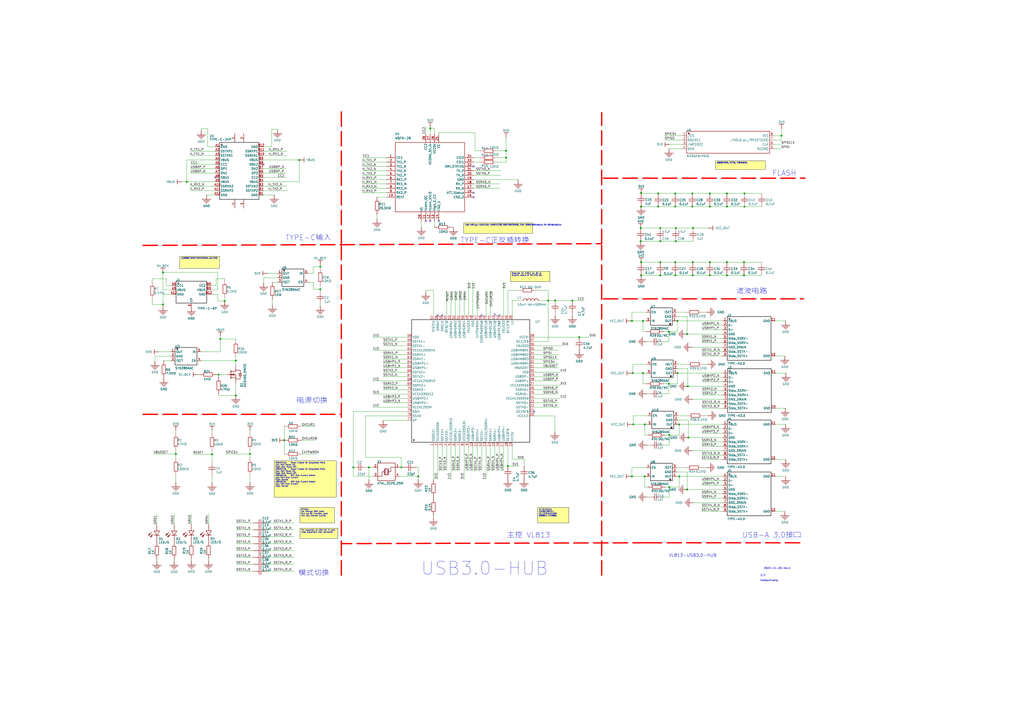
<source format=kicad_sch>
(kicad_sch (version 20231120) (generator "eeschema") (generator_version "8.0")
  (paper "A2")
  (lib_symbols
    (symbol "USB_HUB_VL813-altium-import:1V2_BAR" (power)
      (property "Reference" "#PWR" (at 0 0 0))
      (property "Value" "1V2" (at 0 3.81 0))
      (symbol "1V2_BAR_0_0"
        (pin power_in line (at 0 0 0) (length 0) hide (name "1V2") (number ""))
      )
    )
    (symbol "USB_HUB_VL813-altium-import:3V3_BAR" (power)
      (property "Reference" "#PWR" (at 0 0 0))
      (property "Value" "3V3" (at 0 3.81 0))
      (symbol "3V3_BAR_0_0"
        (pin power_in line (at 0 0 0) (length 0) hide (name "3V3") (number ""))
      )
    )
    (symbol "USB_HUB_VL813-altium-import:5V0_BAR" (power)
      (property "Reference" "#PWR" (at 0 0 0))
      (property "Value" "5V0" (at 0 3.81 0))
      (symbol "5V0_BAR_0_0"
        (pin power_in line (at 0 0 0) (length 0) hide (name "5V0") (number ""))
      )
    )
    (symbol "USB_HUB_VL813-altium-import:5V_BCK_BAR" (power)
      (property "Reference" "#PWR" (at 0 0 0))
      (property "Value" "5V_BCK" (at 0 3.81 0))
      (symbol "5V_BCK_BAR_0_0"
        (pin power_in line (at 0 0 0) (length 0) hide (name "5V_BCK") (number ""))
      )
    )
    (symbol "USB_HUB_VL813-altium-import:GND_POWER_GROUND" (power)
      (property "Reference" "#PWR" (at 0 0 0))
      (property "Value" "GND" (at 0 6.35 0))
      (symbol "GND_POWER_GROUND_0_0"
        (pin power_in line (at 0 0 0) (length 0) hide (name "GND") (number ""))
      )
    )
    (symbol "USB_HUB_VL813-altium-import:VBUS_BAR" (power)
      (property "Reference" "#PWR" (at 0 0 0))
      (property "Value" "VBUS" (at 0 3.81 0))
      (symbol "VBUS_BAR_0_0"
        (pin power_in line (at 0 0 0) (length 0) hide (name "VBUS") (number ""))
      )
    )
    (symbol "USB_HUB_VL813-altium-import:VCC_OUT_BAR" (power)
      (property "Reference" "#PWR" (at 0 0 0))
      (property "Value" "VCC_OUT" (at 0 3.81 0))
      (symbol "VCC_OUT_BAR_0_0"
        (pin power_in line (at 0 0 0) (length 0) hide (name "VCC_OUT") (number ""))
      )
    )
    (symbol "USB_HUB_VL813-altium-import:root_0_AO3400_C841146"
      (symbol "root_0_AO3400_C841146_1_0"
        (pin passive line (at -5.08 0 0) (length 2.54) (name "G") (number "1"))
        (pin passive line (at 0 -5.08 90) (length 2.54) (name "S") (number "2"))
        (pin passive line (at 0 5.08 270) (length 2.54) (name "D") (number "3"))
      )
    )
    (symbol "USB_HUB_VL813-altium-import:root_0_C"
      (symbol "root_0_C_1_0"
        (pin passive line (at -3.81 0 0) (length 2.54) (name "1") (number "1"))
        (pin passive line (at 3.81 0 180) (length 2.54) (name "2") (number "2"))
      )
    )
    (symbol "USB_HUB_VL813-altium-import:root_0_L"
      (symbol "root_0_L_1_0"
        (pin passive line (at -5.08 0 0) (length 0.762) (name "1") (number "1"))
        (pin passive line (at 5.08 0 180) (length 0.762) (name "2") (number "2"))
      )
    )
    (symbol "USB_HUB_VL813-altium-import:root_0_R"
      (symbol "root_0_R_1_0"
        (pin passive line (at -5.08 0 0) (length 2.54) (name "1") (number "1"))
        (pin passive line (at 5.08 0 180) (length 2.54) (name "2") (number "2"))
      )
    )
    (symbol "USB_HUB_VL813-altium-import:root_0_SY6280AAC"
      (symbol "root_0_SY6280AAC_1_0"
        (pin passive line (at -8.89 2.54 0) (length 2.54) (name "OUT") (number "1"))
        (pin passive line (at -8.89 0 0) (length 2.54) (name "GND") (number "2"))
        (pin passive line (at -8.89 -2.54 0) (length 2.54) (name "ISET") (number "3"))
        (pin passive line (at 8.89 -2.54 180) (length 2.54) (name "EN") (number "4"))
        (pin passive line (at 8.89 2.54 180) (length 2.54) (name "IN") (number "5"))
      )
    )
    (symbol "USB_HUB_VL813-altium-import:root_0_TYPE-A3.0"
      (symbol "root_0_TYPE-A3.0_1_0"
        (pin passive line (at -15.24 10.16 0) (length 2.54) (name "VBUS") (number "1"))
        (pin passive line (at 15.24 -10.16 180) (length 2.54) (name "GND") (number "10"))
        (pin passive line (at 15.24 10.16 180) (length 2.54) (name "GND") (number "11"))
        (pin passive line (at -15.24 7.62 0) (length 2.54) (name "D-") (number "2"))
        (pin passive line (at -15.24 5.08 0) (length 2.54) (name "D+") (number "3"))
        (pin passive line (at -15.24 2.54 0) (length 2.54) (name "GND") (number "4"))
        (pin passive line (at -15.24 0 0) (length 2.54) (name "Stda_SSRX-") (number "5"))
        (pin passive line (at -15.24 -2.54 0) (length 2.54) (name "Stda_SSRX+") (number "6"))
        (pin passive line (at -15.24 -5.08 0) (length 2.54) (name "GND_DRAIN") (number "7"))
        (pin passive line (at -15.24 -7.62 0) (length 2.54) (name "Stda_SSTX-") (number "8"))
        (pin passive line (at -15.24 -10.16 0) (length 2.54) (name "Stda_SSTX+") (number "9"))
      )
    )
    (symbol "USB_HUB_VL813-altium-import:root_0_TYPE-C-24P"
      (symbol "root_0_TYPE-C-24P_1_0"
        (pin passive line (at -2.54 20.32 270) (length 5.08) (name "1") (number "1"))
        (pin passive line (at 2.54 20.32 270) (length 5.08) (name "2") (number "2"))
        (pin passive line (at 2.54 -22.86 90) (length 5.08) (name "3") (number "3"))
        (pin passive line (at -2.54 -22.86 90) (length 5.08) (name "4") (number "4"))
        (pin passive line (at -13.97 12.7 0) (length 2.54) (name "GND") (number "A1"))
        (pin passive line (at -13.97 -10.16 0) (length 2.54) (name "SSRXN2") (number "A10"))
        (pin passive line (at -13.97 -12.7 0) (length 2.54) (name "SSRXP2") (number "A11"))
        (pin passive line (at -13.97 -15.24 0) (length 2.54) (name "GND") (number "A12"))
        (pin passive line (at -13.97 10.16 0) (length 2.54) (name "SSTXP1") (number "A2"))
        (pin passive line (at -13.97 7.62 0) (length 2.54) (name "SSTXN1") (number "A3"))
        (pin passive line (at -13.97 5.08 0) (length 2.54) (name "VBUS") (number "A4"))
        (pin passive line (at -13.97 2.54 0) (length 2.54) (name "CC1") (number "A5"))
        (pin passive line (at -13.97 0 0) (length 2.54) (name "DP1") (number "A6"))
        (pin passive line (at -13.97 -2.54 0) (length 2.54) (name "DN1") (number "A7"))
        (pin passive line (at -13.97 -5.08 0) (length 2.54) (name "SBU1") (number "A8"))
        (pin passive line (at -13.97 -7.62 0) (length 2.54) (name "VBUS") (number "A9"))
        (pin passive line (at 13.97 -15.24 180) (length 2.54) (name "GND") (number "B1"))
        (pin passive line (at 13.97 7.62 180) (length 2.54) (name "SSRXN1") (number "B10"))
        (pin passive line (at 13.97 10.16 180) (length 2.54) (name "SSRXP1") (number "B11"))
        (pin passive line (at 13.97 12.7 180) (length 2.54) (name "GND") (number "B12"))
        (pin passive line (at 13.97 -12.7 180) (length 2.54) (name "SSTXP2") (number "B2"))
        (pin passive line (at 13.97 -10.16 180) (length 2.54) (name "SSTXN2") (number "B3"))
        (pin passive line (at 13.97 -7.62 180) (length 2.54) (name "VBUS") (number "B4"))
        (pin passive line (at 13.97 -5.08 180) (length 2.54) (name "CC2") (number "B5"))
        (pin passive line (at 13.97 -2.54 180) (length 2.54) (name "DP2") (number "B6"))
        (pin passive line (at 13.97 0 180) (length 2.54) (name "DN2") (number "B7"))
        (pin passive line (at 13.97 2.54 180) (length 2.54) (name "SBU2") (number "B8"))
        (pin passive line (at 13.97 5.08 180) (length 2.54) (name "VBUS") (number "B9"))
      )
    )
    (symbol "USB_HUB_VL813-altium-import:root_0_TYPE-C-6P"
      (symbol "root_0_TYPE-C-6P_1_0"
        (pin passive line (at 0 -8.89 90) (length 2.54) (name "EP") (number "0"))
        (pin passive line (at -11.43 -1.27 0) (length 2.54) (name "GND") (number "A12"))
        (pin passive line (at -11.43 3.81 0) (length 2.54) (name "CC1") (number "A5"))
        (pin passive line (at -11.43 1.27 0) (length 2.54) (name "VBUS") (number "A9"))
        (pin passive line (at 11.43 -1.27 180) (length 2.54) (name "GND") (number "B12"))
        (pin passive line (at 11.43 3.81 180) (length 2.54) (name "CC2") (number "B5"))
        (pin passive line (at 11.43 1.27 180) (length 2.54) (name "VBUS") (number "B9"))
      )
    )
    (symbol "USB_HUB_VL813-altium-import:root_0_VL160"
      (symbol "root_0_VL160_1_0"
        (pin passive line (at -25.32 10.08 0) (length 5.08) (name "CC1") (number "1"))
        (pin passive line (at -25.32 -12.78 0) (length 5.08) (name "REXT") (number "10"))
        (pin passive line (at -2.54 -26.67 90) (length 5.08) (name "Vconn_OC") (number "11"))
        (pin passive line (at 0 -26.67 90) (length 5.08) (name "Vconn_UVLO") (number "12"))
        (pin passive line (at 2.54 -26.67 90) (length 5.08) (name "High_Z_CC") (number "13"))
        (pin passive line (at 5.08 -26.67 90) (length 5.08) (name "CSO_1") (number "14"))
        (pin passive line (at 25.32 -12.78 180) (length 5.08) (name "CSO_2") (number "15"))
        (pin passive line (at 25.32 -10.24 180) (length 5.08) (name "ATT_Status") (number "16"))
        (pin passive line (at 25.32 -7.7 180) (length 5.08) (name "RX_N") (number "17"))
        (pin passive line (at 25.32 -5.16 180) (length 5.08) (name "RX_P") (number "18"))
        (pin passive line (at 25.32 -2.62 180) (length 5.08) (name "GND") (number "19"))
        (pin passive line (at -25.32 7.54 0) (length 5.08) (name "TX1_P") (number "2"))
        (pin passive line (at 25.32 -0.08 180) (length 5.08) (name "TX_N") (number "20"))
        (pin passive line (at 25.32 2.46 180) (length 5.08) (name "TX_P") (number "21"))
        (pin passive line (at 25.32 5 180) (length 5.08) (name "ORI_STATUS") (number "22"))
        (pin passive line (at 25.32 7.54 180) (length 5.08) (name "CSI1") (number "23"))
        (pin passive line (at 25.32 10.08 180) (length 5.08) (name "CSI2") (number "24"))
        (pin passive line (at 5 23.65 270) (length 5.08) (name "CE") (number "25"))
        (pin passive line (at 2.54 23.97 270) (length 5.08) (name "VCC5V") (number "26"))
        (pin passive line (at 0 23.97 270) (length 5.08) (name "VCONN_5V_in") (number "27"))
        (pin passive line (at -2.54 23.97 270) (length 5.08) (name "CC2") (number "28"))
        (pin passive line (at -5.08 -26.67 90) (length 5.08) (name "AG") (number "29"))
        (pin passive line (at -25.32 5 0) (length 5.08) (name "TX1_N") (number "3"))
        (pin passive line (at -25.32 2.46 0) (length 5.08) (name "TX2_N") (number "4"))
        (pin passive line (at -25.32 -0.08 0) (length 5.08) (name "TX2_P") (number "5"))
        (pin passive line (at -25.32 -2.62 0) (length 5.08) (name "RX1_P") (number "6"))
        (pin passive line (at -25.32 -5.16 0) (length 5.08) (name "RX1_N") (number "7"))
        (pin passive line (at -25.32 -7.7 0) (length 5.08) (name "RX2_N") (number "8"))
        (pin passive line (at -25.32 -10.24 0) (length 5.08) (name "RX2_P") (number "9"))
      )
    )
    (symbol "USB_HUB_VL813-altium-import:root_0_W25Q16FWSSIQ"
      (symbol "root_0_W25Q16FWSSIQ_1_0"
        (pin passive line (at -27.94 2.54 0) (length 2.54) (name "/CS") (number "1"))
        (pin passive line (at -27.94 0 0) (length 2.54) (name "DO(IO1)") (number "2"))
        (pin passive line (at -27.94 -2.54 0) (length 2.54) (name "/WP(IO2)") (number "3"))
        (pin passive line (at -27.94 -5.08 0) (length 2.54) (name "GND") (number "4"))
        (pin passive line (at 25.4 -5.08 180) (length 2.54) (name "DI(IO0)") (number "5"))
        (pin passive line (at 25.4 -2.54 180) (length 2.54) (name "CLK") (number "6"))
        (pin passive line (at 25.4 0 180) (length 2.54) (name "/HOLD_or_/RESET(IO3)") (number "7"))
        (pin passive line (at 25.4 2.54 180) (length 2.54) (name "VCC") (number "8"))
      )
    )
    (symbol "USB_HUB_VL813-altium-import:root_1_17-21SURC/S530-A3/TR8"
      (symbol "root_1_17-21SURC/S530-A3/TR8_1_0"
        (pin passive line (at 2.032 5.08 270) (length 3.81) (name "A") (number "1"))
        (pin passive line (at 2.032 -5.08 90) (length 3.81) (name "C") (number "2"))
      )
    )
    (symbol "USB_HUB_VL813-altium-import:root_1_C"
      (symbol "root_1_C_1_0"
        (pin passive line (at 0 -3.81 90) (length 2.54) (name "1") (number "1"))
        (pin passive line (at 0 3.81 270) (length 2.54) (name "2") (number "2"))
      )
    )
    (symbol "USB_HUB_VL813-altium-import:root_1_R"
      (symbol "root_1_R_1_0"
        (pin passive line (at 0 -5.08 90) (length 2.54) (name "1") (number "1"))
        (pin passive line (at 0 5.08 270) (length 2.54) (name "2") (number "2"))
      )
    )
    (symbol "USB_HUB_VL813-altium-import:root_1_VL813(A1)"
      (symbol "root_1_VL813(A1)_1_0"
        (pin passive line (at -22.86 -38.1 90) (length 2.54) (name "SSREXT") (number "1"))
        (pin passive line (at 0 -38.1 90) (length 2.54) (name "USBHP3-") (number "10"))
        (pin passive line (at 2.54 -38.1 90) (length 2.54) (name "SSTX4+") (number "11"))
        (pin passive line (at 5.08 -38.1 90) (length 2.54) (name "SSTX4-") (number "12"))
        (pin passive line (at 7.62 -38.1 90) (length 2.54) (name "VCCA12SSRX4") (number "13"))
        (pin passive line (at 10.16 -38.1 90) (length 2.54) (name "SSRX4+") (number "14"))
        (pin passive line (at 12.7 -38.1 90) (length 2.54) (name "SSRX4-") (number "15"))
        (pin passive line (at 15.24 -38.1 90) (length 2.54) (name "USBHP4+") (number "16"))
        (pin passive line (at 17.78 -38.1 90) (length 2.54) (name "USBHP4-") (number "17"))
        (pin passive line (at 20.32 -38.1 90) (length 2.54) (name "DC33FB") (number "18"))
        (pin passive line (at 22.86 -38.1 90) (length 2.54) (name "VCC5I") (number "19"))
        (pin passive line (at -20.32 -38.1 90) (length 2.54) (name "VCCA33SSM") (number "2"))
        (pin passive line (at 35.56 -20.32 180) (length 2.54) (name "VCC12I") (number "20"))
        (pin passive line (at 35.56 -17.78 180) (length 2.54) (name "DC10FB") (number "21"))
        (pin passive line (at 35.56 -15.24 180) (length 2.54) (name "SSTX0-") (number "22"))
        (pin passive line (at 35.56 -12.7 180) (length 2.54) (name "SSTX0+") (number "23"))
        (pin passive line (at 35.56 -10.16 180) (length 2.54) (name "VCCA12SSRX0") (number "24"))
        (pin passive line (at 35.56 -7.62 180) (length 2.54) (name "SSRX0-") (number "25"))
        (pin passive line (at 35.56 -5.08 180) (length 2.54) (name "SSRX0+") (number "26"))
        (pin passive line (at 35.56 -2.54 180) (length 2.54) (name "VCCA33SS0") (number "27"))
        (pin passive line (at 35.56 0 180) (length 2.54) (name "USBDP+") (number "28"))
        (pin passive line (at 35.56 2.54 180) (length 2.54) (name "USBDP-") (number "29"))
        (pin passive line (at -17.78 -38.1 90) (length 2.54) (name "SSTX3+") (number "3"))
        (pin passive line (at 35.56 5.08 180) (length 2.54) (name "VDD") (number "30"))
        (pin passive line (at 35.56 7.62 180) (length 2.54) (name "VBUSDET") (number "31"))
        (pin passive line (at 35.56 10.16 180) (length 2.54) (name "USBHMBR4") (number "32"))
        (pin passive line (at 35.56 12.7 180) (length 2.54) (name "USBHMBR3") (number "33"))
        (pin passive line (at 35.56 15.24 180) (length 2.54) (name "USBHMBR2") (number "34"))
        (pin passive line (at 35.56 17.78 180) (length 2.54) (name "USBHMBR1") (number "35"))
        (pin passive line (at 35.56 20.32 180) (length 2.54) (name "VSUS33") (number "36"))
        (pin passive line (at 35.56 22.86 180) (length 2.54) (name "DC12FB") (number "37"))
        (pin passive line (at 35.56 25.4 180) (length 2.54) (name "VCC5I") (number "38"))
        (pin passive line (at 22.86 38.1 270) (length 2.54) (name "LX") (number "39"))
        (pin passive line (at -15.24 -38.1 90) (length 2.54) (name "SSTX3-") (number "4"))
        (pin passive line (at 20.32 38.1 270) (length 2.54) (name "DC12FB") (number "40"))
        (pin passive line (at 17.78 38.1 270) (length 2.54) (name "VSUS33") (number "41"))
        (pin passive line (at 15.24 38.1 270) (length 2.54) (name "USBHPE2B#") (number "42"))
        (pin passive line (at 12.7 38.1 270) (length 2.54) (name "USBHPE1#") (number "43"))
        (pin passive line (at 10.16 38.1 270) (length 2.54) (name "USBHOC2#") (number "44"))
        (pin passive line (at 7.62 38.1 270) (length 2.54) (name "USBHOC1#") (number "45"))
        (pin passive line (at 5.08 38.1 270) (length 2.54) (name "COREPWRDN#") (number "46"))
        (pin passive line (at 2.54 38.1 270) (length 2.54) (name "EXTPWRON") (number "47"))
        (pin passive line (at 0 38.1 270) (length 2.54) (name "VDD") (number "48"))
        (pin passive line (at -2.54 38.1 270) (length 2.54) (name "VSUS33") (number "49"))
        (pin passive line (at -12.7 -38.1 90) (length 2.54) (name "VCCA12SSRX3") (number "5"))
        (pin passive line (at -5.08 38.1 270) (length 2.54) (name "USBHGRN4") (number "50"))
        (pin passive line (at -7.62 38.1 270) (length 2.54) (name "USBHGRN3") (number "51"))
        (pin passive line (at -10.16 38.1 270) (length 2.54) (name "USBHGRN2") (number "52"))
        (pin passive line (at -12.7 38.1 270) (length 2.54) (name "USBHGRN1") (number "53"))
        (pin passive line (at -15.24 38.1 270) (length 2.54) (name "RESET#") (number "54"))
        (pin passive line (at -17.78 38.1 270) (length 2.54) (name "SMCLK") (number "55"))
        (pin passive line (at -20.32 38.1 270) (length 2.54) (name "SMDAT") (number "56"))
        (pin passive line (at -22.86 38.1 270) (length 2.54) (name "TESTEN") (number "57"))
        (pin passive line (at -38.1 25.4 0) (length 2.54) (name "VDD") (number "58"))
        (pin passive line (at -38.1 22.86 0) (length 2.54) (name "SSTX1+") (number "59"))
        (pin passive line (at -10.16 -38.1 90) (length 2.54) (name "SSRX3+") (number "6"))
        (pin passive line (at -38.1 20.32 0) (length 2.54) (name "SSTX1-") (number "60"))
        (pin passive line (at -38.1 17.78 0) (length 2.54) (name "VCCA12SSRX1") (number "61"))
        (pin passive line (at -38.1 15.24 0) (length 2.54) (name "SSRX1+") (number "62"))
        (pin passive line (at -38.1 12.7 0) (length 2.54) (name "SSRX1-") (number "63"))
        (pin passive line (at -38.1 10.16 0) (length 2.54) (name "USBHP1+") (number "64"))
        (pin passive line (at -38.1 7.62 0) (length 2.54) (name "USBHP1-") (number "65"))
        (pin passive line (at -38.1 5.08 0) (length 2.54) (name "SSTX2+") (number "66"))
        (pin passive line (at -38.1 2.54 0) (length 2.54) (name "SSTX2-") (number "67"))
        (pin passive line (at -38.1 0 0) (length 2.54) (name "VCCA12SSRX2") (number "68"))
        (pin passive line (at -38.1 -2.54 0) (length 2.54) (name "SSRX2+") (number "69"))
        (pin passive line (at -7.62 -38.1 90) (length 2.54) (name "SSRX3-") (number "7"))
        (pin passive line (at -38.1 -5.08 0) (length 2.54) (name "SSRX2-") (number "70"))
        (pin passive line (at -38.1 -7.62 0) (length 2.54) (name "VCCA33SS12") (number "71"))
        (pin passive line (at -38.1 -10.16 0) (length 2.54) (name "USBHP2+") (number "72"))
        (pin passive line (at -38.1 -12.7 0) (length 2.54) (name "USBHP2-") (number "73"))
        (pin passive line (at -38.1 -15.24 0) (length 2.54) (name "VCCA12SSM") (number "74"))
        (pin passive line (at -38.1 -17.78 0) (length 2.54) (name "SSXI") (number "75"))
        (pin passive line (at -38.1 -20.32 0) (length 2.54) (name "SSXO") (number "76"))
        (pin passive line (at -38.1 -22.86 0) (length 2.54) (name "EP") (number "77"))
        (pin passive line (at -5.08 -38.1 90) (length 2.54) (name "VCCA33SS34") (number "8"))
        (pin passive line (at -2.54 -38.1 90) (length 2.54) (name "USBHP3+") (number "9"))
      )
    )
    (symbol "USB_HUB_VL813-altium-import:root_2_R"
      (symbol "root_2_R_1_0"
        (pin passive line (at 5.08 0 180) (length 2.54) (name "1") (number "1"))
        (pin passive line (at -5.08 0 0) (length 2.54) (name "2") (number "2"))
      )
    )
    (symbol "USB_HUB_VL813-altium-import:root_2_SY6280AAC"
      (symbol "root_2_SY6280AAC_1_0"
        (pin passive line (at 8.89 -2.54 180) (length 2.54) (name "OUT") (number "1"))
        (pin passive line (at 8.89 0 180) (length 2.54) (name "GND") (number "2"))
        (pin passive line (at 8.89 2.54 180) (length 2.54) (name "ISET") (number "3"))
        (pin passive line (at -8.89 2.54 0) (length 2.54) (name "EN") (number "4"))
        (pin passive line (at -8.89 -2.54 0) (length 2.54) (name "IN") (number "5"))
      )
    )
    (symbol "USB_HUB_VL813-altium-import:root_2_XTAL_3225_40M"
      (symbol "root_2_XTAL_3225_40M_1_0"
        (pin passive line (at 7.62 2.54 180) (length 2.54) (name "OSC1") (number "1"))
        (pin passive line (at -7.62 2.54 0) (length 2.54) (name "GND") (number "2"))
        (pin passive line (at -7.62 -2.54 0) (length 2.54) (name "OSC2") (number "3"))
        (pin passive line (at 7.62 -2.54 180) (length 2.54) (name "GND") (number "4"))
      )
    )
    (symbol "USB_HUB_VL813-altium-import:root_3_C"
      (symbol "root_3_C_1_0"
        (pin passive line (at 0 3.81 270) (length 2.54) (name "1") (number "1"))
        (pin passive line (at 0 -3.81 90) (length 2.54) (name "2") (number "2"))
      )
    )
    (symbol "USB_HUB_VL813-altium-import:root_3_R"
      (symbol "root_3_R_1_0"
        (pin passive line (at 0 5.08 270) (length 2.54) (name "1") (number "1"))
        (pin passive line (at 0 -5.08 90) (length 2.54) (name "2") (number "2"))
      )
    )
  )
  (junction (at 94.582 176.648))
  (junction (at 381.798 119.834))
  (junction (at 94.502 158.034))
  (junction (at 185.792 167.814))
  (junction (at 391.704 119.834))
  (junction (at 185.792 154.654))
  (junction (at 393.011 216.432))
  (junction (at 232.807 271.128))
  (junction (at 391.704 152.092))
  (junction (at 411.77 119.834))
  (junction (at 411.77 152.092))
  (junction (at 336.012 195.58))
  (junction (at 431.582 152.092))
  (junction (at 421.676 152.092))
  (junction (at 431.872 119.834))
  (junction (at 293.546 91.464))
  (junction (at 411.77 112.214))
  (junction (at 393.012 186.172))
  (junction (at 249.506 74.464))
  (junction (at 411.77 159.712))
  (junction (at 392.012 132.28))
  (junction (at 371.892 119.834))
  (junction (at 383.012 132.28))
  (junction (at 421.676 112.214))
  (junction (at 293.546 87.464))
  (junction (at 371.892 159.712))
  (junction (at 401.61 112.214))
  (junction (at 401.864 159.712))
  (junction (at 399.346 253.81))
  (junction (at 371.638 139.9))
  (junction (at 136.792 229.434))
  (junction (at 401.864 152.092))
  (junction (at 399.012 224.052))
  (junction (at 394.012 276.332))
  (junction (at 214.012 271.128))
  (junction (at 332.012 174.354))
  (junction (at 431.582 159.712))
  (junction (at 145.012 263.354))
  (junction (at 388.202 252.372))
  (junction (at 374.012 246.19))
  (junction (at 294.64 270.354))
  (junction (at 383.012 152.092))
  (junction (at 374.012 276.332))
  (junction (at 164.852 255.354))
  (junction (at 392.012 139.9))
  (junction (at 373.012 186.172))
  (junction (at 123.012 263.514))
  (junction (at 366.579 186.172))
  (junction (at 398.584 283.952))
  (junction (at 398.579 193.792))
  (junction (at 373.011 216.432))
  (junction (at 391.704 159.712))
  (junction (at 242.567 276.354))
  (junction (at 388.012 192.354))
  (junction (at 453.344 78.702))
  (junction (at 383.012 139.9))
  (junction (at 388.202 282.514))
  (junction (at 383.012 159.712))
  (junction (at 126.792 217.274))
  (junction (at 371.892 111.96))
  (junction (at 402.012 132.28))
  (junction (at 127.792 196.654))
  (junction (at 431.872 112.214))
  (junction (at 130.338 174.648))
  (junction (at 102.012 263.354))
  (junction (at 391.704 112.214))
  (junction (at 388.012 222.614))
  (junction (at 204.947 271.128))
  (junction (at 367.346 246.19))
  (junction (at 322.012 174.354))
  (junction (at 421.676 119.834))
  (junction (at 401.61 119.834))
  (junction (at 371.638 132.28))
  (junction (at 394.012 246.19))
  (junction (at 371.892 152.092))
  (junction (at 366.584 276.332))
  (junction (at 421.676 159.712))
  (junction (at 381.798 112.214))
  (junction (at 367.012 216.432))
  (junction (at 318.012 174.354))
  (junction (at 136.792 209.194))
  (junction (at 108.318 105.492))
  (junction (at 173.596 92.792))
  (no_connect (at 246.966 128.214))
  (no_connect (at 279.4 182.88))
  (no_connect (at 274.826 114.324))
  (no_connect (at 309.88 238.76))
  (no_connect (at 274.826 111.784))
  (no_connect (at 289.56 182.88))
  (no_connect (at 274.826 96.544))
  (no_connect (at 254 182.88))
  (no_connect (at 254.586 128.214))
  (no_connect (at 124.842 102.952))
  (no_connect (at 256.54 182.88))
  (no_connect (at 287.012 182.354))
  (no_connect (at 249.506 128.214))
  (no_connect (at 152.782 95.332))
  (wire (pts (xy 137.012 315.354) (xy 147.012 315.354)))
  (wire (pts (xy 152.782 90.252) (xy 166.484 90.252)))
  (wire (pts (xy 130.338 174.648) (xy 130.338 172.808)))
  (wire (pts (xy 126.252 158.034) (xy 126.252 168.194)))
  (wire (pts (xy 375.202 198.164) (xy 376.202 198.164)))
  (wire (pts (xy 252.046 74.464) (xy 249.506 74.464)))
  (wire (pts (xy 159.032 113.112) (xy 152.782 113.112)))
  (wire (pts (xy 323.88 233.68) (xy 309.88 233.68)))
  (wire (pts (xy 374.012 246.19) (xy 375.565 246.19)))
  (wire (pts (xy 152.782 105.492) (xy 173.596 105.492)))
  (wire (pts (xy 392.012 139.9) (xy 402.012 139.9)))
  (wire (pts (xy 374.012 282.514) (xy 375.852 282.514)))
  (wire (pts (xy 388.202 252.372) (xy 394.012 252.372)))
  (wire (pts (xy 391.704 119.834) (xy 401.61 119.834)))
  (wire (pts (xy 407.01 196.332) (xy 419.31 196.332)))
  (wire (pts (xy 264.16 168.88) (xy 264.16 182.88)))
  (wire (pts (xy 393.012 186.172) (xy 419.31 186.172)))
  (wire (pts (xy 453.09 86.322) (xy 449.026 86.322)))
  (wire (pts (xy 264.16 273.08) (xy 264.16 259.08)))
  (wire (pts (xy 212.012 241.3) (xy 212.012 265.354)))
  (wire (pts (xy 393.011 213.892) (xy 399.012 213.892)))
  (wire (pts (xy 246.966 73.465) (xy 247.046 73.465)))
  (wire (pts (xy 123.012 267.854) (xy 123.012 263.514)))
  (wire (pts (xy 120.472 85.172) (xy 124.842 85.172)))
  (wire (pts (xy 121.012 298.194) (xy 121.012 304.034)))
  (wire (pts (xy 388.32 83.782) (xy 395.686 83.782)))
  (wire (pts (xy 122.442 170.734) (xy 126.338 170.734)))
  (wire (pts (xy 407.11 191.252) (xy 419.31 191.252)))
  (wire (pts (xy 222.22 243.84) (xy 236.22 243.84)))
  (wire (pts (xy 407.115 251.27) (xy 419.315 251.27)))
  (wire (pts (xy 222.22 215.9) (xy 236.22 215.9)))
  (wire (pts (xy 407.115 263.97) (xy 419.315 263.97)))
  (wire (pts (xy 375.392 258.182) (xy 376.392 258.182)))
  (wire (pts (xy 323.88 218.44) (xy 309.88 218.44)))
  (wire (pts (xy 145.012 265.694) (xy 145.012 263.354)))
  (wire (pts (xy 392.578 186.172) (xy 393.012 186.172)))
  (wire (pts (xy 375.202 228.424) (xy 376.202 228.424)))
  (wire (pts (xy 385.011 222.614) (xy 388.012 222.614)))
  (wire (pts (xy 407.115 289.032) (xy 419.315 289.032)))
  (wire (pts (xy 381.798 112.214) (xy 391.704 112.214)))
  (wire (pts (xy 398.584 283.952) (xy 419.315 283.952)))
  (wire (pts (xy 214.012 278.354) (xy 214.012 271.128)))
  (wire (pts (xy 407.115 281.412) (xy 419.315 281.412)))
  (wire (pts (xy 407.115 294.112) (xy 419.315 294.112)))
  (wire (pts (xy 173.596 92.792) (xy 173.828 92.792)))
  (wire (pts (xy 321.88 250.3) (xy 321.88 241.3)))
  (wire (pts (xy 293.546 94.004) (xy 293.546 91.464)))
  (wire (pts (xy 120.472 74.758) (xy 120.472 85.172)))
  (wire (pts (xy 375.565 241.11) (xy 367.346 241.11)))
  (wire (pts (xy 398.011 211.352) (xy 393.011 211.352)))
  (wire (pts (xy 121.012 325.194) (xy 121.012 324.354)))
  (wire (pts (xy 218.686 114.324) (xy 224.186 114.324)))
  (wire (pts (xy 281.94 278.08) (xy 281.94 259.08)))
  (wire (pts (xy 110.11 110.572) (xy 124.842 110.572)))
  (wire (pts (xy 399.012 213.892) (xy 399.012 224.052)))
  (wire (pts (xy 157.608 75.008) (xy 157.608 85.172)))
  (wire (pts (xy 231.807 276.208) (xy 242.42 276.208)))
  (wire (pts (xy 297.18 259.08) (xy 297.18 266.354)))
  (wire (pts (xy 453.344 81.242) (xy 453.344 78.702)))
  (wire (pts (xy 244.426 131.714) (xy 244.426 128.214)))
  (wire (pts (xy 324.88 223.52) (xy 309.88 223.52)))
  (wire (pts (xy 365.803 276.332) (xy 366.584 276.332)))
  (wire (pts (xy 407.289 229.132) (xy 419.489 229.132)))
  (wire (pts (xy 293.546 87.464) (xy 288.486 87.464)))
  (wire (pts (xy 127.792 195.114) (xy 127.792 196.654)))
  (wire (pts (xy 393.345 246.19) (xy 394.012 246.19)))
  (wire (pts (xy 371.892 112.214) (xy 381.798 112.214)))
  (wire (pts (xy 155.012 158.574) (xy 161.012 158.574)))
  (wire (pts (xy 222.22 205.74) (xy 236.22 205.74)))
  (wire (pts (xy 292.1 163.88) (xy 292.1 182.88)))
  (wire (pts (xy 384.012 258.182) (xy 388.202 258.182)))
  (wire (pts (xy 165.95 100.412) (xy 152.782 100.412)))
  (wire (pts (xy 126.252 168.194) (xy 122.442 168.194)))
  (wire (pts (xy 401.61 112.214) (xy 411.77 112.214)))
  (wire (pts (xy 366.584 271.252) (xy 366.584 276.332)))
  (wire (pts (xy 249.506 73.574) (xy 249.506 74.464)))
  (wire (pts (xy 294.64 270.354) (xy 301.012 270.354)))
  (wire (pts (xy 160.96 75.008) (xy 157.608 75.008)))
  (wire (pts (xy 271.78 273.08) (xy 271.78 259.08)))
  (wire (pts (xy 125.338 161.648) (xy 130.338 161.648)))
  (wire (pts (xy 137.012 307.354) (xy 147.012 307.354)))
  (wire (pts (xy 91.012 298.354) (xy 91.012 304.194)))
  (wire (pts (xy 183.012 255.354) (xy 175.012 255.354)))
  (wire (pts (xy 407.189 226.592) (xy 419.489 226.592)))
  (wire (pts (xy 275.546 76.964) (xy 275.546 87.464)))
  (wire (pts (xy 254 278.08) (xy 254 259.08)))
  (wire (pts (xy 222.22 233.68) (xy 236.22 233.68)))
  (wire (pts (xy 161.012 161.114) (xy 152.902 161.114)))
  (wire (pts (xy 374.012 252.372) (xy 375.852 252.372)))
  (wire (pts (xy 300.852 168.354) (xy 294.64 168.354)))
  (wire (pts (xy 278.326 94.004) (xy 274.826 94.004)))
  (wire (pts (xy 111.012 325.194) (xy 111.012 324.354)))
  (wire (pts (xy 122.442 165.654) (xy 125.338 165.654)))
  (wire (pts (xy 216.22 195.58) (xy 236.22 195.58)))
  (wire (pts (xy 137.012 323.354) (xy 147.012 323.354)))
  (wire (pts (xy 137.012 311.354) (xy 147.012 311.354)))
  (wire (pts (xy 453.344 74.638) (xy 453.344 78.702)))
  (wire (pts (xy 111.012 298.194) (xy 111.012 304.034)))
  (wire (pts (xy 399.346 253.81) (xy 419.315 253.81)))
  (wire (pts (xy 290.264 101.546) (xy 290.264 101.624)))
  (wire (pts (xy 210.062 104.164) (xy 224.186 104.164)))
  (wire (pts (xy 210.062 96.544) (xy 224.186 96.544)))
  (wire (pts (xy 388.012 228.424) (xy 388.012 222.614)))
  (wire (pts (xy 108.318 105.492) (xy 105.324 105.492)))
  (wire (pts (xy 374.803 271.252) (xy 366.584 271.252)))
  (wire (pts (xy 411.77 119.834) (xy 421.676 119.834)))
  (wire (pts (xy 170.632 303.354) (xy 154.632 303.354)))
  (wire (pts (xy 94.582 176.648) (xy 94.582 170.734)))
  (wire (pts (xy 152.782 108.032) (xy 166.484 108.032)))
  (wire (pts (xy 242.42 276.208) (xy 242.567 276.354)))
  (wire (pts (xy 397.578 181.092) (xy 392.578 181.092)))
  (wire (pts (xy 185.792 167.814) (xy 185.792 168.814)))
  (wire (pts (xy 402.235 291.572) (xy 419.315 291.572)))
  (wire (pts (xy 251.46 289.08) (xy 251.46 288.354)))
  (wire (pts (xy 99.582 165.654) (xy 96.338 165.654)))
  (wire (pts (xy 288.486 94.004) (xy 293.546 94.004)))
  (wire (pts (xy 108.318 92.792) (xy 108.318 105.492)))
  (wire (pts (xy 453.09 83.782) (xy 449.026 83.782)))
  (wire (pts (xy 136.792 229.434) (xy 136.792 222.354)))
  (wire (pts (xy 453.344 78.702) (xy 449.026 78.702)))
  (wire (pts (xy 449.026 81.242) (xy 453.344 81.242)))
  (wire (pts (xy 212.012 265.354) (xy 232.807 265.354)))
  (wire (pts (xy 170.632 319.354) (xy 154.632 319.354)))
  (wire (pts (xy 95.012 209.194) (xy 99.012 209.194)))
  (wire (pts (xy 210.062 101.624) (xy 224.186 101.624)))
  (wire (pts (xy 394.012 252.372) (xy 394.012 246.19)))
  (wire (pts (xy 89.902 206.654) (xy 89.902 209.544)))
  (wire (pts (xy 313.012 174.354) (xy 318.012 174.354)))
  (wire (pts (xy 96.338 161.648) (xy 88.338 161.648)))
  (wire (pts (xy 233.807 271.128) (xy 232.807 271.128)))
  (wire (pts (xy 236.22 241.3) (xy 212.012 241.3)))
  (wire (pts (xy 373.011 216.432) (xy 373.011 222.614)))
  (wire (pts (xy 323.88 228.6) (xy 309.88 228.6)))
  (wire (pts (xy 406.915 296.652) (xy 419.315 296.652)))
  (wire (pts (xy 110.11 90.252) (xy 124.842 90.252)))
  (wire (pts (xy 375.231 211.352) (xy 367.012 211.352)))
  (wire (pts (xy 126.338 174.648) (xy 130.338 174.648)))
  (wire (pts (xy 383.822 228.424) (xy 388.012 228.424)))
  (wire (pts (xy 371.892 111.96) (xy 371.892 112.214)))
  (wire (pts (xy 407.115 248.73) (xy 419.315 248.73)))
  (wire (pts (xy 371.892 119.834) (xy 381.798 119.834)))
  (wire (pts (xy 170.632 307.354) (xy 154.632 307.354)))
  (wire (pts (xy 392.583 273.792) (xy 398.584 273.792)))
  (wire (pts (xy 341.88 195.58) (xy 336.012 195.58)))
  (wire (pts (xy 94.582 170.734) (xy 99.582 170.734)))
  (wire (pts (xy 157.608 85.172) (xy 152.782 85.172)))
  (wire (pts (xy 101.012 298.354) (xy 101.012 304.194)))
  (wire (pts (xy 94.502 158.034) (xy 126.252 158.034)))
  (wire (pts (xy 323.88 220.98) (xy 309.88 220.98)))
  (wire (pts (xy 276.86 273.08) (xy 276.86 259.08)))
  (wire (pts (xy 290.264 99.26) (xy 290.264 99.084)))
  (wire (pts (xy 152.782 110.572) (xy 166.738 110.572)))
  (wire (pts (xy 388.012 192.354) (xy 393.012 192.354)))
  (wire (pts (xy 204.947 271.128) (xy 205.012 271.128)))
  (wire (pts (xy 373.011 222.614) (xy 374.851 222.614)))
  (polyline (pts (xy 83.012 142.354) (xy 349.012 141.354)) (stroke (width 0.762) (type dash) (color 255 0 0 1)))
  (wire (pts (xy 247.012 168.354) (xy 247.012 169.354)))
  (wire (pts (xy 392.012 132.28) (xy 383.012 132.28)))
  (wire (pts (xy 366.231 216.432) (xy 367.012 216.432)))
  (wire (pts (xy 102.012 265.694) (xy 102.012 263.354)))
  (wire (pts (xy 411.77 159.712) (xy 421.676 159.712)))
  (wire (pts (xy 385.012 192.354) (xy 388.012 192.354)))
  (wire (pts (xy 371.892 159.712) (xy 383.012 159.712)))
  (wire (pts (xy 373.012 192.354) (xy 374.852 192.354)))
  (wire (pts (xy 398.579 193.792) (xy 419.31 193.792)))
  (wire (pts (xy 261.62 168.88) (xy 261.62 182.88)))
  (wire (pts (xy 391.704 159.712) (xy 401.864 159.712)))
  (wire (pts (xy 259.08 168.88) (xy 259.08 182.88)))
  (wire (pts (xy 222.22 231.14) (xy 236.22 231.14)))
  (wire (pts (xy 324.88 231.14) (xy 309.88 231.14)))
  (wire (pts (xy 252.046 128.214) (xy 252.046 131.794)))
  (wire (pts (xy 398.345 241.11) (xy 393.345 241.11)))
  (wire (pts (xy 185.792 154.654) (xy 181.792 154.654)))
  (wire (pts (xy 393.012 192.354) (xy 393.012 186.172)))
  (wire (pts (xy 274.826 104.164) (xy 300.546 104.164)))
  (wire (pts (xy 102.012 263.354) (xy 102.012 261.354)))
  (wire (pts (xy 366.579 181.092) (xy 366.579 186.172)))
  (wire (pts (xy 216.22 228.6) (xy 236.22 228.6)))
  (wire (pts (xy 210.062 106.704) (xy 224.186 106.704)))
  (wire (pts (xy 292.1 273.08) (xy 292.1 259.08)))
  (wire (pts (xy 152.902 161.114) (xy 152.902 164.004)))
  (wire (pts (xy 119.842 113.112) (xy 124.842 113.112)))
  (wire (pts (xy 222.22 218.44) (xy 236.22 218.44)))
  (wire (pts (xy 158.012 163.654) (xy 161.012 163.654)))
  (wire (pts (xy 332.012 182.974) (xy 332.012 181.974)))
  (wire (pts (xy 262.126 131.794) (xy 263.046 131.794)))
  (polyline (pts (xy 375.512 314.854) (xy 465.512 314.854)) (stroke (width 0.762) (type dash) (color 255 0 0 1)))
  (polyline (pts (xy 349.012 141.354) (xy 349.012 65.354)) (stroke (width 0.762) (type dash) (color 255 0 0 1)))
  (wire (pts (xy 152.782 92.792) (xy 173.596 92.792)))
  (wire (pts (xy 321.88 241.3) (xy 309.88 241.3)))
  (wire (pts (xy 431.582 152.092) (xy 441.75 152.092)))
  (wire (pts (xy 137.012 303.354) (xy 147.012 303.354)))
  (wire (pts (xy 88.338 173.648) (xy 88.338 176.648)))
  (wire (pts (xy 251.46 300.24) (xy 251.46 299.24)))
  (wire (pts (xy 374.798 181.092) (xy 366.579 181.092)))
  (wire (pts (xy 89.012 263.354) (xy 102.012 263.354)))
  (wire (pts (xy 385.526 78.702) (xy 395.686 78.702)))
  (polyline (pts (xy 349.012 142.354) (xy 349.012 336.354)) (stroke (width 0.762) (type dash) (color 255 0 0 1)))
  (wire (pts (xy 401.864 152.092) (xy 411.77 152.092)))
  (wire (pts (xy 94.502 168.194) (xy 94.502 158.034)))
  (wire (pts (xy 210.062 94.004) (xy 224.186 94.004)))
  (wire (pts (xy 381.798 119.834) (xy 391.704 119.834)))
  (wire (pts (xy 410.171 211.352) (xy 408.171 211.352)))
  (wire (pts (xy 318.012 198.12) (xy 309.88 198.12)))
  (wire (pts (xy 232.807 271.128) (xy 231.807 271.128)))
  (wire (pts (xy 284.48 273.08) (xy 284.48 259.08)))
  (wire (pts (xy 126.792 228.654) (xy 126.792 229.434)))
  (wire (pts (xy 401.901 231.672) (xy 419.489 231.672)))
  (wire (pts (xy 170.632 327.354) (xy 154.632 327.354)))
  (wire (pts (xy 398.857 224.052) (xy 399.012 224.052)))
  (wire (pts (xy 407.115 278.872) (xy 419.315 278.872)))
  (wire (pts (xy 251.46 168.354) (xy 247.012 168.354)))
  (wire (pts (xy 271.78 163.88) (xy 271.78 182.88)))
  (wire (pts (xy 170.632 311.354) (xy 154.632 311.354)))
  (wire (pts (xy 407.118 206.492) (xy 419.31 206.492)))
  (wire (pts (xy 297.18 174.354) (xy 302.852 174.354)))
  (wire (pts (xy 332.012 174.354) (xy 339.012 174.354)))
  (wire (pts (xy 322.012 182.974) (xy 322.012 181.974)))
  (wire (pts (xy 166.04 102.952) (xy 152.782 102.952)))
  (wire (pts (xy 388.012 222.614) (xy 393.011 222.614)))
  (wire (pts (xy 266.7 168.88) (xy 266.7 182.88)))
  (wire (pts (xy 384.012 288.324) (xy 388.202 288.324)))
  (wire (pts (xy 110.424 100.412) (xy 124.842 100.412)))
  (wire (pts (xy 455.29 206.492) (xy 449.79 206.492)))
  (wire (pts (xy 222.22 223.52) (xy 236.22 223.52)))
  (wire (pts (xy 399.012 224.052) (xy 419.489 224.052)))
  (wire (pts (xy 407.015 256.35) (xy 419.315 256.35)))
  (wire (pts (xy 393.011 222.614) (xy 393.011 216.432)))
  (wire (pts (xy 170.632 331.354) (xy 154.632 331.354)))
  (wire (pts (xy 289.756 109.244) (xy 274.826 109.244)))
  (wire (pts (xy 398.584 273.792) (xy 398.584 283.952)))
  (wire (pts (xy 123.012 280.014) (xy 123.012 275.474)))
  (wire (pts (xy 407.289 234.212) (xy 419.489 234.212)))
  (wire (pts (xy 373.012 186.172) (xy 373.012 192.354)))
  (wire (pts (xy 152.782 87.712) (xy 166.484 87.712)))
  (wire (pts (xy 249.506 74.464) (xy 249.506 77.574)))
  (wire (pts (xy 365.798 186.172) (xy 366.579 186.172)))
  (wire (pts (xy 318.012 168.354) (xy 311.012 168.354)))
  (wire (pts (xy 297.18 182.88) (xy 297.18 174.354)))
  (polyline (pts (xy 350.012 173.354) (xy 466.012 173.354)) (stroke (width 0.762) (type dash) (color 255 0 0 1)))
  (wire (pts (xy 323.88 205.74) (xy 309.88 205.74)))
  (wire (pts (xy 102.012 249.694) (xy 102.012 251.194)))
  (wire (pts (xy 290.264 101.624) (xy 274.826 101.624)))
  (wire (pts (xy 455.803 266.51) (xy 449.795 266.51)))
  (wire (pts (xy 383.012 159.712) (xy 391.704 159.712)))
  (wire (pts (xy 394.012 246.19) (xy 419.315 246.19)))
  (wire (pts (xy 116.722 74.758) (xy 120.472 74.758)))
  (wire (pts (xy 127.792 204.114) (xy 116.792 204.114)))
  (wire (pts (xy 145.012 279.854) (xy 145.012 275.854)))
  (wire (pts (xy 383.822 198.164) (xy 388.012 198.164)))
  (wire (pts (xy 323.88 226.06) (xy 309.88 226.06)))
  (wire (pts (xy 210.336 91.464) (xy 224.186 91.464)))
  (wire (pts (xy 96.338 165.654) (xy 96.338 161.648)))
  (wire (pts (xy 388.066 86.322) (xy 395.686 86.322)))
  (wire (pts (xy 297.18 266.354) (xy 304.012 266.354)))
  (wire (pts (xy 222.22 210.82) (xy 236.22 210.82)))
  (wire (pts (xy 279.4 273.08) (xy 279.4 259.08)))
  (wire (pts (xy 216.22 203.2) (xy 236.22 203.2)))
  (wire (pts (xy 407.115 258.89) (xy 419.315 258.89)))
  (wire (pts (xy 204.947 276.208) (xy 204.947 271.128)))
  (wire (pts (xy 123.012 249.854) (xy 123.012 251.354)))
  (wire (pts (xy 366.565 246.19) (xy 367.346 246.19)))
  (wire (pts (xy 455.69 186.172) (xy 449.79 186.172)))
  (wire (pts (xy 409.743 271.252) (xy 407.743 271.252)))
  (wire (pts (xy 92.012 204.114) (xy 99.012 204.114)))
  (wire (pts (xy 126.792 229.434) (xy 136.792 229.434)))
  (wire (pts (xy 123.012 263.514) (xy 123.012 261.514)))
  (wire (pts (xy 406.915 266.51) (xy 419.315 266.51)))
  (wire (pts (xy 251.46 259.08) (xy 251.46 278.194)))
  (wire (pts (xy 216.567 276.208) (xy 204.947 276.208)))
  (wire (pts (xy 126.792 217.274) (xy 131.712 217.274)))
  (wire (pts (xy 374.012 276.332) (xy 374.803 276.332)))
  (wire (pts (xy 136.792 197.034) (xy 136.792 196.654)))
  (polyline (pts (xy 198.012 142.354) (xy 198.012 336.354)) (stroke (width 0.762) (type dash) (color 255 0 0 1)))
  (wire (pts (xy 181.792 167.814) (xy 185.792 167.814)))
  (wire (pts (xy 401.61 119.834) (xy 411.77 119.834)))
  (wire (pts (xy 99.012 206.654) (xy 89.902 206.654)))
  (wire (pts (xy 287.02 273.08) (xy 287.02 259.08)))
  (wire (pts (xy 392.583 276.332) (xy 394.012 276.332)))
  (wire (pts (xy 222.22 198.12) (xy 236.22 198.12)))
  (wire (pts (xy 178.792 163.654) (xy 181.792 163.654)))
  (wire (pts (xy 124.842 92.792) (xy 108.318 92.792)))
  (wire (pts (xy 401.864 159.712) (xy 411.77 159.712)))
  (wire (pts (xy 383.012 139.9) (xy 392.012 139.9)))
  (wire (pts (xy 386.012 282.514) (xy 388.202 282.514)))
  (wire (pts (xy 216.22 236.22) (xy 236.22 236.22)))
  (wire (pts (xy 110.11 108.032) (xy 124.842 108.032)))
  (wire (pts (xy 185.792 155.654) (xy 185.792 154.654)))
  (wire (pts (xy 114.632 217.274) (xy 115.632 217.274)))
  (wire (pts (xy 91.012 325.354) (xy 91.012 324.514)))
  (wire (pts (xy 276.86 168.88) (xy 276.86 182.88)))
  (wire (pts (xy 216.22 220.98) (xy 236.22 220.98)))
  (wire (pts (xy 185.792 153.574) (xy 185.792 154.654)))
  (wire (pts (xy 407.11 188.712) (xy 419.31 188.712)))
  (wire (pts (xy 289.756 106.626) (xy 289.756 106.704)))
  (wire (pts (xy 218.686 126.984) (xy 218.686 124.484)))
  (wire (pts (xy 185.792 167.814) (xy 185.792 165.814)))
  (wire (pts (xy 293.546 87.464) (xy 293.546 79.464)))
  (wire (pts (xy 391.704 112.214) (xy 401.61 112.214)))
  (wire (pts (xy 136.792 196.654) (xy 127.792 196.654)))
  (wire (pts (xy 126.792 218.494) (xy 126.792 217.274)))
  (wire (pts (xy 88.338 161.648) (xy 88.338 163.488)))
  (wire (pts (xy 366.579 186.172) (xy 373.012 186.172)))
  (wire (pts (xy 137.012 319.354) (xy 147.012 319.354)))
  (wire (pts (xy 318.012 174.354) (xy 318.012 198.12)))
  (wire (pts (xy 371.892 119.58) (xy 371.892 119.834)))
  (wire (pts (xy 181.792 158.574) (xy 178.792 158.574)))
  (wire (pts (xy 126.338 170.734) (xy 126.338 174.648)))
  (wire (pts (xy 373.011 216.432) (xy 375.231 216.432)))
  (wire (pts (xy 145.012 263.354) (xy 145.012 261.354)))
  (wire (pts (xy 110.424 97.872) (xy 124.842 97.872)))
  (wire (pts (xy 323.88 213.36) (xy 309.88 213.36)))
  (wire (pts (xy 136.792 209.194) (xy 136.792 212.194)))
  (wire (pts (xy 421.676 119.834) (xy 431.872 119.834)))
  (wire (pts (xy 102.012 279.854) (xy 102.012 275.854)))
  (wire (pts (xy 399.346 243.65) (xy 399.346 253.81)))
  (wire (pts (xy 455.695 276.332) (xy 449.795 276.332)))
  (wire (pts (xy 391.704 152.092) (xy 401.864 152.092)))
  (wire (pts (xy 263.046 131.794) (xy 263.046 131.874)))
  (wire (pts (xy 205.012 238.76) (xy 236.22 238.76)))
  (wire (pts (xy 101.012 325.354) (xy 101.012 324.514)))
  (polyline (pts (xy 83.012 240.354) (xy 198.012 240.354)) (stroke (width 0.762) (type dash) (color 255 0 0 1)))
  (wire (pts (xy 455.295 296.652) (xy 449.795 296.652)))
  (wire (pts (xy 125.792 217.274) (xy 126.792 217.274)))
  (wire (pts (xy 137.012 327.354) (xy 147.012 327.354)))
  (wire (pts (xy 323.88 203.2) (xy 309.88 203.2)))
  (wire (pts (xy 304.012 266.354) (xy 304.012 270.354)))
  (wire (pts (xy 246.966 77.574) (xy 246.966 73.465)))
  (wire (pts (xy 137.012 331.354) (xy 147.012 331.354)))
  (wire (pts (xy 300.546 104.164) (xy 300.546 104.464)))
  (wire (pts (xy 170.632 323.354) (xy 154.632 323.354)))
  (wire (pts (xy 407.089 236.752) (xy 419.489 236.752)))
  (wire (pts (xy 269.24 168.88) (xy 269.24 182.88)))
  (wire (pts (xy 431.872 119.834) (xy 441.872 119.834)))
  (wire (pts (xy 323.88 236.22) (xy 309.88 236.22)))
  (wire (pts (xy 254.506 76.964) (xy 254.506 77.894)))
  (wire (pts (xy 294.64 259.08) (xy 294.64 270.354)))
  (wire (pts (xy 373.012 186.172) (xy 374.798 186.172)))
  (wire (pts (xy 112.012 263.514) (xy 123.012 263.514)))
  (polyline (pts (xy 375.512 314.854) (xy 198.012 315.354)) (stroke (width 0.762) (type dash) (color 255 0 0 1)))
  (wire (pts (xy 293.546 91.464) (xy 293.546 87.464)))
  (wire (pts (xy 210.062 99.084) (xy 224.186 99.084)))
  (wire (pts (xy 269.24 278.08) (xy 269.24 259.08)))
  (wire (pts (xy 323.88 208.28) (xy 309.88 208.28)))
  (wire (pts (xy 278.326 87.464) (xy 275.546 87.464)))
  (wire (pts (xy 289.56 273.08) (xy 289.56 259.08)))
  (wire (pts (xy 232.807 265.354) (xy 232.807 271.128)))
  (wire (pts (xy 222.22 208.28) (xy 236.22 208.28)))
  (wire (pts (xy 431.582 159.712) (xy 441.75 159.712)))
  (wire (pts (xy 185.792 177.434) (xy 185.792 176.434)))
  (wire (pts (xy 131.012 263.354) (xy 145.012 263.354)))
  (wire (pts (xy 130.338 161.648) (xy 130.338 162.648)))
  (wire (pts (xy 393.345 243.65) (xy 399.346 243.65)))
  (wire (pts (xy 210.062 111.784) (xy 224.186 111.784)))
  (wire (pts (xy 275.546 76.964) (xy 254.506 76.964)))
  (wire (pts (xy 274.32 163.88) (xy 274.32 182.88)))
  (wire (pts (xy 259.08 273.08) (xy 259.08 259.08)))
  (wire (pts (xy 455.469 236.752) (xy 449.969 236.752)))
  (wire (pts (xy 324.88 215.9) (xy 309.88 215.9)))
  (wire (pts (xy 212.567 271.128) (xy 214.012 271.128)))
  (wire (pts (xy 181.792 163.654) (xy 181.792 167.814)))
  (polyline (pts (xy 198.012 64.854) (xy 198.012 142.354)) (stroke (width 0.762) (type dash) (color 255 0 0 1)))
  (wire (pts (xy 367.346 246.19) (xy 374.012 246.19)))
  (wire (pts (xy 261.62 278.08) (xy 261.62 259.08)))
  (wire (pts (xy 367.012 216.432) (xy 373.011 216.432)))
  (wire (pts (xy 127.792 196.654) (xy 127.792 204.114)))
  (wire (pts (xy 266.7 273.08) (xy 266.7 259.08)))
  (wire (pts (xy 252.046 77.574) (xy 252.046 74.464)))
  (wire (pts (xy 164.852 263.354) (xy 164.852 255.354)))
  (wire (pts (xy 398.579 183.632) (xy 398.579 193.792)))
  (wire (pts (xy 366.584 276.332) (xy 374.012 276.332)))
  (wire (pts (xy 421.676 152.092) (xy 431.582 152.092)))
  (wire (pts (xy 323.88 210.82) (xy 309.88 210.82)))
  (wire (pts (xy 170.632 315.354) (xy 154.632 315.354)))
  (wire (pts (xy 431.872 112.214) (xy 441.872 112.214)))
  (wire (pts (xy 336.012 195.58) (xy 309.88 195.58)))
  (wire (pts (xy 367.012 211.352) (xy 367.012 216.432)))
  (wire (pts (xy 371.892 152.092) (xy 383.012 152.092)))
  (wire (pts (xy 274.32 273.08) (xy 274.32 259.08)))
  (wire (pts (xy 407.289 218.972) (xy 419.489 218.972)))
  (wire (pts (xy 318.012 174.354) (xy 322.012 174.354)))
  (wire (pts (xy 455.695 246.19) (xy 449.795 246.19)))
  (wire (pts (xy 388.202 282.514) (xy 394.012 282.514)))
  (wire (pts (xy 410.505 241.11) (xy 408.505 241.11)))
  (wire (pts (xy 383.012 152.092) (xy 391.704 152.092)))
  (wire (pts (xy 388.202 288.324) (xy 388.202 282.514)))
  (wire (pts (xy 402.012 132.28) (xy 392.012 132.28)))
  (wire (pts (xy 88.338 176.648) (xy 94.582 176.648)))
  (wire (pts (xy 242.567 276.354) (xy 242.567 278.208)))
  (wire (pts (xy 455.869 216.432) (xy 449.969 216.432)))
  (wire (pts (xy 407.015 286.492) (xy 419.315 286.492)))
  (wire (pts (xy 407.11 198.872) (xy 419.31 198.872)))
  (wire (pts (xy 183.012 263.354) (xy 175.012 263.354)))
  (wire (pts (xy 158.012 176.814) (xy 158.012 173.814)))
  (wire (pts (xy 205.012 271.128) (xy 205.012 238.76)))
  (wire (pts (xy 289.756 109.166) (xy 289.756 109.244)))
  (wire (pts (xy 289.756 106.704) (xy 274.826 106.704)))
  (wire (pts (xy 318.012 174.354) (xy 318.012 168.354)))
  (wire (pts (xy 99.582 168.194) (xy 94.502 168.194)))
  (wire (pts (xy 394.012 282.514) (xy 394.012 276.332)))
  (wire (pts (xy 374.012 276.332) (xy 374.012 282.514)))
  (wire (pts (xy 411.77 152.092) (xy 421.676 152.092)))
  (wire (pts (xy 222.22 226.06) (xy 236.22 226.06)))
  (wire (pts (xy 374.012 246.19) (xy 374.012 252.372)))
  (wire (pts (xy 116.792 209.194) (xy 136.792 209.194)))
  (wire (pts (xy 256.54 273.08) (xy 256.54 259.08)))
  (wire (pts (xy 393.011 216.432) (xy 419.489 216.432)))
  (wire (pts (xy 325.88 200.66) (xy 309.88 200.66)))
  (wire (pts (xy 392.578 183.632) (xy 398.579 183.632)))
  (wire (pts (xy 386.012 252.372) (xy 388.202 252.372)))
  (wire (pts (xy 394.012 276.332) (xy 419.315 276.332)))
  (wire (pts (xy 241.427 271.128) (xy 242.567 271.128)))
  (wire (pts (xy 124.842 95.332) (xy 110.634 95.332)))
  (wire (pts (xy 125.338 165.654) (xy 125.338 161.648)))
  (wire (pts (xy 409.738 181.092) (xy 407.738 181.092)))
  (wire (pts (xy 94.582 177.734) (xy 94.582 176.648)))
  (wire (pts (xy 401.727 261.43) (xy 419.315 261.43)))
  (wire (pts (xy 284.48 168.88) (xy 284.48 182.88)))
  (wire (pts (xy 290.264 99.084) (xy 274.826 99.084)))
  (wire (pts (xy 375.392 288.324) (xy 376.392 288.324)))
  (wire (pts (xy 278.326 91.464) (xy 274.826 91.464)))
  (wire (pts (xy 371.638 139.9) (xy 383.012 139.9)))
  (wire (pts (xy 124.842 105.492) (xy 108.318 105.492)))
  (wire (pts (xy 383.012 132.28) (xy 371.638 132.28)))
  (wire (pts (xy 183.012 247.354) (xy 175.012 247.354)))
  (wire (pts (xy 322.012 174.354) (xy 332.012 174.354)))
  (wire (pts (xy 401.53 201.412) (xy 419.31 201.412)))
  (wire (pts (xy 288.486 91.464) (xy 293.546 91.464)))
  (wire (pts (xy 136.792 209.194) (xy 136.792 207.194)))
  (wire (pts (xy 214.012 271.128) (xy 216.567 271.128)))
  (wire (pts (xy 385.526 81.242) (xy 395.686 81.242)))
  (polyline (pts (xy 350.012 103.354) (xy 467.012 103.354)) (stroke (width 0.762) (type dash) (color 255 0 0 1)))
  (wire (pts (xy 294.64 168.354) (xy 294.64 182.88)))
  (wire (pts (xy 164.852 255.354) (xy 164.852 247.354)))
  (wire (pts (xy 251.46 182.88) (xy 251.46 168.354)))
  (wire (pts (xy 222.22 200.66) (xy 236.22 200.66)))
  (wire (pts (xy 407.289 221.512) (xy 419.489 221.512)))
  (wire (pts (xy 411.012 132.28) (xy 402.012 132.28)))
  (wire (pts (xy 281.94 182.88) (xy 281.94 168.88)))
  (wire (pts (xy 407.118 203.952) (xy 419.31 203.952)))
  (wire (pts (xy 145.012 249.694) (xy 145.012 251.194)))
  (wire (pts (xy 210.062 109.244) (xy 224.186 109.244)))
  (wire (pts (xy 397.583 271.252) (xy 392.583 271.252)))
  (wire (pts (xy 388.012 198.164) (xy 388.012 192.354)))
  (wire (pts (xy 110.11 87.712) (xy 124.842 87.712)))
  (wire (pts (xy 173.596 105.492) (xy 173.596 92.792)))
  (wire (pts (xy 242.567 271.128) (xy 242.567 276.354)))
  (wire (pts (xy 222.22 213.36) (xy 236.22 213.36)))
  (wire (pts (xy 421.676 159.712) (xy 431.582 159.712)))
  (wire (pts (xy 388.202 258.182) (xy 388.202 252.372)))
  (wire (pts (xy 421.676 112.214) (xy 431.872 112.214)))
  (wire (pts (xy 116.722 75.77) (xy 116.722 74.758)))
  (wire (pts (xy 252.046 131.794) (xy 251.966 131.794)))
  (wire (pts (xy 181.792 154.654) (xy 181.792 158.574)))
  (wire (pts (xy 367.346 241.11) (xy 367.346 246.19)))
  (wire (pts (xy 399.191 253.81) (xy 399.346 253.81)))
  (wire (pts (xy 165.95 97.872) (xy 152.782 97.872)))
  (wire (pts (xy 411.77 112.214) (xy 421.676 112.214)))
  (wire (pts (xy 398.424 193.792) (xy 398.579 193.792)))
  (text_box "SPICSn:\nFor internal ROM used.\nPull up: BC Function used\nPull low: Normal functio" (at 194.012 294.354 0) (size -20 9) (stroke (width 0) (color 0 0 0 1)) (fill (type color) (color 255 255 150 1)) (effects (font (size 0.762 0.762)) (justify left top)))
  (text_box "USBHPE1#:	Power Enable for Gangmode Ports\nLow: Port Power On.\nHigh: Port Power Off.\nUSBHPE1#:	Power Enable for Gangmode Ports\nLow: Port Power On.\nHigh: Port Power Off.\nUSBHOC1#:	DP1 Over Current Detect\nLow: Port Over Current\nHigh: Normal\nUSBHOC2#	DP2 Over Current Detect\nLow: Port Over Current\nHigh: Normal" (at 195.012 267.354 0) (size -36 21) (stroke (width 0) (color 0 0 0 1)) (fill (type color) (color 255 255 150 1)) (effects (font (size 0.762 0.762)) (justify left top)))
  (text_box "The capacitor of USB 3.0 TX path must placement near connector" (at 196.012 306.354 0) (size -22 6) (stroke (width 0) (color 0 0 0 1)) (fill (type color) (color 255 255 150 1)) (effects (font (size 0.762 0.762)) (justify left top)))
  (text_box "D1,D2,D3,D4:\nPort接入指示灯。\nR17,R18,R19,R20:\n阻值越大，灯光越暗。" (at 330.012 294.354 0) (size -18 9) (stroke (width 0) (color 0 0 0 1)) (fill (type color) (color 255 255 150 1)) (effects (font (size 0.762 0.762)) (justify left top)))
  (text_box "USB-A转Type-C由于USB-A没有CC引脚，目前不能识别双面，只有一面能支持到USB3.0，另一面只能USB2.0。" (at 309.012 129.354 0) (size -40 6) (stroke (width 0) (color 0 0 0 1)) (fill (type color) (color 255 255 150 1)) (effects (font (size 0.762 0.762)) (justify left top)))
  (text_box "Reserved for VL812 rev B2 to simplify layout of DC12FB pin." (at 319.012 157.354 0) (size -23 6) (stroke (width 0) (color 0 0 0 1)) (fill (type color) (color 255 255 150 1)) (effects (font (size 0.762 0.762)) (justify left top)))
  (text_box "USB数据口供电不足时可使用5V_BCK供电" (at 127.338 148.648 0) (size -23 7) (stroke (width 0) (color 0 0 0 1)) (fill (type color) (color 255 255 150 1)) (effects (font (size 0.762 0.762)) (justify left top)))
  (text_box "加载固件使用，可不贴，不影响使用。" (at 444.012 93.354 0) (size -29 5) (stroke (width 0) (color 0 0 0 1)) (fill (type color) (color 255 255 150 1)) (effects (font (size 0.762 0.762)) (justify left top)))
  (text "USB-A 3.0接口" (at 430.512 312.354 0) (effects (font (size 3.048 3.048)) (justify left bottom)))
  (text "2022-11-20-Ver.A" (at 443.012 330.354 0) (effects (font (size 1.016 1.016)) (justify left bottom)))
  (text "主控 VL813" (at 294.012 312.354 0) (effects (font (size 3.048 3.048)) (justify left bottom)))
  (text "滤波电路" (at 427.012 170.854 0) (effects (font (size 3.048 3.048)) (justify left bottom)))
  (text "TYPE-C正反插转换" (at 267.012 141.354 0) (effects (font (size 3.048 3.048)) (justify left bottom)))
  (text "模式切换" (at 173.012 334.354 0) (effects (font (size 3.048 3.048)) (justify left bottom)))
  (text "TYPE-C输入" (at 165.512 139.854 0) (effects (font (size 3.048 3.048)) (justify left bottom)))
  (text "VL813-USB3.0-HUB" (at 388.012 323.354 0) (effects (font (size 1.778 1.778)) (justify left bottom)))
  (text "1/1" (at 441.012 334.354 0) (effects (font (size 1.016 1.016)) (justify left bottom)))
  (text "电源切换" (at 172.012 234.354 0) (effects (font (size 3.048 3.048)) (justify left bottom)))
  (text "Goodyuhuang" (at 441.012 337.354 0) (effects (font (size 1.016 1.016)) (justify left bottom)))
  (text "USB3.0-HUB" (at 244.012 334.354 0) (effects (font (size 7.62 7.62)) (justify left bottom)))
  (text "FLASH" (at 448.012 102.354 0) (effects (font (size 3.048 3.048)) (justify left bottom)))
  (label "SSTX4_R_N" (at 158.632 331.354 0))
  (label "USBDP_N" (at 110.424 100.412 0))
  (label "SSTX4_N" (at 137.012 331.354 0))
  (label "GRN1" (at 261.62 168.88 270))
  (label "3V3" (at 297.012 270.354 0))
  (label "SSRX0_P" (at 276.012 109.244 0))
  (label "SSTX2_R_N" (at 158.632 315.354 0))
  (label "1V2" (at 261.62 278.08 90))
  (label "3V3" (at 324.88 223.52 0))
  (label "USBHP4_P" (at 407.115 281.412 0))
  (label "USBHP2_P" (at 407.289 221.512 0))
  (label "SSTX3_N" (at 137.012 323.354 0))
  (label "GRN2" (at 101.012 304.194 90))
  (label "GRN4" (at 121.012 304.034 90))
  (label "SSRX0_P" (at 315.012 226.06 0))
  (label "H_TX1_P" (at 110.11 87.712 0))
  (label "SSRX0_N" (at 315.012 228.6 0))
  (label "H_RX1_P" (at 210.062 104.164 0))
  (label "VBUSDET" (at 315.012 213.36 0))
  (label "SSRX1_N" (at 222.22 208.28 0))
  (label "" (at 236.946 261.508 180))
  (label "SSTX3_R_N" (at 407.115 263.97 0))
  (label "SSRX2_P" (at 407.289 229.132 0))
  (label "USBHP1_N" (at 407.11 188.712 0))
  (label "SSTX4_R_N" (at 407.115 294.112 0))
  (label "SSRX2_N" (at 222.22 226.06 0))
  (label "SSTX2_R_N" (at 407.289 234.212 0))
  (label "EXTPWRON" (at 276.86 168.88 270))
  (label "1V2" (at 216.22 195.58 0))
  (label "GRN2" (at 264.16 168.88 270))
  (label "USBHP4_N" (at 292.1 273.08 90))
  (label "SSRX4_P" (at 407.115 289.032 0))
  (label "1V2" (at 335.012 174.354 0))
  (label "SPISO" (at 315.012 203.2 0))
  (label "SSRX1_P" (at 407.11 198.872 0))
  (label "USBDP_P" (at 156.012 100.412 0))
  (label "USBHP3_N" (at 274.32 273.08 90))
  (label "SPISI" (at 315.012 205.74 0))
  (label "SSTX1_P" (at 222.22 198.12 0))
  (label "H_TX2_P" (at 155.562 110.572 0))
  (label "1V2" (at 216.22 220.98 0))
  (label "H_TX2_N" (at 155.562 108.032 0))
  (label "USBDP_N" (at 315.012 218.44 0))
  (label "SSRX3_P" (at 407.115 258.89 0))
  (label "H_RX1_N" (at 210.062 106.704 0))
  (label "SSTX1_R_N" (at 407.118 203.952 0))
  (label "EXTPWRON" (at 175.012 263.354 0))
  (label "USBHP4_P" (at 289.56 273.08 90))
  (label "SSTX3_R_P" (at 406.915 266.51 0))
  (label "GRN3" (at 111.012 304.034 90))
  (label "USBHP3_N" (at 407.115 248.73 0))
  (label "SSTX2_P" (at 222.22 215.9 0))
  (label "SSTX4_R_P" (at 406.915 296.652 0))
  (label "SSTX3_R_P" (at 158.632 319.354 0))
  (label "USBHP2_N" (at 222.22 233.68 0))
  (label "1V2" (at 216.22 236.22 0))
  (label "USBDP_P" (at 315.012 220.98 0))
  (label "H_TX1_N" (at 110.11 90.252 0))
  (label "SPISO" (at 385.526 81.242 0))
  (label "USBHP3_P" (at 271.78 273.08 90))
  (label "H_TX2_P" (at 210.062 101.624 0))
  (label "H_RX2_N" (at 110.11 108.032 0))
  (label "SSTX3_P" (at 137.012 319.354 0))
  (label "H_TX1_N" (at 210.062 96.544 0))
  (label "SSTX0_P" (at 276.012 101.624 0))
  (label "SSTX4_N" (at 279.4 273.08 90))
  (label "SPICSn" (at 315.012 210.82 0))
  (label "H_RX2_P" (at 210.062 111.784 0))
  (label "SSTX1_R_N" (at 158.632 307.354 0))
  (label "SSTX4_P" (at 276.86 273.08 90))
  (label "SSTX1_R_P" (at 158.632 303.354 0))
  (label "SSTX3_P" (at 256.54 273.08 90))
  (label "3V3" (at 271.78 163.88 270))
  (label "SSTX0_N" (at 276.012 99.084 0))
  (label "1V2" (at 324.88 231.14 0))
  (label "SSRX4_N" (at 407.015 286.492 0))
  (label "OVCUR1" (at 281.94 168.88 270))
  (label "SPISCLK" (at 453.09 83.782 0))
  (label "SSRX3_P" (at 264.16 273.08 90))
  (label "5V0" (at 300.144 266.354 0))
  (label "SPISCLK" (at 315.012 208.28 0))
  (label "USBDP_N" (at 156.012 97.872 0))
  (label "SSTX1_P" (at 137.012 303.354 0))
  (label "USBHP2_P" (at 222.22 231.14 0))
  (label "SPICSn" (at 385.526 78.702 0))
  (label "GRN1" (at 91.012 304.194 90))
  (label "SSTX2_R_P" (at 158.632 311.354 0))
  (label "CC1" (at 210.336 91.464 0))
  (label "SSRX0_N" (at 276.012 106.704 0))
  (label "SSRX3_N" (at 266.7 273.08 90))
  (label "H_TX2_N" (at 210.062 99.084 0))
  (label "GRN4" (at 269.24 168.88 270))
  (label "SSTX4_R_P" (at 158.632 327.354 0))
  (label "3V3" (at 254 278.08 90))
  (label "H_RX2_N" (at 210.062 109.244 0))
  (label "1V2" (at 324.88 215.9 0))
  (label "SPISI" (at 453.09 86.322 0))
  (label "SPICSn" (at 131.012 263.354 0))
  (label "USBDP_P" (at 110.424 97.872 0))
  (label "OVCUR1" (at 175.012 247.354 0))
  (label "OVCUR2B" (at 175.012 255.354 0))
  (label "SSRX2_N" (at 407.189 226.592 0))
  (label "SSRX1_N" (at 407.01 196.332 0))
  (label "3V3" (at 325.88 200.66 0))
  (label "SSTX2_N" (at 222.22 218.44 0))
  (label "CC2" (at 161.04 102.952 0))
  (label "USBHP3_P" (at 407.115 251.27 0))
  (label "SSRX4_N" (at 287.02 273.08 90))
  (label "3V3" (at 292.1 163.88 270))
  (label "RESET" (at 112.012 263.514 0))
  (label "SSTX1_N" (at 137.012 307.354 0))
  (label "SSTX0_P" (at 315.012 233.68 0))
  (label "SSRX1_P" (at 222.22 205.74 0))
  (label "VBUSDET" (at 89.012 263.354 0))
  (label "SSRX4_P" (at 284.48 273.08 90))
  (label "1V2" (at 274.32 163.88 270))
  (label "3V3" (at 216.22 228.6 0))
  (label "SSTX2_R_P" (at 407.089 236.752 0))
  (label "CC2" (at 246.966 77.574 90))
  (label "CC1" (at 110.634 95.332 0))
  (label "1V2" (at 281.94 278.08 90))
  (label "SSTX1_R_P" (at 407.118 206.492 0))
  (label "5V0" (at 341.88 195.58 0))
  (label "OVCUR2B" (at 284.48 168.88 270))
  (label "USBHP1_P" (at 222.22 210.82 0))
  (label "SSTX3_N" (at 259.08 273.08 90))
  (label "USBHP2_N" (at 407.289 218.972 0))
  (label "3V3" (at 269.24 278.08 90))
  (label "H_TX1_P" (at 210.062 94.004 0))
  (label "SSTX0_N" (at 315.012 236.22 0))
  (label "1V2" (at 216.22 203.2 0))
  (label "RESET" (at 259.08 168.88 270))
  (label "USBHP1_P" (at 407.11 191.252 0))
  (label "SSTX3_R_N" (at 158.632 323.354 0))
  (label "H_RX1_P" (at 155.816 87.712 0))
  (label "SSTX2_N" (at 137.012 315.354 0))
  (label "USBHP1_N" (at 222.22 213.36 0))
  (label "GRN3" (at 266.7 168.88 270))
  (label "H_RX2_P" (at 110.11 110.572 0))
  (label "SSRX3_N" (at 407.015 256.35 0))
  (label "SSRX2_P" (at 222.22 223.52 0))
  (label "H_RX1_N" (at 155.816 90.252 0))
  (label "USBHP4_N" (at 407.115 278.872 0))
  (label "SSTX2_P" (at 137.012 311.354 0))
  (label "SSTX4_P" (at 137.012 327.354 0))
  (label "SSTX1_N" (at 222.22 200.66 0))
  (symbol (lib_id "USB_HUB_VL813-altium-import:GND_POWER_GROUND") (at 119.842 113.112 0) (unit 1)
    (property "Reference" "#PWR?" (effects (hide yes)))
    (property "Value" "GND" (at 119.842 119.462 0))
  )
  (symbol (lib_id "USB_HUB_VL813-altium-import:root_3_C") (at 371.892 155.902 0) (unit 1)
    (property "Reference" "C17" (at 374.178 156.664 0) (effects (justify left bottom)))
    (property "Value" "0.1uF" (at 374.178 158.95 0) (effects (justify left bottom)))
    (property "Footprint" "C0603" (effects (hide yes)))
    (property "BOM_SUPPLIER" "LCSC" (effects (hide yes)))
    (property "BOM_MANUFACTURER" "FH" (effects (hide yes)))
    (property "BOM_MANUFACTURER PART" "0603F104M500NT" (effects (hide yes)))
    (property "NAMEALIAS" "Capacitance" (effects (hide yes)))
    (property "BOM_SUPPLIER PART" "C42998" (effects (hide yes)))
    (property "BOM_JLCPCB PART CLASS" "Extended Part" (effects (hide yes)))
    (property "SPICEPRE" "C" (effects (hide yes)))
    (property "SPICESYMBOLNAME" "0603F104M500NT" (effects (hide yes)))
  )
  (symbol (lib_id "USB_HUB_VL813-altium-import:3V3_BAR") (at 388.32 83.782 270) (unit 1)
    (property "Reference" "#PWR?" (effects (hide yes)))
    (property "Value" "3V3" (at 384.51 83.782 90) (effects (justify right)))
  )
  (symbol (lib_id "USB_HUB_VL813-altium-import:root_2_R") (at 283.406 91.464 0) (unit 1)
    (property "Reference" "R15" (at 279.296 90.714 0) (effects (justify left bottom)))
    (property "Value" "10KΩ" (at 284.012 90.354 0) (effects (justify left bottom)))
    (property "Footprint" "R0603" (effects (hide yes)))
    (property "BOM_SUPPLIER" "LCSC" (effects (hide yes)))
    (property "BOM_SUPPLIER PART" "C115324" (effects (hide yes)))
    (property "BOM_MANUFACTURER" "Guangdong Fenghua Advanced Tech" (effects (hide yes)))
    (property "BOM_MANUFACTURER PART" "RS-03K1002FT" (effects (hide yes)))
    (property "RESISTANCE (OHMS)" "10K" (effects (hide yes)))
    (property "NAMEALIAS" "Resistance" (effects (hide yes)))
    (property "CONTRIBUTOR" "LCSC" (effects (hide yes)))
    (property "SPICEPRE" "R" (effects (hide yes)))
    (property "SPICESYMBOLNAME" "RS-03K1002FT" (effects (hide yes)))
  )
  (symbol (lib_id "USB_HUB_VL813-altium-import:GND_POWER_GROUND") (at 375.392 258.182 270) (unit 1)
    (property "Reference" "#PWR?" (effects (hide yes)))
    (property "Value" "GND" (at 369.042 258.182 90) (effects (justify right)))
  )
  (symbol (lib_id "USB_HUB_VL813-altium-import:root_3_C") (at 402.012 136.09 0) (unit 1)
    (property "Reference" "C19" (at 404.298 136.852 0) (effects (justify left bottom)))
    (property "Value" "1uF" (at 404.298 139.138 0) (effects (justify left bottom)))
    (property "Footprint" "C0603" (effects (hide yes)))
    (property "BOM_SUPPLIER" "LCSC" (effects (hide yes)))
    (property "BOM_MANUFACTURER" "FH" (effects (hide yes)))
    (property "BOM_MANUFACTURER PART" "0603F104M500NT" (effects (hide yes)))
    (property "NAMEALIAS" "Capacitance" (effects (hide yes)))
    (property "BOM_SUPPLIER PART" "C42998" (effects (hide yes)))
    (property "BOM_JLCPCB PART CLASS" "Extended Part" (effects (hide yes)))
    (property "SPICEPRE" "C" (effects (hide yes)))
    (property "SPICESYMBOLNAME" "0603F104M500NT" (effects (hide yes)))
  )
  (symbol (lib_id "USB_HUB_VL813-altium-import:root_1_R") (at 158.012 168.734 0) (unit 1)
    (property "Reference" "R27" (at 159.172 169.734 0) (effects (justify left bottom)))
    (property "Value" "1KΩ" (at 159.172 171.734 0) (effects (justify left bottom)))
    (property "Footprint" "R0603" (effects (hide yes)))
    (property "BOM_SUPPLIER" "LCSC" (effects (hide yes)))
    (property "BOM_SUPPLIER PART" "C115324" (effects (hide yes)))
    (property "BOM_MANUFACTURER" "Guangdong Fenghua Advanced Tech" (effects (hide yes)))
    (property "BOM_MANUFACTURER PART" "RS-03K1002FT" (effects (hide yes)))
    (property "RESISTANCE (OHMS)" "10K" (effects (hide yes)))
    (property "NAMEALIAS" "Resistance" (effects (hide yes)))
    (property "CONTRIBUTOR" "LCSC" (effects (hide yes)))
    (property "SPICEPRE" "R" (effects (hide yes)))
    (property "SPICESYMBOLNAME" "RS-03K1002FT" (effects (hide yes)))
  )
  (symbol (lib_id "USB_HUB_VL813-altium-import:VCC_OUT_BAR") (at 365.798 186.172 270) (unit 1)
    (property "Reference" "#PWR?" (effects (hide yes)))
    (property "Value" "VCC_OUT" (at 361.988 186.172 90) (effects (justify right)))
  )
  (symbol (lib_id "USB_HUB_VL813-altium-import:root_0_C") (at 150.822 323.354 0) (unit 1)
    (property "Reference" "C37" (at 152.012 321.354 0) (effects (justify left bottom)))
    (property "Value" "0.1uF" (at 152.012 323.354 0) (effects (justify left bottom)))
    (property "Footprint" "C0603" (effects (hide yes)))
    (property "BOM_SUPPLIER" "LCSC" (effects (hide yes)))
    (property "BOM_MANUFACTURER" "FH" (effects (hide yes)))
    (property "BOM_MANUFACTURER PART" "0603F104M500NT" (effects (hide yes)))
    (property "NAMEALIAS" "Capacitance" (effects (hide yes)))
    (property "BOM_SUPPLIER PART" "C42998" (effects (hide yes)))
    (property "BOM_JLCPCB PART CLASS" "Extended Part" (effects (hide yes)))
    (property "SPICEPRE" "C" (effects (hide yes)))
    (property "SPICESYMBOLNAME" "0603F104M500NT" (effects (hide yes)))
  )
  (symbol (lib_id "USB_HUB_VL813-altium-import:root_3_C") (at 421.676 155.902 0) (unit 1)
    (property "Reference" "C33" (at 423.962 156.664 0) (effects (justify left bottom)))
    (property "Value" "0.1uF" (at 423.962 158.95 0) (effects (justify left bottom)))
    (property "Footprint" "C0603" (effects (hide yes)))
    (property "BOM_SUPPLIER" "LCSC" (effects (hide yes)))
    (property "BOM_MANUFACTURER" "FH" (effects (hide yes)))
    (property "BOM_MANUFACTURER PART" "0603F104M500NT" (effects (hide yes)))
    (property "NAMEALIAS" "Capacitance" (effects (hide yes)))
    (property "BOM_SUPPLIER PART" "C42998" (effects (hide yes)))
    (property "BOM_JLCPCB PART CLASS" "Extended Part" (effects (hide yes)))
    (property "SPICEPRE" "C" (effects (hide yes)))
    (property "SPICESYMBOLNAME" "0603F104M500NT" (effects (hide yes)))
  )
  (symbol (lib_id "USB_HUB_VL813-altium-import:VBUS_BAR") (at 127.792 195.114 180) (unit 1)
    (property "Reference" "#PWR?" (effects (hide yes)))
    (property "Value" "VBUS" (at 127.792 191.304 0))
  )
  (symbol (lib_id "USB_HUB_VL813-altium-import:GND_POWER_GROUND") (at 398.584 283.952 270) (unit 1)
    (property "Reference" "#PWR?" (effects (hide yes)))
    (property "Value" "GND" (at 392.234 283.952 90) (effects (justify right)))
  )
  (symbol (lib_id "USB_HUB_VL813-altium-import:GND_POWER_GROUND") (at 371.638 139.9 0) (unit 1)
    (property "Reference" "#PWR?" (effects (hide yes)))
    (property "Value" "GND" (at 371.638 146.25 0))
  )
  (symbol (lib_id "USB_HUB_VL813-altium-import:GND_POWER_GROUND") (at 455.29 206.492 0) (unit 1)
    (property "Reference" "#PWR?" (effects (hide yes)))
    (property "Value" "GND" (at 455.29 212.842 0))
  )
  (symbol (lib_id "USB_HUB_VL813-altium-import:5V_BCK_BAR") (at 94.502 158.034 180) (unit 1)
    (property "Reference" "#PWR?" (effects (hide yes)))
    (property "Value" "5V_BCK" (at 94.502 154.224 0))
  )
  (symbol (lib_id "USB_HUB_VL813-altium-import:root_3_C") (at 391.704 155.902 0) (unit 1)
    (property "Reference" "C27" (at 393.99 156.664 0) (effects (justify left bottom)))
    (property "Value" "0.1uF" (at 393.99 158.95 0) (effects (justify left bottom)))
    (property "Footprint" "C0603" (effects (hide yes)))
    (property "BOM_SUPPLIER" "LCSC" (effects (hide yes)))
    (property "BOM_MANUFACTURER" "FH" (effects (hide yes)))
    (property "BOM_MANUFACTURER PART" "0603F104M500NT" (effects (hide yes)))
    (property "NAMEALIAS" "Capacitance" (effects (hide yes)))
    (property "BOM_SUPPLIER PART" "C42998" (effects (hide yes)))
    (property "BOM_JLCPCB PART CLASS" "Extended Part" (effects (hide yes)))
    (property "SPICEPRE" "C" (effects (hide yes)))
    (property "SPICESYMBOLNAME" "0603F104M500NT" (effects (hide yes)))
  )
  (symbol (lib_id "USB_HUB_VL813-altium-import:root_0_R") (at 169.932 255.354 0) (unit 1)
    (property "Reference" "R21" (at 167.392 254.338 0) (effects (justify left bottom)))
    (property "Value" "10KΩ" (at 167.392 258.656 0) (effects (justify left bottom)))
    (property "Footprint" "R0603" (effects (hide yes)))
    (property "BOM_SUPPLIER" "LCSC" (effects (hide yes)))
    (property "BOM_SUPPLIER PART" "C115324" (effects (hide yes)))
    (property "BOM_MANUFACTURER" "Guangdong Fenghua Advanced Tech" (effects (hide yes)))
    (property "BOM_MANUFACTURER PART" "RS-03K1002FT" (effects (hide yes)))
    (property "RESISTANCE (OHMS)" "10K" (effects (hide yes)))
    (property "NAMEALIAS" "Resistance" (effects (hide yes)))
    (property "CONTRIBUTOR" "LCSC" (effects (hide yes)))
    (property "SPICEPRE" "R" (effects (hide yes)))
    (property "SPICESYMBOLNAME" "RS-03K1002FT" (effects (hide yes)))
  )
  (symbol (lib_id "USB_HUB_VL813-altium-import:1V2_BAR") (at 371.892 152.092 180) (unit 1)
    (property "Reference" "#PWR?" (effects (hide yes)))
    (property "Value" "1V2" (at 371.892 148.282 0))
  )
  (symbol (lib_id "USB_HUB_VL813-altium-import:GND_POWER_GROUND") (at 158.012 176.814 0) (unit 1)
    (property "Reference" "#PWR?" (effects (hide yes)))
    (property "Value" "GND" (at 158.012 183.164 0))
  )
  (symbol (lib_id "USB_HUB_VL813-altium-import:root_0_TYPE-C-24P") (at 138.812 97.872 0) (unit 1)
    (property "Reference" "U1" (at 121.526 79.584 0) (effects (justify left bottom)))
    (property "Value" "TYPE-C-24P" (at 121.526 81.616 0) (effects (justify left bottom)))
    (property "Footprint" "TYPE-C-24P" (effects (hide yes)))
  )
  (symbol (lib_id "USB_HUB_VL813-altium-import:root_0_C") (at 380.012 198.164 0) (unit 1)
    (property "Reference" "C5" (at 381.012 198.354 0) (effects (justify left bottom)))
    (property "Value" "1uF" (at 381.012 200.354 0) (effects (justify left bottom)))
    (property "Footprint" "C0603" (effects (hide yes)))
    (property "BOM_SUPPLIER" "LCSC" (effects (hide yes)))
    (property "BOM_MANUFACTURER" "FH" (effects (hide yes)))
    (property "BOM_MANUFACTURER PART" "0603F104M500NT" (effects (hide yes)))
    (property "NAMEALIAS" "Capacitance" (effects (hide yes)))
    (property "BOM_SUPPLIER PART" "C42998" (effects (hide yes)))
    (property "BOM_JLCPCB PART CLASS" "Extended Part" (effects (hide yes)))
    (property "SPICEPRE" "C" (effects (hide yes)))
    (property "SPICESYMBOLNAME" "0603F104M500NT" (effects (hide yes)))
  )
  (symbol (lib_id "USB_HUB_VL813-altium-import:GND_POWER_GROUND") (at 402.235 291.572 270) (unit 1)
    (property "Reference" "#PWR?" (effects (hide yes)))
    (property "Value" "GND" (at 395.885 291.572 90) (effects (justify right)))
  )
  (symbol (lib_id "USB_HUB_VL813-altium-import:GND_POWER_GROUND") (at 375.202 198.164 270) (unit 1)
    (property "Reference" "#PWR?" (effects (hide yes)))
    (property "Value" "GND" (at 368.852 198.164 90) (effects (justify right)))
  )
  (symbol (lib_id "USB_HUB_VL813-altium-import:GND_POWER_GROUND") (at 332.012 182.974 0) (unit 1)
    (property "Reference" "#PWR?" (effects (hide yes)))
    (property "Value" "GND" (at 332.012 189.324 0))
  )
  (symbol (lib_id "USB_HUB_VL813-altium-import:root_3_C") (at 383.012 136.09 0) (unit 1)
    (property "Reference" "C16" (at 384.012 139.202 0) (effects (justify left bottom)))
    (property "Value" "47uF" (at 384.012 135.202 0) (effects (justify left bottom)))
    (property "Footprint" "C5*5" (effects (hide yes)))
    (property "BOM_SUPPLIER" "LCSC" (effects (hide yes)))
    (property "BOM_MANUFACTURER" "FH" (effects (hide yes)))
    (property "BOM_MANUFACTURER PART" "0603F104M500NT" (effects (hide yes)))
    (property "NAMEALIAS" "Capacitance" (effects (hide yes)))
    (property "BOM_SUPPLIER PART" "C42998" (effects (hide yes)))
    (property "BOM_JLCPCB PART CLASS" "Extended Part" (effects (hide yes)))
    (property "SPICEPRE" "C" (effects (hide yes)))
    (property "SPICESYMBOLNAME" "0603F104M500NT" (effects (hide yes)))
  )
  (symbol (lib_id "USB_HUB_VL813-altium-import:root_0_R") (at 402.658 181.092 0) (unit 1)
    (property "Reference" "R33" (at 399.579 184.094 0) (effects (justify left bottom)))
    (property "Value" "5.1KΩ" (at 403.579 184.094 0) (effects (justify left bottom)))
    (property "Footprint" "R0603" (effects (hide yes)))
    (property "BOM_SUPPLIER" "LCSC" (effects (hide yes)))
    (property "BOM_SUPPLIER PART" "C115324" (effects (hide yes)))
    (property "BOM_MANUFACTURER" "Guangdong Fenghua Advanced Tech" (effects (hide yes)))
    (property "BOM_MANUFACTURER PART" "RS-03K1002FT" (effects (hide yes)))
    (property "RESISTANCE (OHMS)" "10K" (effects (hide yes)))
    (property "NAMEALIAS" "Resistance" (effects (hide yes)))
    (property "CONTRIBUTOR" "LCSC" (effects (hide yes)))
    (property "SPICEPRE" "R" (effects (hide yes)))
    (property "SPICESYMBOLNAME" "RS-03K1002FT" (effects (hide yes)))
  )
  (symbol (lib_id "USB_HUB_VL813-altium-import:GND_POWER_GROUND") (at 455.803 266.51 0) (unit 1)
    (property "Reference" "#PWR?" (effects (hide yes)))
    (property "Value" "GND" (at 455.803 272.86 0))
  )
  (symbol (lib_id "USB_HUB_VL813-altium-import:GND_POWER_GROUND") (at 375.202 228.424 270) (unit 1)
    (property "Reference" "#PWR?" (effects (hide yes)))
    (property "Value" "GND" (at 368.852 228.424 90) (effects (justify right)))
  )
  (symbol (lib_id "USB_HUB_VL813-altium-import:GND_POWER_GROUND") (at 455.469 236.752 0) (unit 1)
    (property "Reference" "#PWR?" (effects (hide yes)))
    (property "Value" "GND" (at 455.469 243.102 0))
  )
  (symbol (lib_id "USB_HUB_VL813-altium-import:GND_POWER_GROUND") (at 111.012 325.194 0) (unit 1)
    (property "Reference" "#PWR?" (effects (hide yes)))
    (property "Value" "GND" (at 111.012 331.544 0))
  )
  (symbol (lib_id "USB_HUB_VL813-altium-import:root_0_R") (at 379.932 192.354 0) (unit 1)
    (property "Reference" "R29" (at 376.853 195.355 0) (effects (justify left bottom)))
    (property "Value" "0Ω/NC" (at 380.853 195.355 0) (effects (justify left bottom)))
    (property "Footprint" "R0603" (effects (hide yes)))
    (property "BOM_SUPPLIER" "LCSC" (effects (hide yes)))
    (property "BOM_SUPPLIER PART" "C115324" (effects (hide yes)))
    (property "BOM_MANUFACTURER" "Guangdong Fenghua Advanced Tech" (effects (hide yes)))
    (property "BOM_MANUFACTURER PART" "RS-03K1002FT" (effects (hide yes)))
    (property "RESISTANCE (OHMS)" "10K" (effects (hide yes)))
    (property "NAMEALIAS" "Resistance" (effects (hide yes)))
    (property "CONTRIBUTOR" "LCSC" (effects (hide yes)))
    (property "SPICEPRE" "R" (effects (hide yes)))
    (property "SPICESYMBOLNAME" "RS-03K1002FT" (effects (hide yes)))
  )
  (symbol (lib_id "USB_HUB_VL813-altium-import:GND_POWER_GROUND") (at 401.53 201.412 270) (unit 1)
    (property "Reference" "#PWR?" (effects (hide yes)))
    (property "Value" "GND" (at 395.18 201.412 90) (effects (justify right)))
  )
  (symbol (lib_id "USB_HUB_VL813-altium-import:root_0_R") (at 169.932 247.354 0) (unit 1)
    (property "Reference" "R8" (at 167.392 246.338 0) (effects (justify left bottom)))
    (property "Value" "10KΩ" (at 167.392 250.656 0) (effects (justify left bottom)))
    (property "Footprint" "R0603" (effects (hide yes)))
    (property "BOM_SUPPLIER" "LCSC" (effects (hide yes)))
    (property "BOM_SUPPLIER PART" "C115324" (effects (hide yes)))
    (property "BOM_MANUFACTURER" "Guangdong Fenghua Advanced Tech" (effects (hide yes)))
    (property "BOM_MANUFACTURER PART" "RS-03K1002FT" (effects (hide yes)))
    (property "RESISTANCE (OHMS)" "10K" (effects (hide yes)))
    (property "NAMEALIAS" "Resistance" (effects (hide yes)))
    (property "CONTRIBUTOR" "LCSC" (effects (hide yes)))
    (property "SPICEPRE" "R" (effects (hide yes)))
    (property "SPICESYMBOLNAME" "RS-03K1002FT" (effects (hide yes)))
  )
  (symbol (lib_id "USB_HUB_VL813-altium-import:GND_POWER_GROUND") (at 409.743 271.252 90) (unit 1)
    (property "Reference" "#PWR?" (effects (hide yes)))
    (property "Value" "GND" (at 416.093 271.252 90) (effects (justify right)))
  )
  (symbol (lib_id "USB_HUB_VL813-altium-import:root_0_C") (at 150.822 327.354 0) (unit 1)
    (property "Reference" "C38" (at 152.012 325.354 0) (effects (justify left bottom)))
    (property "Value" "0.1uF" (at 152.012 327.354 0) (effects (justify left bottom)))
    (property "Footprint" "C0603" (effects (hide yes)))
    (property "BOM_SUPPLIER" "LCSC" (effects (hide yes)))
    (property "BOM_MANUFACTURER" "FH" (effects (hide yes)))
    (property "BOM_MANUFACTURER PART" "0603F104M500NT" (effects (hide yes)))
    (property "NAMEALIAS" "Capacitance" (effects (hide yes)))
    (property "BOM_SUPPLIER PART" "C42998" (effects (hide yes)))
    (property "BOM_JLCPCB PART CLASS" "Extended Part" (effects (hide yes)))
    (property "SPICEPRE" "C" (effects (hide yes)))
    (property "SPICESYMBOLNAME" "0603F104M500NT" (effects (hide yes)))
  )
  (symbol (lib_id "USB_HUB_VL813-altium-import:GND_POWER_GROUND") (at 401.727 261.43 270) (unit 1)
    (property "Reference" "#PWR?" (effects (hide yes)))
    (property "Value" "GND" (at 395.377 261.43 90) (effects (justify right)))
  )
  (symbol (lib_id "USB_HUB_VL813-altium-import:root_0_R") (at 257.046 131.794 0) (unit 1)
    (property "Reference" "R13" (at 254.506 130.778 0) (effects (justify left bottom)))
    (property "Value" "10KΩ" (at 254.506 135.096 0) (effects (justify left bottom)))
    (property "Footprint" "R0603" (effects (hide yes)))
    (property "BOM_SUPPLIER" "LCSC" (effects (hide yes)))
    (property "BOM_SUPPLIER PART" "C115324" (effects (hide yes)))
    (property "BOM_MANUFACTURER" "Guangdong Fenghua Advanced Tech" (effects (hide yes)))
    (property "BOM_MANUFACTURER PART" "RS-03K1002FT" (effects (hide yes)))
    (property "RESISTANCE (OHMS)" "10K" (effects (hide yes)))
    (property "NAMEALIAS" "Resistance" (effects (hide yes)))
    (property "CONTRIBUTOR" "LCSC" (effects (hide yes)))
    (property "SPICEPRE" "R" (effects (hide yes)))
    (property "SPICESYMBOLNAME" "RS-03K1002FT" (effects (hide yes)))
  )
  (symbol (lib_id "USB_HUB_VL813-altium-import:5V0_BAR") (at 293.546 79.464 180) (unit 1)
    (property "Reference" "#PWR?" (effects (hide yes)))
    (property "Value" "5V0" (at 293.546 75.654 0))
  )
  (symbol (lib_id "USB_HUB_VL813-altium-import:GND_POWER_GROUND") (at 94.582 177.734 0) (unit 1)
    (property "Reference" "#PWR?" (effects (hide yes)))
    (property "Value" "GND" (at 94.582 184.084 0))
  )
  (symbol (lib_id "USB_HUB_VL813-altium-import:root_2_SY6280AAC") (at 384.121 213.892 0) (unit 1)
    (property "Reference" "U9" (at 377.771 208.812 0) (effects (justify left bottom)))
    (property "Value" "SY6280AAC" (at 377.771 221.512 0) (effects (justify left bottom)))
    (property "Footprint" "SOT-23-5_L3.0-W1.7-P0.95-LS2.8-BR" (effects (hide yes)))
  )
  (symbol (lib_id "USB_HUB_VL813-altium-import:5V0_BAR") (at 92.012 204.114 270) (unit 1)
    (property "Reference" "#PWR?" (effects (hide yes)))
    (property "Value" "5V0" (at 88.202 204.114 90) (effects (justify right)))
  )
  (symbol (lib_id "USB_HUB_VL813-altium-import:GND_POWER_GROUND") (at 263.046 131.874 0) (unit 1)
    (property "Reference" "#PWR?" (effects (hide yes)))
    (property "Value" "GND" (at 263.046 138.224 0))
  )
  (symbol (lib_id "USB_HUB_VL813-altium-import:root_0_C") (at 150.822 315.354 0) (unit 1)
    (property "Reference" "C35" (at 152.012 313.354 0) (effects (justify left bottom)))
    (property "Value" "0.1uF" (at 152.012 315.354 0) (effects (justify left bottom)))
    (property "Footprint" "C0603" (effects (hide yes)))
    (property "BOM_SUPPLIER" "LCSC" (effects (hide yes)))
    (property "BOM_MANUFACTURER" "FH" (effects (hide yes)))
    (property "BOM_MANUFACTURER PART" "0603F104M500NT" (effects (hide yes)))
    (property "NAMEALIAS" "Capacitance" (effects (hide yes)))
    (property "BOM_SUPPLIER PART" "C42998" (effects (hide yes)))
    (property "BOM_JLCPCB PART CLASS" "Extended Part" (effects (hide yes)))
    (property "SPICEPRE" "C" (effects (hide yes)))
    (property "SPICESYMBOLNAME" "0603F104M500NT" (effects (hide yes)))
  )
  (symbol (lib_id "USB_HUB_VL813-altium-import:root_3_C") (at 304.012 274.164 0) (unit 1)
    (property "Reference" "C26" (at 306.298 274.926 0) (effects (justify left bottom)))
    (property "Value" "4.7uF" (at 306.298 277.212 0) (effects (justify left bottom)))
    (property "Footprint" "C0603" (effects (hide yes)))
    (property "BOM_SUPPLIER" "LCSC" (effects (hide yes)))
    (property "BOM_MANUFACTURER" "FH" (effects (hide yes)))
    (property "BOM_MANUFACTURER PART" "0603F104M500NT" (effects (hide yes)))
    (property "NAMEALIAS" "Capacitance" (effects (hide yes)))
    (property "BOM_SUPPLIER PART" "C42998" (effects (hide yes)))
    (property "BOM_JLCPCB PART CLASS" "Extended Part" (effects (hide yes)))
    (property "SPICEPRE" "C" (effects (hide yes)))
    (property "SPICESYMBOLNAME" "0603F104M500NT" (effects (hide yes)))
  )
  (symbol (lib_id "USB_HUB_VL813-altium-import:GND_POWER_GROUND") (at 410.505 241.11 90) (unit 1)
    (property "Reference" "#PWR?" (effects (hide yes)))
    (property "Value" "GND" (at 416.855 241.11 90) (effects (justify right)))
  )
  (symbol (lib_id "USB_HUB_VL813-altium-import:root_3_C") (at 441.75 155.902 0) (unit 1)
    (property "Reference" "C44" (at 444.036 156.664 0) (effects (justify left bottom)))
    (property "Value" "0.1uF" (at 444.036 158.95 0) (effects (justify left bottom)))
    (property "Footprint" "C0603" (effects (hide yes)))
    (property "BOM_SUPPLIER" "LCSC" (effects (hide yes)))
    (property "BOM_MANUFACTURER" "FH" (effects (hide yes)))
    (property "BOM_MANUFACTURER PART" "0603F104M500NT" (effects (hide yes)))
    (property "NAMEALIAS" "Capacitance" (effects (hide yes)))
    (property "BOM_SUPPLIER PART" "C42998" (effects (hide yes)))
    (property "BOM_JLCPCB PART CLASS" "Extended Part" (effects (hide yes)))
    (property "SPICEPRE" "C" (effects (hide yes)))
    (property "SPICESYMBOLNAME" "0603F104M500NT" (effects (hide yes)))
  )
  (symbol (lib_id "USB_HUB_VL813-altium-import:root_3_R") (at 91.012 319.434 0) (unit 1)
    (property "Reference" "R17" (at 87.564 321.628 90) (effects (justify left bottom)))
    (property "Value" "1K" (at 89.564 321.628 90) (effects (justify left bottom)))
    (property "Footprint" "R0603" (effects (hide yes)))
    (property "BOM_SUPPLIER" "LCSC" (effects (hide yes)))
    (property "BOM_SUPPLIER PART" "C115324" (effects (hide yes)))
    (property "BOM_MANUFACTURER" "Guangdong Fenghua Advanced Tech" (effects (hide yes)))
    (property "BOM_MANUFACTURER PART" "RS-03K1002FT" (effects (hide yes)))
    (property "RESISTANCE (OHMS)" "10K" (effects (hide yes)))
    (property "NAMEALIAS" "Resistance" (effects (hide yes)))
    (property "CONTRIBUTOR" "LCSC" (effects (hide yes)))
    (property "SPICEPRE" "R" (effects (hide yes)))
    (property "SPICESYMBOLNAME" "RS-03K1002FT" (effects (hide yes)))
  )
  (symbol (lib_id "USB_HUB_VL813-altium-import:root_0_C") (at 380.202 288.324 0) (unit 1)
    (property "Reference" "C10" (at 381.202 288.514 0) (effects (justify left bottom)))
    (property "Value" "1uF" (at 381.202 290.514 0) (effects (justify left bottom)))
    (property "Footprint" "C0603" (effects (hide yes)))
    (property "BOM_SUPPLIER" "LCSC" (effects (hide yes)))
    (property "BOM_MANUFACTURER" "FH" (effects (hide yes)))
    (property "BOM_MANUFACTURER PART" "0603F104M500NT" (effects (hide yes)))
    (property "NAMEALIAS" "Capacitance" (effects (hide yes)))
    (property "BOM_SUPPLIER PART" "C42998" (effects (hide yes)))
    (property "BOM_JLCPCB PART CLASS" "Extended Part" (effects (hide yes)))
    (property "SPICEPRE" "C" (effects (hide yes)))
    (property "SPICESYMBOLNAME" "0603F104M500NT" (effects (hide yes)))
  )
  (symbol (lib_id "USB_HUB_VL813-altium-import:root_0_SY6280AAC") (at 169.902 161.114 0) (unit 1)
    (property "Reference" "U5" (at 163.552 156.034 0) (effects (justify left bottom)))
    (property "Value" "SY6280AAC" (at 163.552 168.734 0) (effects (justify left bottom)))
    (property "Footprint" "SOT-23-5_L3.0-W1.7-P0.95-LS2.8-BR" (effects (hide yes)))
  )
  (symbol (lib_id "USB_HUB_VL813-altium-import:GND_POWER_GROUND") (at 455.69 186.172 0) (unit 1)
    (property "Reference" "#PWR?" (effects (hide yes)))
    (property "Value" "GND" (at 455.69 192.522 0))
  )
  (symbol (lib_id "USB_HUB_VL813-altium-import:GND_POWER_GROUND") (at 130.338 174.648 0) (unit 1)
    (property "Reference" "#PWR?" (effects (hide yes)))
    (property "Value" "GND" (at 130.338 180.998 0))
  )
  (symbol (lib_id "USB_HUB_VL813-altium-import:root_3_C") (at 371.892 115.77 0) (unit 1)
    (property "Reference" "C15" (at 374.178 116.532 0) (effects (justify left bottom)))
    (property "Value" "1uF" (at 374.178 118.818 0) (effects (justify left bottom)))
    (property "Footprint" "C0603" (effects (hide yes)))
    (property "BOM_SUPPLIER" "LCSC" (effects (hide yes)))
    (property "BOM_MANUFACTURER" "FH" (effects (hide yes)))
    (property "BOM_MANUFACTURER PART" "0603F104M500NT" (effects (hide yes)))
    (property "NAMEALIAS" "Capacitance" (effects (hide yes)))
    (property "BOM_SUPPLIER PART" "C42998" (effects (hide yes)))
    (property "BOM_JLCPCB PART CLASS" "Extended Part" (effects (hide yes)))
    (property "SPICEPRE" "C" (effects (hide yes)))
    (property "SPICESYMBOLNAME" "0603F104M500NT" (effects (hide yes)))
  )
  (symbol (lib_id "USB_HUB_VL813-altium-import:root_0_C") (at 380.202 258.182 0) (unit 1)
    (property "Reference" "C9" (at 381.202 258.372 0) (effects (justify left bottom)))
    (property "Value" "1uF" (at 381.202 260.372 0) (effects (justify left bottom)))
    (property "Footprint" "C0603" (effects (hide yes)))
    (property "BOM_SUPPLIER" "LCSC" (effects (hide yes)))
    (property "BOM_MANUFACTURER" "FH" (effects (hide yes)))
    (property "BOM_MANUFACTURER PART" "0603F104M500NT" (effects (hide yes)))
    (property "NAMEALIAS" "Capacitance" (effects (hide yes)))
    (property "BOM_SUPPLIER PART" "C42998" (effects (hide yes)))
    (property "BOM_JLCPCB PART CLASS" "Extended Part" (effects (hide yes)))
    (property "SPICEPRE" "C" (effects (hide yes)))
    (property "SPICESYMBOLNAME" "0603F104M500NT" (effects (hide yes)))
  )
  (symbol (lib_id "USB_HUB_VL813-altium-import:5V0_BAR") (at 371.638 132.28 180) (unit 1)
    (property "Reference" "#PWR?" (effects (hide yes)))
    (property "Value" "5V0" (at 371.638 128.47 0))
  )
  (symbol (lib_id "USB_HUB_VL813-altium-import:root_3_R") (at 145.012 256.274 0) (unit 1)
    (property "Reference" "R4" (at 146.028 256.02 0) (effects (justify left bottom)))
    (property "Value" "10KΩ" (at 146.028 258.306 0) (effects (justify left bottom)))
    (property "Footprint" "R0603" (effects (hide yes)))
    (property "BOM_SUPPLIER" "LCSC" (effects (hide yes)))
    (property "BOM_SUPPLIER PART" "C115324" (effects (hide yes)))
    (property "BOM_MANUFACTURER" "Guangdong Fenghua Advanced Tech" (effects (hide yes)))
    (property "BOM_MANUFACTURER PART" "RS-03K1002FT" (effects (hide yes)))
    (property "RESISTANCE (OHMS)" "10K" (effects (hide yes)))
    (property "NAMEALIAS" "Resistance" (effects (hide yes)))
    (property "CONTRIBUTOR" "LCSC" (effects (hide yes)))
    (property "SPICEPRE" "R" (effects (hide yes)))
    (property "SPICESYMBOLNAME" "RS-03K1002FT" (effects (hide yes)))
  )
  (symbol (lib_id "USB_HUB_VL813-altium-import:root_0_C") (at 380.012 228.424 0) (unit 1)
    (property "Reference" "C8" (at 381.012 228.614 0) (effects (justify left bottom)))
    (property "Value" "1uF" (at 381.012 230.614 0) (effects (justify left bottom)))
    (property "Footprint" "C0603" (effects (hide yes)))
    (property "BOM_SUPPLIER" "LCSC" (effects (hide yes)))
    (property "BOM_MANUFACTURER" "FH" (effects (hide yes)))
    (property "BOM_MANUFACTURER PART" "0603F104M500NT" (effects (hide yes)))
    (property "NAMEALIAS" "Capacitance" (effects (hide yes)))
    (property "BOM_SUPPLIER PART" "C42998" (effects (hide yes)))
    (property "BOM_JLCPCB PART CLASS" "Extended Part" (effects (hide yes)))
    (property "SPICEPRE" "C" (effects (hide yes)))
    (property "SPICESYMBOLNAME" "0603F104M500NT" (effects (hide yes)))
  )
  (symbol (lib_id "USB_HUB_VL813-altium-import:GND_POWER_GROUND") (at 244.426 131.714 0) (unit 1)
    (property "Reference" "#PWR?" (effects (hide yes)))
    (property "Value" "GND" (at 244.426 138.064 0))
  )
  (symbol (lib_id "USB_HUB_VL813-altium-import:root_3_C") (at 383.012 155.902 0) (unit 1)
    (property "Reference" "C6" (at 385.012 156.354 0) (effects (justify left bottom)))
    (property "Value" "0.1uF" (at 385.012 159.354 0) (effects (justify left bottom)))
    (property "Footprint" "C0603" (effects (hide yes)))
    (property "BOM_SUPPLIER" "LCSC" (effects (hide yes)))
    (property "BOM_MANUFACTURER" "FH" (effects (hide yes)))
    (property "BOM_MANUFACTURER PART" "0603F104M500NT" (effects (hide yes)))
    (property "NAMEALIAS" "Capacitance" (effects (hide yes)))
    (property "BOM_SUPPLIER PART" "C42998" (effects (hide yes)))
    (property "BOM_JLCPCB PART CLASS" "Extended Part" (effects (hide yes)))
    (property "SPICEPRE" "C" (effects (hide yes)))
    (property "SPICESYMBOLNAME" "0603F104M500NT" (effects (hide yes)))
  )
  (symbol (lib_id "USB_HUB_VL813-altium-import:GND_POWER_GROUND") (at 294.64 277.974 0) (unit 1)
    (property "Reference" "#PWR?" (effects (hide yes)))
    (property "Value" "GND" (at 294.64 284.324 0))
  )
  (symbol (lib_id "USB_HUB_VL813-altium-import:root_2_XTAL_3225_40M") (at 224.187 273.668 0) (unit 1)
    (property "Reference" "X1" (at 218.853 268.588 0) (effects (justify left bottom)))
    (property "Value" "XTAL_3225_25M" (at 218.853 281.034 0) (effects (justify left bottom)))
    (property "Footprint" "OSC-SMD_4P-L3.2-W2.5-BL_SIT8008BI" (effects (hide yes)))
    (property "BOM_SUPPLIER" "LCSC" (effects (hide yes)))
    (property "BOM_MANUFACTURER" "YXC" (effects (hide yes)))
    (property "BOM_MANUFACTURER PART" "X322540MPB4SI" (effects (hide yes)))
    (property "NAMEALIAS" "Frequency" (effects (hide yes)))
    (property "BOM_SUPPLIER PART" "C9010" (effects (hide yes)))
    (property "BOM_JLCPCB PART CLASS" "Extended Part" (effects (hide yes)))
    (property "SPICEPRE" "X" (effects (hide yes)))
    (property "SPICESYMBOLNAME" "X322540MPB4SI" (effects (hide yes)))
  )
  (symbol (lib_id "USB_HUB_VL813-altium-import:root_3_R") (at 102.012 256.274 0) (unit 1)
    (property "Reference" "R1" (at 103.028 256.02 0) (effects (justify left bottom)))
    (property "Value" "47KΩ" (at 103.028 258.306 0) (effects (justify left bottom)))
    (property "Footprint" "R0603" (effects (hide yes)))
    (property "BOM_SUPPLIER" "LCSC" (effects (hide yes)))
    (property "BOM_SUPPLIER PART" "C115324" (effects (hide yes)))
    (property "BOM_MANUFACTURER" "Guangdong Fenghua Advanced Tech" (effects (hide yes)))
    (property "BOM_MANUFACTURER PART" "RS-03K1002FT" (effects (hide yes)))
    (property "RESISTANCE (OHMS)" "10K" (effects (hide yes)))
    (property "NAMEALIAS" "Resistance" (effects (hide yes)))
    (property "CONTRIBUTOR" "LCSC" (effects (hide yes)))
    (property "SPICEPRE" "R" (effects (hide yes)))
    (property "SPICESYMBOLNAME" "RS-03K1002FT" (effects (hide yes)))
  )
  (symbol (lib_id "USB_HUB_VL813-altium-import:GND_POWER_GROUND") (at 101.012 325.354 0) (unit 1)
    (property "Reference" "#PWR?" (effects (hide yes)))
    (property "Value" "GND" (at 101.012 331.704 0))
  )
  (symbol (lib_id "USB_HUB_VL813-altium-import:root_3_C") (at 294.64 274.164 0) (unit 1)
    (property "Reference" "C4" (at 299.012 279.354 90) (effects (justify left bottom)))
    (property "Value" "4.7uF" (at 301.012 279.354 90) (effects (justify left bottom)))
    (property "Footprint" "C0603" (effects (hide yes)))
    (property "BOM_SUPPLIER" "LCSC" (effects (hide yes)))
    (property "BOM_MANUFACTURER" "FH" (effects (hide yes)))
    (property "BOM_MANUFACTURER PART" "0603F104M500NT" (effects (hide yes)))
    (property "NAMEALIAS" "Capacitance" (effects (hide yes)))
    (property "BOM_SUPPLIER PART" "C42998" (effects (hide yes)))
    (property "BOM_JLCPCB PART CLASS" "Extended Part" (effects (hide yes)))
    (property "SPICEPRE" "C" (effects (hide yes)))
    (property "SPICESYMBOLNAME" "0603F104M500NT" (effects (hide yes)))
  )
  (symbol (lib_id "USB_HUB_VL813-altium-import:root_0_AO3400_C841146") (at 136.792 217.274 0) (unit 1)
    (property "Reference" "Q1" (at 140.792 224.654 90) (effects (justify left bottom)))
    (property "Value" "AO3400_NMOS" (at 142.792 224.654 90) (effects (justify left bottom)))
    (property "Footprint" "SOT-23-3_L2.9-W1.3-P1.90-LS2.4-BR" (effects (hide yes)))
    (property "BOM_SUPPLIER" "LCSC" (effects (hide yes)))
    (property "BOM_SUPPLIER PART" "C841146" (effects (hide yes)))
    (property "BOM_MANUFACTURER" "LGE" (effects (hide yes)))
    (property "BOM_MANUFACTURER PART" "AO3400" (effects (hide yes)))
    (property "CONTRIBUTOR" "LCSC" (effects (hide yes)))
    (property "BOM_JLCPCB PART CLASS" "Extended Part" (effects (hide yes)))
    (property "SPICEPRE" "Q" (effects (hide yes)))
    (property "SPICESYMBOLNAME" "AO3400_C841146" (effects (hide yes)))
  )
  (symbol (lib_id "USB_HUB_VL813-altium-import:3V3_BAR") (at 123.012 249.854 180) (unit 1)
    (property "Reference" "#PWR?" (effects (hide yes)))
    (property "Value" "3V3" (at 123.012 246.044 0))
  )
  (symbol (lib_id "USB_HUB_VL813-altium-import:root_0_L") (at 307.932 174.354 0) (unit 1)
    (property "Reference" "L1" (at 300.012 173.354 0) (effects (justify left bottom)))
    (property "Value" "10uH Idc>500mA" (at 300.012 177.354 0) (effects (justify left bottom)))
    (property "Footprint" "Inductor" (effects (hide yes)))
    (property "BOM_SUPPLIER" "LCSC" (effects (hide yes)))
    (property "BOM_MANUFACTURER PART" "VHF160808H33NJT" (effects (hide yes)))
    (property "BOM_MANUFACTURER" "FH" (effects (hide yes)))
    (property "NAMEALIAS" "Inductance" (effects (hide yes)))
    (property "BOM_SUPPLIER PART" "C90209" (effects (hide yes)))
    (property "BOM_JLCPCB PART CLASS" "Extended Part" (effects (hide yes)))
    (property "SPICEPRE" "L" (effects (hide yes)))
    (property "SPICESYMBOLNAME" "VHF160808H33NJT" (effects (hide yes)))
  )
  (symbol (lib_id "USB_HUB_VL813-altium-import:GND_POWER_GROUND") (at 300.546 104.464 0) (unit 1)
    (property "Reference" "#PWR?" (effects (hide yes)))
    (property "Value" "GND" (at 300.546 110.814 0))
  )
  (symbol (lib_id "USB_HUB_VL813-altium-import:GND_POWER_GROUND") (at 242.567 278.208 0) (unit 1)
    (property "Reference" "#PWR?" (effects (hide yes)))
    (property "Value" "GND" (at 242.567 284.558 0))
  )
  (symbol (lib_id "USB_HUB_VL813-altium-import:GND_POWER_GROUND") (at 152.902 164.004 0) (unit 1)
    (property "Reference" "#PWR?" (effects (hide yes)))
    (property "Value" "GND" (at 152.902 170.354 0))
  )
  (symbol (lib_id "USB_HUB_VL813-altium-import:GND_POWER_GROUND") (at 371.892 119.834 0) (unit 1)
    (property "Reference" "#PWR?" (effects (hide yes)))
    (property "Value" "GND" (at 371.892 126.184 0))
  )
  (symbol (lib_id "USB_HUB_VL813-altium-import:root_2_SY6280AAC") (at 384.455 243.65 0) (unit 1)
    (property "Reference" "U10" (at 378.105 238.57 0) (effects (justify left bottom)))
    (property "Value" "SY6280AAC" (at 378.105 251.27 0) (effects (justify left bottom)))
    (property "Footprint" "SOT-23-5_L3.0-W1.7-P0.95-LS2.8-BR" (effects (hide yes)))
  )
  (symbol (lib_id "USB_HUB_VL813-altium-import:GND_POWER_GROUND") (at 398.424 193.792 270) (unit 1)
    (property "Reference" "#PWR?" (effects (hide yes)))
    (property "Value" "GND" (at 392.074 193.792 90) (effects (justify right)))
  )
  (symbol (lib_id "USB_HUB_VL813-altium-import:root_2_R") (at 283.406 94.004 0) (unit 1)
    (property "Reference" "R16" (at 279.296 96.964 0) (effects (justify left bottom)))
    (property "Value" "10KΩ" (at 284.012 97.354 0) (effects (justify left bottom)))
    (property "Footprint" "R0603" (effects (hide yes)))
    (property "BOM_SUPPLIER" "LCSC" (effects (hide yes)))
    (property "BOM_SUPPLIER PART" "C115324" (effects (hide yes)))
    (property "BOM_MANUFACTURER" "Guangdong Fenghua Advanced Tech" (effects (hide yes)))
    (property "BOM_MANUFACTURER PART" "RS-03K1002FT" (effects (hide yes)))
    (property "RESISTANCE (OHMS)" "10K" (effects (hide yes)))
    (property "NAMEALIAS" "Resistance" (effects (hide yes)))
    (property "CONTRIBUTOR" "LCSC" (effects (hide yes)))
    (property "SPICEPRE" "R" (effects (hide yes)))
    (property "SPICESYMBOLNAME" "RS-03K1002FT" (effects (hide yes)))
  )
  (symbol (lib_id "USB_HUB_VL813-altium-import:GND_POWER_GROUND") (at 247.012 169.354 0) (unit 1)
    (property "Reference" "#PWR?" (effects (hide yes)))
    (property "Value" "GND" (at 247.012 175.704 0))
  )
  (symbol (lib_id "USB_HUB_VL813-altium-import:root_3_R") (at 145.012 270.774 0) (unit 1)
    (property "Reference" "R5" (at 146.028 270.52 0) (effects (justify left bottom)))
    (property "Value" "10KΩ" (at 146.028 272.806 0) (effects (justify left bottom)))
    (property "Footprint" "R0603" (effects (hide yes)))
    (property "BOM_SUPPLIER" "LCSC" (effects (hide yes)))
    (property "BOM_SUPPLIER PART" "C115324" (effects (hide yes)))
    (property "BOM_MANUFACTURER" "Guangdong Fenghua Advanced Tech" (effects (hide yes)))
    (property "BOM_MANUFACTURER PART" "RS-03K1002FT" (effects (hide yes)))
    (property "RESISTANCE (OHMS)" "10K" (effects (hide yes)))
    (property "NAMEALIAS" "Resistance" (effects (hide yes)))
    (property "CONTRIBUTOR" "LCSC" (effects (hide yes)))
    (property "SPICEPRE" "R" (effects (hide yes)))
    (property "SPICESYMBOLNAME" "RS-03K1002FT" (effects (hide yes)))
  )
  (symbol (lib_id "USB_HUB_VL813-altium-import:root_3_R") (at 121.012 319.274 0) (unit 1)
    (property "Reference" "R20" (at 117.564 321.468 90) (effects (justify left bottom)))
    (property "Value" "1K" (at 119.564 321.468 90) (effects (justify left bottom)))
    (property "Footprint" "R0603" (effects (hide yes)))
    (property "BOM_SUPPLIER" "LCSC" (effects (hide yes)))
    (property "BOM_SUPPLIER PART" "C115324" (effects (hide yes)))
    (property "BOM_MANUFACTURER" "Guangdong Fenghua Advanced Tech" (effects (hide yes)))
    (property "BOM_MANUFACTURER PART" "RS-03K1002FT" (effects (hide yes)))
    (property "RESISTANCE (OHMS)" "10K" (effects (hide yes)))
    (property "NAMEALIAS" "Resistance" (effects (hide yes)))
    (property "CONTRIBUTOR" "LCSC" (effects (hide yes)))
    (property "SPICEPRE" "R" (effects (hide yes)))
    (property "SPICESYMBOLNAME" "RS-03K1002FT" (effects (hide yes)))
  )
  (symbol (lib_id "USB_HUB_VL813-altium-import:VCC_OUT_BAR") (at 365.803 276.332 270) (unit 1)
    (property "Reference" "#PWR?" (effects (hide yes)))
    (property "Value" "VCC_OUT" (at 361.993 276.332 90) (effects (justify right)))
  )
  (symbol (lib_id "USB_HUB_VL813-altium-import:GND_POWER_GROUND") (at 160.96 75.008 0) (unit 1)
    (property "Reference" "#PWR?" (effects (hide yes)))
    (property "Value" "GND" (at 160.96 81.358 0))
  )
  (symbol (lib_id "USB_HUB_VL813-altium-import:root_0_TYPE-C-6P") (at 111.012 169.464 0) (unit 1)
    (property "Reference" "J1" (at 102.122 163.114 0) (effects (justify left bottom)))
    (property "Value" "TYPE-C-6P" (at 114.338 179.648 0) (effects (justify left bottom)))
    (property "Footprint" "TYPE-C-6P" (effects (hide yes)))
  )
  (symbol (lib_id "USB_HUB_VL813-altium-import:GND_POWER_GROUND") (at 111.012 178.354 0) (unit 1)
    (property "Reference" "#PWR?" (effects (hide yes)))
    (property "Value" "GND" (at 111.012 184.704 0))
  )
  (symbol (lib_id "USB_HUB_VL813-altium-import:root_2_SY6280AAC") (at 383.688 183.632 0) (unit 1)
    (property "Reference" "U7" (at 377.338 178.552 0) (effects (justify left bottom)))
    (property "Value" "SY6280AAC" (at 377.338 191.252 0) (effects (justify left bottom)))
    (property "Footprint" "SOT-23-5_L3.0-W1.7-P0.95-LS2.8-BR" (effects (hide yes)))
  )
  (symbol (lib_id "USB_HUB_VL813-altium-import:root_0_TYPE-A3.0") (at 434.555 286.492 0) (unit 1)
    (property "Reference" "J5" (at 421.855 273.792 0) (effects (justify left bottom)))
    (property "Value" "TYPE-A3.0" (at 421.855 301.732 0) (effects (justify left bottom)))
    (property "Footprint" "TYPE-A3.0" (effects (hide yes)))
  )
  (symbol (lib_id "USB_HUB_VL813-altium-import:root_0_R") (at 379.931 222.614 0) (unit 1)
    (property "Reference" "R30" (at 376.852 225.616 0) (effects (justify left bottom)))
    (property "Value" "0Ω/NC" (at 380.852 225.616 0) (effects (justify left bottom)))
    (property "Footprint" "R0603" (effects (hide yes)))
    (property "BOM_SUPPLIER" "LCSC" (effects (hide yes)))
    (property "BOM_SUPPLIER PART" "C115324" (effects (hide yes)))
    (property "BOM_MANUFACTURER" "Guangdong Fenghua Advanced Tech" (effects (hide yes)))
    (property "BOM_MANUFACTURER PART" "RS-03K1002FT" (effects (hide yes)))
    (property "RESISTANCE (OHMS)" "10K" (effects (hide yes)))
    (property "NAMEALIAS" "Resistance" (effects (hide yes)))
    (property "CONTRIBUTOR" "LCSC" (effects (hide yes)))
    (property "SPICEPRE" "R" (effects (hide yes)))
    (property "SPICESYMBOLNAME" "RS-03K1002FT" (effects (hide yes)))
  )
  (symbol (lib_id "USB_HUB_VL813-altium-import:root_3_C") (at 322.012 178.164 0) (unit 1)
    (property "Reference" "C24" (at 327.012 182.354 90) (effects (justify left bottom)))
    (property "Value" "4.7uF" (at 329.012 182.354 90) (effects (justify left bottom)))
    (property "Footprint" "C0603" (effects (hide yes)))
    (property "BOM_SUPPLIER" "LCSC" (effects (hide yes)))
    (property "BOM_MANUFACTURER" "FH" (effects (hide yes)))
    (property "BOM_MANUFACTURER PART" "0603F104M500NT" (effects (hide yes)))
    (property "NAMEALIAS" "Capacitance" (effects (hide yes)))
    (property "BOM_SUPPLIER PART" "C42998" (effects (hide yes)))
    (property "BOM_JLCPCB PART CLASS" "Extended Part" (effects (hide yes)))
    (property "SPICEPRE" "C" (effects (hide yes)))
    (property "SPICESYMBOLNAME" "0603F104M500NT" (effects (hide yes)))
  )
  (symbol (lib_id "USB_HUB_VL813-altium-import:root_0_SY6280AAC") (at 107.902 206.654 0) (unit 1)
    (property "Reference" "U3" (at 101.552 201.574 0) (effects (justify left bottom)))
    (property "Value" "SY6280AAC" (at 101.552 214.274 0) (effects (justify left bottom)))
    (property "Footprint" "SOT-23-5_L3.0-W1.7-P0.95-LS2.8-BR" (effects (hide yes)))
  )
  (symbol (lib_id "USB_HUB_VL813-altium-import:root_2_SY6280AAC") (at 383.693 273.792 0) (unit 1)
    (property "Reference" "U8" (at 377.343 268.712 0) (effects (justify left bottom)))
    (property "Value" "SY6280AAC" (at 377.343 281.412 0) (effects (justify left bottom)))
    (property "Footprint" "SOT-23-5_L3.0-W1.7-P0.95-LS2.8-BR" (effects (hide yes)))
  )
  (symbol (lib_id "USB_HUB_VL813-altium-import:GND_POWER_GROUND") (at 91.012 325.354 0) (unit 1)
    (property "Reference" "#PWR?" (effects (hide yes)))
    (property "Value" "GND" (at 91.012 331.704 0))
  )
  (symbol (lib_id "USB_HUB_VL813-altium-import:root_1_R") (at 95.012 214.274 0) (unit 1)
    (property "Reference" "R9" (at 96.172 215.274 0) (effects (justify left bottom)))
    (property "Value" "7.5KΩ" (at 96.172 217.274 0) (effects (justify left bottom)))
    (property "Footprint" "R0603" (effects (hide yes)))
    (property "BOM_SUPPLIER" "LCSC" (effects (hide yes)))
    (property "BOM_SUPPLIER PART" "C115324" (effects (hide yes)))
    (property "BOM_MANUFACTURER" "Guangdong Fenghua Advanced Tech" (effects (hide yes)))
    (property "BOM_MANUFACTURER PART" "RS-03K1002FT" (effects (hide yes)))
    (property "RESISTANCE (OHMS)" "10K" (effects (hide yes)))
    (property "NAMEALIAS" "Resistance" (effects (hide yes)))
    (property "CONTRIBUTOR" "LCSC" (effects (hide yes)))
    (property "SPICEPRE" "R" (effects (hide yes)))
    (property "SPICESYMBOLNAME" "RS-03K1002FT" (effects (hide yes)))
  )
  (symbol (lib_id "USB_HUB_VL813-altium-import:root_0_R") (at 380.932 252.372 0) (unit 1)
    (property "Reference" "R31" (at 377.853 255.374 0) (effects (justify left bottom)))
    (property "Value" "0Ω/NC" (at 381.853 255.374 0) (effects (justify left bottom)))
    (property "Footprint" "R0603" (effects (hide yes)))
    (property "BOM_SUPPLIER" "LCSC" (effects (hide yes)))
    (property "BOM_SUPPLIER PART" "C115324" (effects (hide yes)))
    (property "BOM_MANUFACTURER" "Guangdong Fenghua Advanced Tech" (effects (hide yes)))
    (property "BOM_MANUFACTURER PART" "RS-03K1002FT" (effects (hide yes)))
    (property "RESISTANCE (OHMS)" "10K" (effects (hide yes)))
    (property "NAMEALIAS" "Resistance" (effects (hide yes)))
    (property "CONTRIBUTOR" "LCSC" (effects (hide yes)))
    (property "SPICEPRE" "R" (effects (hide yes)))
    (property "SPICESYMBOLNAME" "RS-03K1002FT" (effects (hide yes)))
  )
  (symbol (lib_id "USB_HUB_VL813-altium-import:GND_POWER_GROUND") (at 121.012 325.194 0) (unit 1)
    (property "Reference" "#PWR?" (effects (hide yes)))
    (property "Value" "GND" (at 121.012 331.544 0))
  )
  (symbol (lib_id "USB_HUB_VL813-altium-import:root_0_VL160") (at 249.506 101.544 0) (unit 1)
    (property "Reference" "U4" (at 229.012 78.354 0) (effects (justify left bottom)))
    (property "Value" "WQFN-28" (at 229.012 80.854 0) (effects (justify left bottom)))
    (property "Footprint" "WQFN-28" (effects (hide yes)))
  )
  (symbol (lib_id "USB_HUB_VL813-altium-import:root_1_C") (at 185.792 172.624 0) (unit 1)
    (property "Reference" "C2" (at 188.078 173.386 0) (effects (justify left bottom)))
    (property "Value" "1uF" (at 188.078 175.672 0) (effects (justify left bottom)))
    (property "Footprint" "C0603" (effects (hide yes)))
    (property "BOM_SUPPLIER" "LCSC" (effects (hide yes)))
    (property "BOM_MANUFACTURER" "FH" (effects (hide yes)))
    (property "BOM_MANUFACTURER PART" "0603F104M500NT" (effects (hide yes)))
    (property "NAMEALIAS" "Capacitance" (effects (hide yes)))
    (property "BOM_SUPPLIER PART" "C42998" (effects (hide yes)))
    (property "BOM_JLCPCB PART CLASS" "Extended Part" (effects (hide yes)))
    (property "SPICEPRE" "C" (effects (hide yes)))
    (property "SPICESYMBOLNAME" "0603F104M500NT" (effects (hide yes)))
  )
  (symbol (lib_id "USB_HUB_VL813-altium-import:root_1_17-21SURC/S530-A3/TR8") (at 88.98 309.274 0) (unit 1)
    (property "Reference" "D1" (at 92.012 313.354 0) (effects (justify left bottom)))
    (property "Value" "LED/G" (at 92.012 315.354 0) (effects (justify left bottom)))
    (property "Footprint" "LED0805-R-RD" (effects (hide yes)))
    (property "BOM_SUPPLIER" "LCSC" (effects (hide yes)))
    (property "BOM_MANUFACTURER" "EVERLIGHT" (effects (hide yes)))
    (property "BOM_MANUFACTURER PART" "17-21SURC/S530-A3/TR8" (effects (hide yes)))
    (property "BOM_SUPPLIER PART" "C72037" (effects (hide yes)))
    (property "BOM_JLCPCB PART CLASS" "Extended Part" (effects (hide yes)))
    (property "SPICEPRE" "L" (effects (hide yes)))
    (property "SPICESYMBOLNAME" "17-21SURC/S530-A3/TR8" (effects (hide yes)))
  )
  (symbol (lib_id "USB_HUB_VL813-altium-import:root_0_C") (at 208.757 271.128 0) (unit 1)
    (property "Reference" "C3" (at 207.233 268.842 0) (effects (justify left bottom)))
    (property "Value" "22pF" (at 207.233 275.7 0) (effects (justify left bottom)))
    (property "Footprint" "C0603" (effects (hide yes)))
    (property "BOM_SUPPLIER" "LCSC" (effects (hide yes)))
    (property "BOM_MANUFACTURER" "FH" (effects (hide yes)))
    (property "BOM_MANUFACTURER PART" "0603F104M500NT" (effects (hide yes)))
    (property "NAMEALIAS" "Capacitance" (effects (hide yes)))
    (property "BOM_SUPPLIER PART" "C42998" (effects (hide yes)))
    (property "BOM_JLCPCB PART CLASS" "Extended Part" (effects (hide yes)))
    (property "SPICEPRE" "C" (effects (hide yes)))
    (property "SPICESYMBOLNAME" "0603F104M500NT" (effects (hide yes)))
  )
  (symbol (lib_id "USB_HUB_VL813-altium-import:root_0_R") (at 403.425 241.11 0) (unit 1)
    (property "Reference" "R36" (at 400.346 244.112 0) (effects (justify left bottom)))
    (property "Value" "5.1KΩ" (at 404.346 244.112 0) (effects (justify left bottom)))
    (property "Footprint" "R0603" (effects (hide yes)))
    (property "BOM_SUPPLIER" "LCSC" (effects (hide yes)))
    (property "BOM_SUPPLIER PART" "C115324" (effects (hide yes)))
    (property "BOM_MANUFACTURER" "Guangdong Fenghua Advanced Tech" (effects (hide yes)))
    (property "BOM_MANUFACTURER PART" "RS-03K1002FT" (effects (hide yes)))
    (property "RESISTANCE (OHMS)" "10K" (effects (hide yes)))
    (property "NAMEALIAS" "Resistance" (effects (hide yes)))
    (property "CONTRIBUTOR" "LCSC" (effects (hide yes)))
    (property "SPICEPRE" "R" (effects (hide yes)))
    (property "SPICESYMBOLNAME" "RS-03K1002FT" (effects (hide yes)))
  )
  (symbol (lib_id "USB_HUB_VL813-altium-import:5V_BCK_BAR") (at 185.792 153.574 180) (unit 1)
    (property "Reference" "#PWR?" (effects (hide yes)))
    (property "Value" "5V_BCK" (at 185.792 149.764 0))
  )
  (symbol (lib_id "USB_HUB_VL813-altium-import:root_3_C") (at 411.77 116.024 0) (unit 1)
    (property "Reference" "C30" (at 414.056 116.786 0) (effects (justify left bottom)))
    (property "Value" "0.1uF" (at 414.056 119.072 0) (effects (justify left bottom)))
    (property "Footprint" "C0603" (effects (hide yes)))
    (property "BOM_SUPPLIER" "LCSC" (effects (hide yes)))
    (property "BOM_MANUFACTURER" "FH" (effects (hide yes)))
    (property "BOM_MANUFACTURER PART" "0603F104M500NT" (effects (hide yes)))
    (property "NAMEALIAS" "Capacitance" (effects (hide yes)))
    (property "BOM_SUPPLIER PART" "C42998" (effects (hide yes)))
    (property "BOM_JLCPCB PART CLASS" "Extended Part" (effects (hide yes)))
    (property "SPICEPRE" "C" (effects (hide yes)))
    (property "SPICESYMBOLNAME" "0603F104M500NT" (effects (hide yes)))
  )
  (symbol (lib_id "USB_HUB_VL813-altium-import:root_2_R") (at 305.932 168.354 0) (unit 1)
    (property "Reference" "R12" (at 301.385 167.32 0) (effects (justify left bottom)))
    (property "Value" "0Ω/DNP" (at 306.012 167.354 0) (effects (justify left bottom)))
    (property "Footprint" "R0603" (effects (hide yes)))
    (property "BOM_SUPPLIER" "LCSC" (effects (hide yes)))
    (property "BOM_SUPPLIER PART" "C115324" (effects (hide yes)))
    (property "BOM_MANUFACTURER" "Guangdong Fenghua Advanced Tech" (effects (hide yes)))
    (property "BOM_MANUFACTURER PART" "RS-03K1002FT" (effects (hide yes)))
    (property "RESISTANCE (OHMS)" "10K" (effects (hide yes)))
    (property "NAMEALIAS" "Resistance" (effects (hide yes)))
    (property "CONTRIBUTOR" "LCSC" (effects (hide yes)))
    (property "SPICEPRE" "R" (effects (hide yes)))
    (property "SPICESYMBOLNAME" "RS-03K1002FT" (effects (hide yes)))
  )
  (symbol (lib_id "USB_HUB_VL813-altium-import:GND_POWER_GROUND") (at 409.738 181.092 90) (unit 1)
    (property "Reference" "#PWR?" (effects (hide yes)))
    (property "Value" "GND" (at 416.088 181.092 90) (effects (justify right)))
  )
  (symbol (lib_id "USB_HUB_VL813-altium-import:root_3_C") (at 421.676 116.024 0) (unit 1)
    (property "Reference" "C32" (at 423.962 116.786 0) (effects (justify left bottom)))
    (property "Value" "0.1uF" (at 423.962 119.072 0) (effects (justify left bottom)))
    (property "Footprint" "C0603" (effects (hide yes)))
    (property "BOM_SUPPLIER" "LCSC" (effects (hide yes)))
    (property "BOM_MANUFACTURER" "FH" (effects (hide yes)))
    (property "BOM_MANUFACTURER PART" "0603F104M500NT" (effects (hide yes)))
    (property "NAMEALIAS" "Capacitance" (effects (hide yes)))
    (property "BOM_SUPPLIER PART" "C42998" (effects (hide yes)))
    (property "BOM_JLCPCB PART CLASS" "Extended Part" (effects (hide yes)))
    (property "SPICEPRE" "C" (effects (hide yes)))
    (property "SPICESYMBOLNAME" "0603F104M500NT" (effects (hide yes)))
  )
  (symbol (lib_id "USB_HUB_VL813-altium-import:root_3_R") (at 251.46 283.274 0) (unit 1)
    (property "Reference" "R23" (at 248.012 285.468 90) (effects (justify left bottom)))
    (property "Value" "1K" (at 250.012 285.468 90) (effects (justify left bottom)))
    (property "Footprint" "R0603" (effects (hide yes)))
    (property "BOM_SUPPLIER" "LCSC" (effects (hide yes)))
    (property "BOM_SUPPLIER PART" "C115324" (effects (hide yes)))
    (property "BOM_MANUFACTURER" "Guangdong Fenghua Advanced Tech" (effects (hide yes)))
    (property "BOM_MANUFACTURER PART" "RS-03K1002FT" (effects (hide yes)))
    (property "RESISTANCE (OHMS)" "10K" (effects (hide yes)))
    (property "NAMEALIAS" "Resistance" (effects (hide yes)))
    (property "CONTRIBUTOR" "LCSC" (effects (hide yes)))
    (property "SPICEPRE" "R" (effects (hide yes)))
    (property "SPICESYMBOLNAME" "RS-03K1002FT" (effects (hide yes)))
  )
  (symbol (lib_id "USB_HUB_VL813-altium-import:root_3_R") (at 251.46 294.16 0) (unit 1)
    (property "Reference" "R10" (at 248.012 296.354 90) (effects (justify left bottom)))
    (property "Value" "5.1K" (at 250.012 296.354 90) (effects (justify left bottom)))
    (property "Footprint" "R0603" (effects (hide yes)))
    (property "BOM_SUPPLIER" "LCSC" (effects (hide yes)))
    (property "BOM_SUPPLIER PART" "C115324" (effects (hide yes)))
    (property "BOM_MANUFACTURER" "Guangdong Fenghua Advanced Tech" (effects (hide yes)))
    (property "BOM_MANUFACTURER PART" "RS-03K1002FT" (effects (hide yes)))
    (property "RESISTANCE (OHMS)" "10K" (effects (hide yes)))
    (property "NAMEALIAS" "Resistance" (effects (hide yes)))
    (property "CONTRIBUTOR" "LCSC" (effects (hide yes)))
    (property "SPICEPRE" "R" (effects (hide yes)))
    (property "SPICESYMBOLNAME" "RS-03K1002FT" (effects (hide yes)))
  )
  (symbol (lib_id "USB_HUB_VL813-altium-import:GND_POWER_GROUND") (at 388.066 86.322 0) (unit 1)
    (property "Reference" "#PWR?" (effects (hide yes)))
    (property "Value" "GND" (at 388.066 92.672 0))
  )
  (symbol (lib_id "USB_HUB_VL813-altium-import:3V3_BAR") (at 371.892 111.96 180) (unit 1)
    (property "Reference" "#PWR?" (effects (hide yes)))
    (property "Value" "3V3" (at 371.892 108.15 0))
  )
  (symbol (lib_id "USB_HUB_VL813-altium-import:root_3_C") (at 401.61 116.024 0) (unit 1)
    (property "Reference" "C28" (at 403.896 116.786 0) (effects (justify left bottom)))
    (property "Value" "0.1uF" (at 403.896 119.072 0) (effects (justify left bottom)))
    (property "Footprint" "C0603" (effects (hide yes)))
    (property "BOM_SUPPLIER" "LCSC" (effects (hide yes)))
    (property "BOM_MANUFACTURER" "FH" (effects (hide yes)))
    (property "BOM_MANUFACTURER PART" "0603F104M500NT" (effects (hide yes)))
    (property "NAMEALIAS" "Capacitance" (effects (hide yes)))
    (property "BOM_SUPPLIER PART" "C42998" (effects (hide yes)))
    (property "BOM_JLCPCB PART CLASS" "Extended Part" (effects (hide yes)))
    (property "SPICEPRE" "C" (effects (hide yes)))
    (property "SPICESYMBOLNAME" "0603F104M500NT" (effects (hide yes)))
  )
  (symbol (lib_id "USB_HUB_VL813-altium-import:GND_POWER_GROUND") (at 89.902 209.544 0) (unit 1)
    (property "Reference" "#PWR?" (effects (hide yes)))
    (property "Value" "GND" (at 89.902 215.894 0))
  )
  (symbol (lib_id "USB_HUB_VL813-altium-import:root_3_R") (at 123.012 256.434 0) (unit 1)
    (property "Reference" "R3" (at 124.028 256.18 0) (effects (justify left bottom)))
    (property "Value" "10KΩ" (at 124.028 258.466 0) (effects (justify left bottom)))
    (property "Footprint" "R0603" (effects (hide yes)))
    (property "BOM_SUPPLIER" "LCSC" (effects (hide yes)))
    (property "BOM_SUPPLIER PART" "C115324" (effects (hide yes)))
    (property "BOM_MANUFACTURER" "Guangdong Fenghua Advanced Tech" (effects (hide yes)))
    (property "BOM_MANUFACTURER PART" "RS-03K1002FT" (effects (hide yes)))
    (property "RESISTANCE (OHMS)" "10K" (effects (hide yes)))
    (property "NAMEALIAS" "Resistance" (effects (hide yes)))
    (property "CONTRIBUTOR" "LCSC" (effects (hide yes)))
    (property "SPICEPRE" "R" (effects (hide yes)))
    (property "SPICESYMBOLNAME" "RS-03K1002FT" (effects (hide yes)))
  )
  (symbol (lib_id "USB_HUB_VL813-altium-import:root_3_C") (at 431.582 155.902 0) (unit 1)
    (property "Reference" "C34" (at 433.868 156.664 0) (effects (justify left bottom)))
    (property "Value" "0.1uF" (at 433.868 158.95 0) (effects (justify left bottom)))
    (property "Footprint" "C0603" (effects (hide yes)))
    (property "BOM_SUPPLIER" "LCSC" (effects (hide yes)))
    (property "BOM_MANUFACTURER" "FH" (effects (hide yes)))
    (property "BOM_MANUFACTURER PART" "0603F104M500NT" (effects (hide yes)))
    (property "NAMEALIAS" "Capacitance" (effects (hide yes)))
    (property "BOM_SUPPLIER PART" "C42998" (effects (hide yes)))
    (property "BOM_JLCPCB PART CLASS" "Extended Part" (effects (hide yes)))
    (property "SPICEPRE" "C" (effects (hide yes)))
    (property "SPICESYMBOLNAME" "0603F104M500NT" (effects (hide yes)))
  )
  (symbol (lib_id "USB_HUB_VL813-altium-import:root_2_R") (at 283.406 87.464 0) (unit 1)
    (property "Reference" "R14" (at 279.296 86.714 0) (effects (justify left bottom)))
    (property "Value" "10KΩ" (at 284.012 86.354 0) (effects (justify left bottom)))
    (property "Footprint" "R0603" (effects (hide yes)))
    (property "BOM_SUPPLIER" "LCSC" (effects (hide yes)))
    (property "BOM_SUPPLIER PART" "C115324" (effects (hide yes)))
    (property "BOM_MANUFACTURER" "Guangdong Fenghua Advanced Tech" (effects (hide yes)))
    (property "BOM_MANUFACTURER PART" "RS-03K1002FT" (effects (hide yes)))
    (property "RESISTANCE (OHMS)" "10K" (effects (hide yes)))
    (property "NAMEALIAS" "Resistance" (effects (hide yes)))
    (property "CONTRIBUTOR" "LCSC" (effects (hide yes)))
    (property "SPICEPRE" "R" (effects (hide yes)))
    (property "SPICESYMBOLNAME" "RS-03K1002FT" (effects (hide yes)))
  )
  (symbol (lib_id "USB_HUB_VL813-altium-import:root_0_C") (at 150.822 311.354 0) (unit 1)
    (property "Reference" "C14" (at 152.012 309.354 0) (effects (justify left bottom)))
    (property "Value" "0.1uF" (at 152.012 311.354 0) (effects (justify left bottom)))
    (property "Footprint" "C0603" (effects (hide yes)))
    (property "BOM_SUPPLIER" "LCSC" (effects (hide yes)))
    (property "BOM_MANUFACTURER" "FH" (effects (hide yes)))
    (property "BOM_MANUFACTURER PART" "0603F104M500NT" (effects (hide yes)))
    (property "NAMEALIAS" "Capacitance" (effects (hide yes)))
    (property "BOM_SUPPLIER PART" "C42998" (effects (hide yes)))
    (property "BOM_JLCPCB PART CLASS" "Extended Part" (effects (hide yes)))
    (property "SPICEPRE" "C" (effects (hide yes)))
    (property "SPICESYMBOLNAME" "0603F104M500NT" (effects (hide yes)))
  )
  (symbol (lib_id "USB_HUB_VL813-altium-import:GND_POWER_GROUND") (at 222.22 243.84 0) (unit 1)
    (property "Reference" "#PWR?" (effects (hide yes)))
    (property "Value" "GND" (at 222.22 250.19 0))
  )
  (symbol (lib_id "USB_HUB_VL813-altium-import:GND_POWER_GROUND") (at 455.695 276.332 0) (unit 1)
    (property "Reference" "#PWR?" (effects (hide yes)))
    (property "Value" "GND" (at 455.695 282.682 0))
  )
  (symbol (lib_id "USB_HUB_VL813-altium-import:root_0_R") (at 402.663 271.252 0) (unit 1)
    (property "Reference" "R34" (at 399.584 274.254 0) (effects (justify left bottom)))
    (property "Value" "5.1KΩ" (at 403.584 274.254 0) (effects (justify left bottom)))
    (property "Footprint" "R0603" (effects (hide yes)))
    (property "BOM_SUPPLIER" "LCSC" (effects (hide yes)))
    (property "BOM_SUPPLIER PART" "C115324" (effects (hide yes)))
    (property "BOM_MANUFACTURER" "Guangdong Fenghua Advanced Tech" (effects (hide yes)))
    (property "BOM_MANUFACTURER PART" "RS-03K1002FT" (effects (hide yes)))
    (property "RESISTANCE (OHMS)" "10K" (effects (hide yes)))
    (property "NAMEALIAS" "Resistance" (effects (hide yes)))
    (property "CONTRIBUTOR" "LCSC" (effects (hide yes)))
    (property "SPICEPRE" "R" (effects (hide yes)))
    (property "SPICESYMBOLNAME" "RS-03K1002FT" (effects (hide yes)))
  )
  (symbol (lib_id "USB_HUB_VL813-altium-import:VCC_OUT_BAR") (at 366.231 216.432 270) (unit 1)
    (property "Reference" "#PWR?" (effects (hide yes)))
    (property "Value" "VCC_OUT" (at 362.421 216.432 90) (effects (justify right)))
  )
  (symbol (lib_id "USB_HUB_VL813-altium-import:GND_POWER_GROUND") (at 116.722 75.77 0) (unit 1)
    (property "Reference" "#PWR?" (effects (hide yes)))
    (property "Value" "GND" (at 116.722 82.12 0))
  )
  (symbol (lib_id "USB_HUB_VL813-altium-import:GND_POWER_GROUND") (at 145.012 279.854 0) (unit 1)
    (property "Reference" "#PWR?" (effects (hide yes)))
    (property "Value" "GND" (at 145.012 286.204 0))
  )
  (symbol (lib_id "USB_HUB_VL813-altium-import:GND_POWER_GROUND") (at 304.012 277.974 0) (unit 1)
    (property "Reference" "#PWR?" (effects (hide yes)))
    (property "Value" "GND" (at 304.012 284.324 0))
  )
  (symbol (lib_id "USB_HUB_VL813-altium-import:root_3_R") (at 88.338 168.568 0) (unit 1)
    (property "Reference" "R7" (at 89.354 168.314 0) (effects (justify left bottom)))
    (property "Value" "5.1KΩ" (at 89.354 170.6 0) (effects (justify left bottom)))
    (property "Footprint" "R0603" (effects (hide yes)))
    (property "BOM_SUPPLIER" "LCSC" (effects (hide yes)))
    (property "BOM_SUPPLIER PART" "C115324" (effects (hide yes)))
    (property "BOM_MANUFACTURER" "Guangdong Fenghua Advanced Tech" (effects (hide yes)))
    (property "BOM_MANUFACTURER PART" "RS-03K1002FT" (effects (hide yes)))
    (property "RESISTANCE (OHMS)" "10K" (effects (hide yes)))
    (property "NAMEALIAS" "Resistance" (effects (hide yes)))
    (property "CONTRIBUTOR" "LCSC" (effects (hide yes)))
    (property "SPICEPRE" "R" (effects (hide yes)))
    (property "SPICESYMBOLNAME" "RS-03K1002FT" (effects (hide yes)))
  )
  (symbol (lib_id "USB_HUB_VL813-altium-import:GND_POWER_GROUND") (at 136.792 229.434 0) (unit 1)
    (property "Reference" "#PWR?" (effects (hide yes)))
    (property "Value" "GND" (at 136.792 235.784 0))
  )
  (symbol (lib_id "USB_HUB_VL813-altium-import:root_1_VL813(A1)") (at 274.32 220.98 0) (unit 1)
    (property "Reference" "U2" (at 310.388 187.198 0) (effects (justify left bottom)))
    (property "Value" "VL813(A1)" (effects (hide yes)))
    (property "Footprint" "QFN-76" (effects (hide yes)))
    (property "NAME" "${MANUFACTURER PART}" (effects (hide yes)))
    (property "SYMBOL" "VL813(A1)_C209755" (effects (hide yes)))
    (property "DEVICE" "VL813(A1)" (effects (hide yes)))
    (property "LCSC PART NAME" "VL813(A1)" (effects (hide yes)))
    (property "SUPPLIER PART" "C209755" (effects (hide yes)))
    (property "MANUFACTURER" "VIA(台湾威盛电子)" (effects (hide yes)))
    (property "MANUFACTURER PART" "VL813(A1)" (effects (hide yes)))
    (property "SUPPLIER FOOTPRINT" "QFN-76_9x9x04P" (effects (hide yes)))
    (property "JLCPCB PART CLASS" "Extended Part" (effects (hide yes)))
    (property "DATASHEET" "https://atta.szlcsc.com/upload/public/pdf/source/20180420/C209755_1BF0F45DD04BFA941B7FD492504FA511.pdf" (effects (hide yes)))
    (property "SUPPLIER" "LCSC" (effects (hide yes)))
    (property "ADD INTO BOM" "yes" (effects (hide yes)))
    (property "CONVERT TO PCB" "yes" (effects (hide yes)))
    (property "TYPE" "-" (effects (hide yes)))
    (property "PROTOCOL" "-" (effects (hide yes)))
    (property "NUMBER OF DRIVERS/RECEIVERS" "-" (effects (hide yes)))
    (property "DATA RATE" "-" (effects (hide yes)))
    (property "SUPPLY VOLTAGE" "-" (effects (hide yes)))
  )
  (symbol (lib_id "USB_HUB_VL813-altium-import:3V3_BAR") (at 145.012 249.694 180) (unit 1)
    (property "Reference" "#PWR?" (effects (hide yes)))
    (property "Value" "3V3" (at 145.012 245.884 0))
  )
  (symbol (lib_id "USB_HUB_VL813-altium-import:GND_POWER_GROUND") (at 159.032 113.112 0) (unit 1)
    (property "Reference" "#PWR?" (effects (hide yes)))
    (property "Value" "GND" (at 159.032 119.462 0))
  )
  (symbol (lib_id "USB_HUB_VL813-altium-import:GND_POWER_GROUND") (at 399.191 253.81 270) (unit 1)
    (property "Reference" "#PWR?" (effects (hide yes)))
    (property "Value" "GND" (at 392.841 253.81 90) (effects (justify right)))
  )
  (symbol (lib_id "USB_HUB_VL813-altium-import:VBUS_BAR") (at 105.324 105.492 270) (unit 1)
    (property "Reference" "#PWR?" (effects (hide yes)))
    (property "Value" "VBUS" (at 101.514 105.492 90) (effects (justify right)))
  )
  (symbol (lib_id "USB_HUB_VL813-altium-import:GND_POWER_GROUND") (at 455.295 296.652 0) (unit 1)
    (property "Reference" "#PWR?" (effects (hide yes)))
    (property "Value" "GND" (at 455.295 303.002 0))
  )
  (symbol (lib_id "USB_HUB_VL813-altium-import:GND_POWER_GROUND") (at 102.012 279.854 0) (unit 1)
    (property "Reference" "#PWR?" (effects (hide yes)))
    (property "Value" "GND" (at 102.012 286.204 0))
  )
  (symbol (lib_id "USB_HUB_VL813-altium-import:5V0_BAR") (at 155.012 158.574 270) (unit 1)
    (property "Reference" "#PWR?" (effects (hide yes)))
    (property "Value" "5V0" (at 151.202 158.574 90) (effects (justify right)))
  )
  (symbol (lib_id "USB_HUB_VL813-altium-import:root_0_C") (at 150.822 319.354 0) (unit 1)
    (property "Reference" "C36" (at 152.012 317.354 0) (effects (justify left bottom)))
    (property "Value" "0.1uF" (at 152.012 319.354 0) (effects (justify left bottom)))
    (property "Footprint" "C0603" (effects (hide yes)))
    (property "BOM_SUPPLIER" "LCSC" (effects (hide yes)))
    (property "BOM_MANUFACTURER" "FH" (effects (hide yes)))
    (property "BOM_MANUFACTURER PART" "0603F104M500NT" (effects (hide yes)))
    (property "NAMEALIAS" "Capacitance" (effects (hide yes)))
    (property "BOM_SUPPLIER PART" "C42998" (effects (hide yes)))
    (property "BOM_JLCPCB PART CLASS" "Extended Part" (effects (hide yes)))
    (property "SPICEPRE" "C" (effects (hide yes)))
    (property "SPICESYMBOLNAME" "0603F104M500NT" (effects (hide yes)))
  )
  (symbol (lib_id "USB_HUB_VL813-altium-import:root_1_17-21SURC/S530-A3/TR8") (at 108.98 309.114 0) (unit 1)
    (property "Reference" "D3" (at 112.012 313.194 0) (effects (justify left bottom)))
    (property "Value" "LED/G" (at 112.012 315.194 0) (effects (justify left bottom)))
    (property "Footprint" "LED0805-R-RD" (effects (hide yes)))
    (property "BOM_SUPPLIER" "LCSC" (effects (hide yes)))
    (property "BOM_MANUFACTURER" "EVERLIGHT" (effects (hide yes)))
    (property "BOM_MANUFACTURER PART" "17-21SURC/S530-A3/TR8" (effects (hide yes)))
    (property "BOM_SUPPLIER PART" "C72037" (effects (hide yes)))
    (property "BOM_JLCPCB PART CLASS" "Extended Part" (effects (hide yes)))
    (property "SPICEPRE" "L" (effects (hide yes)))
    (property "SPICESYMBOLNAME" "17-21SURC/S530-A3/TR8" (effects (hide yes)))
  )
  (symbol (lib_id "USB_HUB_VL813-altium-import:root_1_R") (at 136.792 202.114 0) (unit 1)
    (property "Reference" "R26" (at 137.952 203.114 0) (effects (justify left bottom)))
    (property "Value" "10KΩ" (at 137.952 205.114 0) (effects (justify left bottom)))
    (property "Footprint" "R0603" (effects (hide yes)))
    (property "BOM_SUPPLIER" "LCSC" (effects (hide yes)))
    (property "BOM_SUPPLIER PART" "C115324" (effects (hide yes)))
    (property "BOM_MANUFACTURER" "Guangdong Fenghua Advanced Tech" (effects (hide yes)))
    (property "BOM_MANUFACTURER PART" "RS-03K1002FT" (effects (hide yes)))
    (property "RESISTANCE (OHMS)" "10K" (effects (hide yes)))
    (property "NAMEALIAS" "Resistance" (effects (hide yes)))
    (property "CONTRIBUTOR" "LCSC" (effects (hide yes)))
    (property "SPICEPRE" "R" (effects (hide yes)))
    (property "SPICESYMBOLNAME" "RS-03K1002FT" (effects (hide yes)))
  )
  (symbol (lib_id "USB_HUB_VL813-altium-import:root_3_C") (at 371.638 136.09 0) (unit 1)
    (property "Reference" "C41" (at 373.924 136.852 0) (effects (justify left bottom)))
    (property "Value" "0.1uF" (at 373.924 139.138 0) (effects (justify left bottom)))
    (property "Footprint" "C0603" (effects (hide yes)))
    (property "BOM_SUPPLIER" "LCSC" (effects (hide yes)))
    (property "BOM_MANUFACTURER" "FH" (effects (hide yes)))
    (property "BOM_MANUFACTURER PART" "0603F104M500NT" (effects (hide yes)))
    (property "NAMEALIAS" "Capacitance" (effects (hide yes)))
    (property "BOM_SUPPLIER PART" "C42998" (effects (hide yes)))
    (property "BOM_JLCPCB PART CLASS" "Extended Part" (effects (hide yes)))
    (property "SPICEPRE" "C" (effects (hide yes)))
    (property "SPICESYMBOLNAME" "0603F104M500NT" (effects (hide yes)))
  )
  (symbol (lib_id "USB_HUB_VL813-altium-import:root_0_C") (at 150.822 303.354 0) (unit 1)
    (property "Reference" "C12" (at 152.012 301.354 0) (effects (justify left bottom)))
    (property "Value" "0.1uF" (at 152.012 303.354 0) (effects (justify left bottom)))
    (property "Footprint" "C0603" (effects (hide yes)))
    (property "BOM_SUPPLIER" "LCSC" (effects (hide yes)))
    (property "BOM_MANUFACTURER" "FH" (effects (hide yes)))
    (property "BOM_MANUFACTURER PART" "0603F104M500NT" (effects (hide yes)))
    (property "NAMEALIAS" "Capacitance" (effects (hide yes)))
    (property "BOM_SUPPLIER PART" "C42998" (effects (hide yes)))
    (property "BOM_JLCPCB PART CLASS" "Extended Part" (effects (hide yes)))
    (property "SPICEPRE" "C" (effects (hide yes)))
    (property "SPICESYMBOLNAME" "0603F104M500NT" (effects (hide yes)))
  )
  (symbol (lib_id "USB_HUB_VL813-altium-import:5V0_BAR") (at 102.012 249.694 180) (unit 1)
    (property "Reference" "#PWR?" (effects (hide yes)))
    (property "Value" "5V0" (at 102.012 245.884 0))
  )
  (symbol (lib_id "USB_HUB_VL813-altium-import:GND_POWER_GROUND") (at 375.392 288.324 270) (unit 1)
    (property "Reference" "#PWR?" (effects (hide yes)))
    (property "Value" "GND" (at 369.042 288.324 90) (effects (justify right)))
  )
  (symbol (lib_id "USB_HUB_VL813-altium-import:root_0_R") (at 169.932 263.354 0) (unit 1)
    (property "Reference" "R22" (at 167.392 262.338 0) (effects (justify left bottom)))
    (property "Value" "10KΩ" (at 167.392 266.656 0) (effects (justify left bottom)))
    (property "Footprint" "R0603" (effects (hide yes)))
    (property "BOM_SUPPLIER" "LCSC" (effects (hide yes)))
    (property "BOM_SUPPLIER PART" "C115324" (effects (hide yes)))
    (property "BOM_MANUFACTURER" "Guangdong Fenghua Advanced Tech" (effects (hide yes)))
    (property "BOM_MANUFACTURER PART" "RS-03K1002FT" (effects (hide yes)))
    (property "RESISTANCE (OHMS)" "10K" (effects (hide yes)))
    (property "NAMEALIAS" "Resistance" (effects (hide yes)))
    (property "CONTRIBUTOR" "LCSC" (effects (hide yes)))
    (property "SPICEPRE" "R" (effects (hide yes)))
    (property "SPICESYMBOLNAME" "RS-03K1002FT" (effects (hide yes)))
  )
  (symbol (lib_id "USB_HUB_VL813-altium-import:VCC_OUT_BAR") (at 411.012 132.28 90) (unit 1)
    (property "Reference" "#PWR?" (effects (hide yes)))
    (property "Value" "VCC_OUT" (at 414.822 132.28 90) (effects (justify right)))
  )
  (symbol (lib_id "USB_HUB_VL813-altium-import:GND_POWER_GROUND") (at 321.88 250.3 0) (unit 1)
    (property "Reference" "#PWR?" (effects (hide yes)))
    (property "Value" "GND" (at 321.88 256.65 0))
  )
  (symbol (lib_id "USB_HUB_VL813-altium-import:root_0_R") (at 403.091 211.352 0) (unit 1)
    (property "Reference" "R35" (at 400.012 214.354 0) (effects (justify left bottom)))
    (property "Value" "5.1KΩ" (at 404.012 214.354 0) (effects (justify left bottom)))
    (property "Footprint" "R0603" (effects (hide yes)))
    (property "BOM_SUPPLIER" "LCSC" (effects (hide yes)))
    (property "BOM_SUPPLIER PART" "C115324" (effects (hide yes)))
    (property "BOM_MANUFACTURER" "Guangdong Fenghua Advanced Tech" (effects (hide yes)))
    (property "BOM_MANUFACTURER PART" "RS-03K1002FT" (effects (hide yes)))
    (property "RESISTANCE (OHMS)" "10K" (effects (hide yes)))
    (property "NAMEALIAS" "Resistance" (effects (hide yes)))
    (property "CONTRIBUTOR" "LCSC" (effects (hide yes)))
    (property "SPICEPRE" "R" (effects (hide yes)))
    (property "SPICESYMBOLNAME" "RS-03K1002FT" (effects (hide yes)))
  )
  (symbol (lib_id "USB_HUB_VL813-altium-import:GND_POWER_GROUND") (at 214.012 278.354 0) (unit 1)
    (property "Reference" "#PWR?" (effects (hide yes)))
    (property "Value" "GND" (at 214.012 284.704 0))
  )
  (symbol (lib_id "USB_HUB_VL813-altium-import:root_3_C") (at 401.864 155.902 0) (unit 1)
    (property "Reference" "C29" (at 404.15 156.664 0) (effects (justify left bottom)))
    (property "Value" "0.1uF" (at 404.15 158.95 0) (effects (justify left bottom)))
    (property "Footprint" "C0603" (effects (hide yes)))
    (property "BOM_SUPPLIER" "LCSC" (effects (hide yes)))
    (property "BOM_MANUFACTURER" "FH" (effects (hide yes)))
    (property "BOM_MANUFACTURER PART" "0603F104M500NT" (effects (hide yes)))
    (property "NAMEALIAS" "Capacitance" (effects (hide yes)))
    (property "BOM_SUPPLIER PART" "C42998" (effects (hide yes)))
    (property "BOM_JLCPCB PART CLASS" "Extended Part" (effects (hide yes)))
    (property "SPICEPRE" "C" (effects (hide yes)))
    (property "SPICESYMBOLNAME" "0603F104M500NT" (effects (hide yes)))
  )
  (symbol (lib_id "USB_HUB_VL813-altium-import:GND_POWER_GROUND") (at 251.46 300.24 0) (unit 1)
    (property "Reference" "#PWR?" (effects (hide yes)))
    (property "Value" "GND" (at 251.46 306.59 0))
  )
  (symbol (lib_id "USB_HUB_VL813-altium-import:GND_POWER_GROUND") (at 123.012 280.014 0) (unit 1)
    (property "Reference" "#PWR?" (effects (hide yes)))
    (property "Value" "GND" (at 123.012 286.364 0))
  )
  (symbol (lib_id "USB_HUB_VL813-altium-import:GND_POWER_GROUND") (at 336.012 203.2 0) (unit 1)
    (property "Reference" "#PWR?" (effects (hide yes)))
    (property "Value" "GND" (at 336.012 209.55 0))
  )
  (symbol (lib_id "USB_HUB_VL813-altium-import:GND_POWER_GROUND") (at 455.695 246.19 0) (unit 1)
    (property "Reference" "#PWR?" (effects (hide yes)))
    (property "Value" "GND" (at 455.695 252.54 0))
  )
  (symbol (lib_id "USB_HUB_VL813-altium-import:GND_POWER_GROUND") (at 455.869 216.432 0) (unit 1)
    (property "Reference" "#PWR?" (effects (hide yes)))
    (property "Value" "GND" (at 455.869 222.782 0))
  )
  (symbol (lib_id "USB_HUB_VL813-altium-import:GND_POWER_GROUND") (at 398.857 224.052 270) (unit 1)
    (property "Reference" "#PWR?" (effects (hide yes)))
    (property "Value" "GND" (at 392.507 224.052 90) (effects (justify right)))
  )
  (symbol (lib_id "USB_HUB_VL813-altium-import:root_2_R") (at 120.712 217.274 0) (unit 1)
    (property "Reference" "R24" (at 118.172 216.258 0) (effects (justify left bottom)))
    (property "Value" "1KΩ" (at 118.172 220.576 0) (effects (justify left bottom)))
    (property "Footprint" "R0603" (effects (hide yes)))
    (property "BOM_SUPPLIER" "LCSC" (effects (hide yes)))
    (property "BOM_SUPPLIER PART" "C115324" (effects (hide yes)))
    (property "BOM_MANUFACTURER" "Guangdong Fenghua Advanced Tech" (effects (hide yes)))
    (property "BOM_MANUFACTURER PART" "RS-03K1002FT" (effects (hide yes)))
    (property "RESISTANCE (OHMS)" "10K" (effects (hide yes)))
    (property "NAMEALIAS" "Resistance" (effects (hide yes)))
    (property "CONTRIBUTOR" "LCSC" (effects (hide yes)))
    (property "SPICEPRE" "R" (effects (hide yes)))
    (property "SPICESYMBOLNAME" "RS-03K1002FT" (effects (hide yes)))
  )
  (symbol (lib_id "USB_HUB_VL813-altium-import:root_1_R") (at 126.792 223.574 0) (unit 1)
    (property "Reference" "R25" (at 127.952 224.574 0) (effects (justify left bottom)))
    (property "Value" "47KΩ" (at 127.952 226.574 0) (effects (justify left bottom)))
    (property "Footprint" "R0603" (effects (hide yes)))
    (property "BOM_SUPPLIER" "LCSC" (effects (hide yes)))
    (property "BOM_SUPPLIER PART" "C115324" (effects (hide yes)))
    (property "BOM_MANUFACTURER" "Guangdong Fenghua Advanced Tech" (effects (hide yes)))
    (property "BOM_MANUFACTURER PART" "RS-03K1002FT" (effects (hide yes)))
    (property "RESISTANCE (OHMS)" "10K" (effects (hide yes)))
    (property "NAMEALIAS" "Resistance" (effects (hide yes)))
    (property "CONTRIBUTOR" "LCSC" (effects (hide yes)))
    (property "SPICEPRE" "R" (effects (hide yes)))
    (property "SPICESYMBOLNAME" "RS-03K1002FT" (effects (hide yes)))
  )
  (symbol (lib_id "USB_HUB_VL813-altium-import:root_3_R") (at 218.686 119.404 0) (unit 1)
    (property "Reference" "R11" (at 219.702 119.15 0) (effects (justify left bottom)))
    (property "Value" "20.5KΩ" (at 219.702 121.436 0) (effects (justify left bottom)))
    (property "Footprint" "R0603" (effects (hide yes)))
    (property "BOM_SUPPLIER" "LCSC" (effects (hide yes)))
    (property "BOM_SUPPLIER PART" "C115324" (effects (hide yes)))
    (property "BOM_MANUFACTURER" "Guangdong Fenghua Advanced Tech" (effects (hide yes)))
    (property "BOM_MANUFACTURER PART" "RS-03K1002FT" (effects (hide yes)))
    (property "RESISTANCE (OHMS)" "10K" (effects (hide yes)))
    (property "NAMEALIAS" "Resistance" (effects (hide yes)))
    (property "CONTRIBUTOR" "LCSC" (effects (hide yes)))
    (property "SPICEPRE" "R" (effects (hide yes)))
    (property "SPICESYMBOLNAME" "RS-03K1002FT" (effects (hide yes)))
  )
  (symbol (lib_id "USB_HUB_VL813-altium-import:root_0_C") (at 237.617 271.128 0) (unit 1)
    (property "Reference" "C11" (at 236.093 268.842 0) (effects (justify left bottom)))
    (property "Value" "22pF" (at 236.093 275.7 0) (effects (justify left bottom)))
    (property "Footprint" "C0603" (effects (hide yes)))
    (property "BOM_SUPPLIER" "LCSC" (effects (hide yes)))
    (property "BOM_MANUFACTURER" "FH" (effects (hide yes)))
    (property "BOM_MANUFACTURER PART" "0603F104M500NT" (effects (hide yes)))
    (property "NAMEALIAS" "Capacitance" (effects (hide yes)))
    (property "BOM_SUPPLIER PART" "C42998" (effects (hide yes)))
    (property "BOM_JLCPCB PART CLASS" "Extended Part" (effects (hide yes)))
    (property "SPICEPRE" "C" (effects (hide yes)))
    (property "SPICESYMBOLNAME" "0603F104M500NT" (effects (hide yes)))
  )
  (symbol (lib_id "USB_HUB_VL813-altium-import:root_3_R") (at 130.338 167.728 0) (unit 1)
    (property "Reference" "R6" (at 131.354 167.474 0) (effects (justify left bottom)))
    (property "Value" "5.1KΩ" (at 131.354 169.76 0) (effects (justify left bottom)))
    (property "Footprint" "R0603" (effects (hide yes)))
    (property "BOM_SUPPLIER" "LCSC" (effects (hide yes)))
    (property "BOM_SUPPLIER PART" "C115324" (effects (hide yes)))
    (property "BOM_MANUFACTURER" "Guangdong Fenghua Advanced Tech" (effects (hide yes)))
    (property "BOM_MANUFACTURER PART" "RS-03K1002FT" (effects (hide yes)))
    (property "RESISTANCE (OHMS)" "10K" (effects (hide yes)))
    (property "NAMEALIAS" "Resistance" (effects (hide yes)))
    (property "CONTRIBUTOR" "LCSC" (effects (hide yes)))
    (property "SPICEPRE" "R" (effects (hide yes)))
    (property "SPICESYMBOLNAME" "RS-03K1002FT" (effects (hide yes)))
  )
  (symbol (lib_id "USB_HUB_VL813-altium-import:5V_BCK_BAR") (at 114.632 217.274 270) (unit 1)
    (property "Reference" "#PWR?" (effects (hide yes)))
    (property "Value" "5V_BCK" (at 110.822 217.274 90) (effects (justify right)))
  )
  (symbol (lib_id "USB_HUB_VL813-altium-import:root_3_C") (at 332.012 178.164 0) (unit 1)
    (property "Reference" "C7" (at 337.012 183.354 90) (effects (justify left bottom)))
    (property "Value" "4.7uF" (at 339.012 183.354 90) (effects (justify left bottom)))
    (property "Footprint" "C0603" (effects (hide yes)))
    (property "BOM_SUPPLIER" "LCSC" (effects (hide yes)))
    (property "BOM_MANUFACTURER" "FH" (effects (hide yes)))
    (property "BOM_MANUFACTURER PART" "0603F104M500NT" (effects (hide yes)))
    (property "NAMEALIAS" "Capacitance" (effects (hide yes)))
    (property "BOM_SUPPLIER PART" "C42998" (effects (hide yes)))
    (property "BOM_JLCPCB PART CLASS" "Extended Part" (effects (hide yes)))
    (property "SPICEPRE" "C" (effects (hide yes)))
    (property "SPICESYMBOLNAME" "0603F104M500NT" (effects (hide yes)))
  )
  (symbol (lib_id "USB_HUB_VL813-altium-import:root_3_R") (at 102.012 270.774 0) (unit 1)
    (property "Reference" "R2" (at 103.028 270.52 0) (effects (justify left bottom)))
    (property "Value" "100KΩ" (at 103.028 272.806 0) (effects (justify left bottom)))
    (property "Footprint" "R0603" (effects (hide yes)))
    (property "BOM_SUPPLIER" "LCSC" (effects (hide yes)))
    (property "BOM_SUPPLIER PART" "C115324" (effects (hide yes)))
    (property "BOM_MANUFACTURER" "Guangdong Fenghua Advanced Tech" (effects (hide yes)))
    (property "BOM_MANUFACTURER PART" "RS-03K1002FT" (effects (hide yes)))
    (property "RESISTANCE (OHMS)" "10K" (effects (hide yes)))
    (property "NAMEALIAS" "Resistance" (effects (hide yes)))
    (property "CONTRIBUTOR" "LCSC" (effects (hide yes)))
    (property "SPICEPRE" "R" (effects (hide yes)))
    (property "SPICESYMBOLNAME" "RS-03K1002FT" (effects (hide yes)))
  )
  (symbol (lib_id "USB_HUB_VL813-altium-import:GND_POWER_GROUND") (at 410.171 211.352 90) (unit 1)
    (property "Reference" "#PWR?" (effects (hide yes)))
    (property "Value" "GND" (at 416.521 211.352 90) (effects (justify right)))
  )
  (symbol (lib_id "USB_HUB_VL813-altium-import:root_0_TYPE-A3.0") (at 434.555 256.35 0) (unit 1)
    (property "Reference" "J4" (at 421.855 243.65 0) (effects (justify left bottom)))
    (property "Value" "TYPE-A3.0" (at 421.855 271.59 0) (effects (justify left bottom)))
    (property "Footprint" "TYPE-A3.0" (effects (hide yes)))
  )
  (symbol (lib_id "USB_HUB_VL813-altium-import:3V3_BAR") (at 453.344 74.638 180) (unit 1)
    (property "Reference" "#PWR?" (effects (hide yes)))
    (property "Value" "3V3" (at 453.344 70.828 0))
  )
  (symbol (lib_id "USB_HUB_VL813-altium-import:GND_POWER_GROUND") (at 322.012 182.974 0) (unit 1)
    (property "Reference" "#PWR?" (effects (hide yes)))
    (property "Value" "GND" (at 322.012 189.324 0))
  )
  (symbol (lib_id "USB_HUB_VL813-altium-import:root_3_R") (at 101.012 319.434 0) (unit 1)
    (property "Reference" "R18" (at 97.564 321.628 90) (effects (justify left bottom)))
    (property "Value" "1K" (at 99.564 321.628 90) (effects (justify left bottom)))
    (property "Footprint" "R0603" (effects (hide yes)))
    (property "BOM_SUPPLIER" "LCSC" (effects (hide yes)))
    (property "BOM_SUPPLIER PART" "C115324" (effects (hide yes)))
    (property "BOM_MANUFACTURER" "Guangdong Fenghua Advanced Tech" (effects (hide yes)))
    (property "BOM_MANUFACTURER PART" "RS-03K1002FT" (effects (hide yes)))
    (property "RESISTANCE (OHMS)" "10K" (effects (hide yes)))
    (property "NAMEALIAS" "Resistance" (effects (hide yes)))
    (property "CONTRIBUTOR" "LCSC" (effects (hide yes)))
    (property "SPICEPRE" "R" (effects (hide yes)))
    (property "SPICESYMBOLNAME" "RS-03K1002FT" (effects (hide yes)))
  )
  (symbol (lib_id "USB_HUB_VL813-altium-import:root_1_17-21SURC/S530-A3/TR8") (at 118.98 309.114 0) (unit 1)
    (property "Reference" "D4" (at 122.012 313.194 0) (effects (justify left bottom)))
    (property "Value" "LED/G" (at 122.012 315.194 0) (effects (justify left bottom)))
    (property "Footprint" "LED0805-R-RD" (effects (hide yes)))
    (property "BOM_SUPPLIER" "LCSC" (effects (hide yes)))
    (property "BOM_MANUFACTURER" "EVERLIGHT" (effects (hide yes)))
    (property "BOM_MANUFACTURER PART" "17-21SURC/S530-A3/TR8" (effects (hide yes)))
    (property "BOM_SUPPLIER PART" "C72037" (effects (hide yes)))
    (property "BOM_JLCPCB PART CLASS" "Extended Part" (effects (hide yes)))
    (property "SPICEPRE" "L" (effects (hide yes)))
    (property "SPICESYMBOLNAME" "17-21SURC/S530-A3/TR8" (effects (hide yes)))
  )
  (symbol (lib_id "USB_HUB_VL813-altium-import:root_3_C") (at 391.704 116.024 0) (unit 1)
    (property "Reference" "C25" (at 393.99 116.786 0) (effects (justify left bottom)))
    (property "Value" "0.1uF" (at 393.99 119.072 0) (effects (justify left bottom)))
    (property "Footprint" "C0603" (effects (hide yes)))
    (property "BOM_SUPPLIER" "LCSC" (effects (hide yes)))
    (property "BOM_MANUFACTURER" "FH" (effects (hide yes)))
    (property "BOM_MANUFACTURER PART" "0603F104M500NT" (effects (hide yes)))
    (property "NAMEALIAS" "Capacitance" (effects (hide yes)))
    (property "BOM_SUPPLIER PART" "C42998" (effects (hide yes)))
    (property "BOM_JLCPCB PART CLASS" "Extended Part" (effects (hide yes)))
    (property "SPICEPRE" "C" (effects (hide yes)))
    (property "SPICESYMBOLNAME" "0603F104M500NT" (effects (hide yes)))
  )
  (symbol (lib_id "USB_HUB_VL813-altium-import:root_0_W25Q16FWSSIQ") (at 423.626 81.242 0) (unit 1)
    (property "Reference" "U6" (at 398.226 76.162 0) (effects (justify left bottom)))
    (property "Value" "W25Q16JVSIQ" (at 398.226 91.148 0) (effects (justify left bottom)))
    (property "Footprint" "SOIC-8_L5.3-W5.3-P1.27-LS8.0-BL" (effects (hide yes)))
    (property "BOM_SUPPLIER" "LCSC" (effects (hide yes)))
    (property "BOM_SUPPLIER PART" "C377629" (effects (hide yes)))
    (property "BOM_MANUFACTURER" "Winbond Elec" (effects (hide yes)))
    (property "BOM_MANUFACTURER PART" "W25Q16FWSSIQ" (effects (hide yes)))
    (property "CONTRIBUTOR" "LCSC" (effects (hide yes)))
    (property "BOM_JLCPCB PART CLASS" "Extended Part" (effects (hide yes)))
    (property "SPICEPRE" "U" (effects (hide yes)))
    (property "SPICESYMBOLNAME" "W25Q16FWSSIQ" (effects (hide yes)))
  )
  (symbol (lib_id "USB_HUB_VL813-altium-import:5V0_BAR") (at 249.506 73.574 180) (unit 1)
    (property "Reference" "#PWR?" (effects (hide yes)))
    (property "Value" "5V0" (at 249.506 69.764 0))
  )
  (symbol (lib_id "USB_HUB_VL813-altium-import:GND_POWER_GROUND") (at 371.892 159.712 0) (unit 1)
    (property "Reference" "#PWR?" (effects (hide yes)))
    (property "Value" "GND" (at 371.892 166.062 0))
  )
  (symbol (lib_id "USB_HUB_VL813-altium-import:root_3_C") (at 392.012 136.09 0) (unit 1)
    (property "Reference" "C18" (at 393.012 139.202 0) (effects (justify left bottom)))
    (property "Value" "47uF" (at 393.012 135.202 0) (effects (justify left bottom)))
    (property "Footprint" "C5*5" (effects (hide yes)))
    (property "BOM_SUPPLIER" "LCSC" (effects (hide yes)))
    (property "BOM_MANUFACTURER" "FH" (effects (hide yes)))
    (property "BOM_MANUFACTURER PART" "0603F104M500NT" (effects (hide yes)))
    (property "NAMEALIAS" "Capacitance" (effects (hide yes)))
    (property "BOM_SUPPLIER PART" "C42998" (effects (hide yes)))
    (property "BOM_JLCPCB PART CLASS" "Extended Part" (effects (hide yes)))
    (property "SPICEPRE" "C" (effects (hide yes)))
    (property "SPICESYMBOLNAME" "0603F104M500NT" (effects (hide yes)))
  )
  (symbol (lib_id "USB_HUB_VL813-altium-import:root_3_C") (at 381.798 116.024 0) (unit 1)
    (property "Reference" "C22" (at 384.084 116.786 0) (effects (justify left bottom)))
    (property "Value" "0.1uF" (at 384.084 119.072 0) (effects (justify left bottom)))
    (property "Footprint" "C0603" (effects (hide yes)))
    (property "BOM_SUPPLIER" "LCSC" (effects (hide yes)))
    (property "BOM_MANUFACTURER" "FH" (effects (hide yes)))
    (property "BOM_MANUFACTURER PART" "0603F104M500NT" (effects (hide yes)))
    (property "NAMEALIAS" "Capacitance" (effects (hide yes)))
    (property "BOM_SUPPLIER PART" "C42998" (effects (hide yes)))
    (property "BOM_JLCPCB PART CLASS" "Extended Part" (effects (hide yes)))
    (property "SPICEPRE" "C" (effects (hide yes)))
    (property "SPICESYMBOLNAME" "0603F104M500NT" (effects (hide yes)))
  )
  (symbol (lib_id "USB_HUB_VL813-altium-import:GND_POWER_GROUND") (at 401.901 231.672 270) (unit 1)
    (property "Reference" "#PWR?" (effects (hide yes)))
    (property "Value" "GND" (at 395.551 231.672 90) (effects (justify right)))
  )
  (symbol (lib_id "USB_HUB_VL813-altium-import:3V3_BAR") (at 164.852 255.354 270) (unit 1)
    (property "Reference" "#PWR?" (effects (hide yes)))
    (property "Value" "3V3" (at 161.042 255.354 90) (effects (justify right)))
  )
  (symbol (lib_id "USB_HUB_VL813-altium-import:root_3_R") (at 111.012 319.274 0) (unit 1)
    (property "Reference" "R19" (at 107.564 321.468 90) (effects (justify left bottom)))
    (property "Value" "1K" (at 109.564 321.468 90) (effects (justify left bottom)))
    (property "Footprint" "R0603" (effects (hide yes)))
    (property "BOM_SUPPLIER" "LCSC" (effects (hide yes)))
    (property "BOM_SUPPLIER PART" "C115324" (effects (hide yes)))
    (property "BOM_MANUFACTURER" "Guangdong Fenghua Advanced Tech" (effects (hide yes)))
    (property "BOM_MANUFACTURER PART" "RS-03K1002FT" (effects (hide yes)))
    (property "RESISTANCE (OHMS)" "10K" (effects (hide yes)))
    (property "NAMEALIAS" "Resistance" (effects (hide yes)))
    (property "CONTRIBUTOR" "LCSC" (effects (hide yes)))
    (property "SPICEPRE" "R" (effects (hide yes)))
    (property "SPICESYMBOLNAME" "RS-03K1002FT" (effects (hide yes)))
  )
  (symbol (lib_id "USB_HUB_VL813-altium-import:GND_POWER_GROUND") (at 218.686 126.984 0) (unit 1)
    (property "Reference" "#PWR?" (effects (hide yes)))
    (property "Value" "GND" (at 218.686 133.334 0))
  )
  (symbol (lib_id "USB_HUB_VL813-altium-import:root_0_TYPE-A3.0") (at 434.729 226.592 0) (unit 1)
    (property "Reference" "J3" (at 422.029 213.892 0) (effects (justify left bottom)))
    (property "Value" "TYPE-A3.0" (at 422.029 241.832 0) (effects (justify left bottom)))
    (property "Footprint" "TYPE-A3.0" (effects (hide yes)))
  )
  (symbol (lib_id "USB_HUB_VL813-altium-import:VCC_OUT_BAR") (at 366.565 246.19 270) (unit 1)
    (property "Reference" "#PWR?" (effects (hide yes)))
    (property "Value" "VCC_OUT" (at 362.755 246.19 90) (effects (justify right)))
  )
  (symbol (lib_id "USB_HUB_VL813-altium-import:root_3_C") (at 411.77 155.902 0) (unit 1)
    (property "Reference" "C31" (at 414.056 156.664 0) (effects (justify left bottom)))
    (property "Value" "0.1uF" (at 414.056 158.95 0) (effects (justify left bottom)))
    (property "Footprint" "C0603" (effects (hide yes)))
    (property "BOM_SUPPLIER" "LCSC" (effects (hide yes)))
    (property "BOM_MANUFACTURER" "FH" (effects (hide yes)))
    (property "BOM_MANUFACTURER PART" "0603F104M500NT" (effects (hide yes)))
    (property "NAMEALIAS" "Capacitance" (effects (hide yes)))
    (property "BOM_SUPPLIER PART" "C42998" (effects (hide yes)))
    (property "BOM_JLCPCB PART CLASS" "Extended Part" (effects (hide yes)))
    (property "SPICEPRE" "C" (effects (hide yes)))
    (property "SPICESYMBOLNAME" "0603F104M500NT" (effects (hide yes)))
  )
  (symbol (lib_id "USB_HUB_VL813-altium-import:GND_POWER_GROUND") (at 185.792 177.434 0) (unit 1)
    (property "Reference" "#PWR?" (effects (hide yes)))
    (property "Value" "GND" (at 185.792 183.784 0))
  )
  (symbol (lib_id "USB_HUB_VL813-altium-import:VBUS_BAR") (at 173.828 92.792 90) (unit 1)
    (property "Reference" "#PWR?" (effects (hide yes)))
    (property "Value" "VBUS" (at 177.638 92.792 90) (effects (justify right)))
  )
  (symbol (lib_id "USB_HUB_VL813-altium-import:root_3_C") (at 441.872 116.024 0) (unit 1)
    (property "Reference" "C43" (at 444.158 116.786 0) (effects (justify left bottom)))
    (property "Value" "0.1uF" (at 444.158 119.072 0) (effects (justify left bottom)))
    (property "Footprint" "C0603" (effects (hide yes)))
    (property "BOM_SUPPLIER" "LCSC" (effects (hide yes)))
    (property "BOM_MANUFACTURER" "FH" (effects (hide yes)))
    (property "BOM_MANUFACTURER PART" "0603F104M500NT" (effects (hide yes)))
    (property "NAMEALIAS" "Capacitance" (effects (hide yes)))
    (property "BOM_SUPPLIER PART" "C42998" (effects (hide yes)))
    (property "BOM_JLCPCB PART CLASS" "Extended Part" (effects (hide yes)))
    (property "SPICEPRE" "C" (effects (hide yes)))
    (property "SPICESYMBOLNAME" "0603F104M500NT" (effects (hide yes)))
  )
  (symbol (lib_id "USB_HUB_VL813-altium-import:root_1_17-21SURC/S530-A3/TR8") (at 98.98 309.274 0) (unit 1)
    (property "Reference" "D2" (at 102.012 313.354 0) (effects (justify left bottom)))
    (property "Value" "LED/G" (at 102.012 315.354 0) (effects (justify left bottom)))
    (property "Footprint" "LED0805-R-RD" (effects (hide yes)))
    (property "BOM_SUPPLIER" "LCSC" (effects (hide yes)))
    (property "BOM_MANUFACTURER" "EVERLIGHT" (effects (hide yes)))
    (property "BOM_MANUFACTURER PART" "17-21SURC/S530-A3/TR8" (effects (hide yes)))
    (property "BOM_SUPPLIER PART" "C72037" (effects (hide yes)))
    (property "BOM_JLCPCB PART CLASS" "Extended Part" (effects (hide yes)))
    (property "SPICEPRE" "L" (effects (hide yes)))
    (property "SPICESYMBOLNAME" "17-21SURC/S530-A3/TR8" (effects (hide yes)))
  )
  (symbol (lib_id "USB_HUB_VL813-altium-import:root_3_C") (at 431.872 116.024 0) (unit 1)
    (property "Reference" "C42" (at 434.158 116.786 0) (effects (justify left bottom)))
    (property "Value" "0.1uF" (at 434.158 119.072 0) (effects (justify left bottom)))
    (property "Footprint" "C0603" (effects (hide yes)))
    (property "BOM_SUPPLIER" "LCSC" (effects (hide yes)))
    (property "BOM_MANUFACTURER" "FH" (effects (hide yes)))
    (property "BOM_MANUFACTURER PART" "0603F104M500NT" (effects (hide yes)))
    (property "NAMEALIAS" "Capacitance" (effects (hide yes)))
    (property "BOM_SUPPLIER PART" "C42998" (effects (hide yes)))
    (property "BOM_JLCPCB PART CLASS" "Extended Part" (effects (hide yes)))
    (property "SPICEPRE" "C" (effects (hide yes)))
    (property "SPICESYMBOLNAME" "0603F104M500NT" (effects (hide yes)))
  )
  (symbol (lib_id "USB_HUB_VL813-altium-import:root_0_C") (at 150.822 331.354 0) (unit 1)
    (property "Reference" "C39" (at 152.012 329.354 0) (effects (justify left bottom)))
    (property "Value" "0.1uF" (at 152.012 331.354 0) (effects (justify left bottom)))
    (property "Footprint" "C0603" (effects (hide yes)))
    (property "BOM_SUPPLIER" "LCSC" (effects (hide yes)))
    (property "BOM_MANUFACTURER" "FH" (effects (hide yes)))
    (property "BOM_MANUFACTURER PART" "0603F104M500NT" (effects (hide yes)))
    (property "NAMEALIAS" "Capacitance" (effects (hide yes)))
    (property "BOM_SUPPLIER PART" "C42998" (effects (hide yes)))
    (property "BOM_JLCPCB PART CLASS" "Extended Part" (effects (hide yes)))
    (property "SPICEPRE" "C" (effects (hide yes)))
    (property "SPICESYMBOLNAME" "0603F104M500NT" (effects (hide yes)))
  )
  (symbol (lib_id "USB_HUB_VL813-altium-import:root_0_TYPE-A3.0") (at 434.55 196.332 0) (unit 1)
    (property "Reference" "J2" (at 421.85 183.632 0) (effects (justify left bottom)))
    (property "Value" "TYPE-A3.0" (at 421.85 211.572 0) (effects (justify left bottom)))
    (property "Footprint" "TYPE-A3.0" (effects (hide yes)))
  )
  (symbol (lib_id "USB_HUB_VL813-altium-import:root_3_C") (at 336.012 199.39 0) (unit 1)
    (property "Reference" "C40" (at 338.298 200.152 0) (effects (justify left bottom)))
    (property "Value" "4.7uF" (at 338.298 202.438 0) (effects (justify left bottom)))
    (property "Footprint" "C0603" (effects (hide yes)))
    (property "BOM_SUPPLIER" "LCSC" (effects (hide yes)))
    (property "BOM_MANUFACTURER" "FH" (effects (hide yes)))
    (property "BOM_MANUFACTURER PART" "0603F104M500NT" (effects (hide yes)))
    (property "NAMEALIAS" "Capacitance" (effects (hide yes)))
    (property "BOM_SUPPLIER PART" "C42998" (effects (hide yes)))
    (property "BOM_JLCPCB PART CLASS" "Extended Part" (effects (hide yes)))
    (property "SPICEPRE" "C" (effects (hide yes)))
    (property "SPICESYMBOLNAME" "0603F104M500NT" (effects (hide yes)))
  )
  (symbol (lib_id "USB_HUB_VL813-altium-import:GND_POWER_GROUND") (at 95.012 219.354 0) (unit 1)
    (property "Reference" "#PWR?" (effects (hide yes)))
    (property "Value" "GND" (at 95.012 225.704 0))
  )
  (symbol (lib_id "USB_HUB_VL813-altium-import:root_3_C") (at 123.012 271.664 0) (unit 1)
    (property "Reference" "C1" (at 125.298 272.426 0) (effects (justify left bottom)))
    (property "Value" "1uF" (at 125.298 274.712 0) (effects (justify left bottom)))
    (property "Footprint" "C0603" (effects (hide yes)))
    (property "BOM_SUPPLIER" "LCSC" (effects (hide yes)))
    (property "BOM_MANUFACTURER" "FH" (effects (hide yes)))
    (property "BOM_MANUFACTURER PART" "0603F104M500NT" (effects (hide yes)))
    (property "NAMEALIAS" "Capacitance" (effects (hide yes)))
    (property "BOM_SUPPLIER PART" "C42998" (effects (hide yes)))
    (property "BOM_JLCPCB PART CLASS" "Extended Part" (effects (hide yes)))
    (property "SPICEPRE" "C" (effects (hide yes)))
    (property "SPICESYMBOLNAME" "0603F104M500NT" (effects (hide yes)))
  )
  (symbol (lib_id "USB_HUB_VL813-altium-import:root_0_R") (at 380.932 282.514 0) (unit 1)
    (property "Reference" "R32" (at 377.853 285.516 0) (effects (justify left bottom)))
    (property "Value" "0Ω/NC" (at 381.853 285.516 0) (effects (justify left bottom)))
    (property "Footprint" "R0603" (effects (hide yes)))
    (property "BOM_SUPPLIER" "LCSC" (effects (hide yes)))
    (property "BOM_SUPPLIER PART" "C115324" (effects (hide yes)))
    (property "BOM_MANUFACTURER" "Guangdong Fenghua Advanced Tech" (effects (hide yes)))
    (property "BOM_MANUFACTURER PART" "RS-03K1002FT" (effects (hide yes)))
    (property "RESISTANCE (OHMS)" "10K" (effects (hide yes)))
    (property "NAMEALIAS" "Resistance" (effects (hide yes)))
    (property "CONTRIBUTOR" "LCSC" (effects (hide yes)))
    (property "SPICEPRE" "R" (effects (hide yes)))
    (property "SPICESYMBOLNAME" "RS-03K1002FT" (effects (hide yes)))
  )
  (symbol (lib_id "USB_HUB_VL813-altium-import:root_0_C") (at 150.822 307.354 0) (unit 1)
    (property "Reference" "C13" (at 152.012 305.354 0) (effects (justify left bottom)))
    (property "Value" "0.1uF" (at 152.012 307.354 0) (effects (justify left bottom)))
    (property "Footprint" "C0603" (effects (hide yes)))
    (property "BOM_SUPPLIER" "LCSC" (effects (hide yes)))
    (property "BOM_MANUFACTURER" "FH" (effects (hide yes)))
    (property "BOM_MANUFACTURER PART" "0603F104M500NT" (effects (hide yes)))
    (property "NAMEALIAS" "Capacitance" (effects (hide yes)))
    (property "BOM_SUPPLIER PART" "C42998" (effects (hide yes)))
    (property "BOM_JLCPCB PART CLASS" "Extended Part" (effects (hide yes)))
    (property "SPICEPRE" "C" (effects (hide yes)))
    (property "SPICESYMBOLNAME" "0603F104M500NT" (effects (hide yes)))
  )
  (symbol (lib_id "USB_HUB_VL813-altium-import:root_1_R") (at 185.792 160.734 0) (unit 1)
    (property "Reference" "R28" (at 186.952 161.734 0) (effects (justify left bottom)))
    (property "Value" "10KΩ" (at 186.952 163.734 0) (effects (justify left bottom)))
    (property "Footprint" "R0603" (effects (hide yes)))
    (property "BOM_SUPPLIER" "LCSC" (effects (hide yes)))
    (property "BOM_SUPPLIER PART" "C115324" (effects (hide yes)))
    (property "BOM_MANUFACTURER" "Guangdong Fenghua Advanced Tech" (effects (hide yes)))
    (property "BOM_MANUFACTURER PART" "RS-03K1002FT" (effects (hide yes)))
    (property "RESISTANCE (OHMS)" "10K" (effects (hide yes)))
    (property "NAMEALIAS" "Resistance" (effects (hide yes)))
    (property "CONTRIBUTOR" "LCSC" (effects (hide yes)))
    (property "SPICEPRE" "R" (effects (hide yes)))
    (property "SPICESYMBOLNAME" "RS-03K1002FT" (effects (hide yes)))
  )
)
</source>
